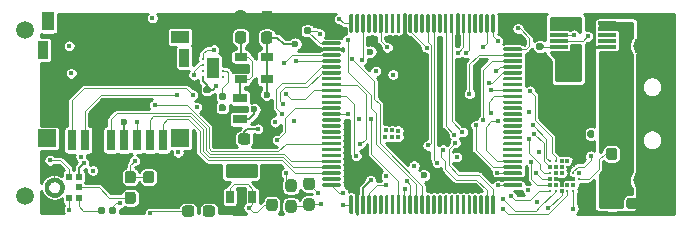
<source format=gbr>
G04 #@! TF.GenerationSoftware,KiCad,Pcbnew,(5.1.6)-1*
G04 #@! TF.CreationDate,2021-02-18T21:14:00+09:00*
G04 #@! TF.ProjectId,guardianCam_Wifi,67756172-6469-4616-9e43-616d5f576966,rev?*
G04 #@! TF.SameCoordinates,Original*
G04 #@! TF.FileFunction,Copper,L4,Bot*
G04 #@! TF.FilePolarity,Positive*
%FSLAX46Y46*%
G04 Gerber Fmt 4.6, Leading zero omitted, Abs format (unit mm)*
G04 Created by KiCad (PCBNEW (5.1.6)-1) date 2021-02-18 21:14:00*
%MOMM*%
%LPD*%
G01*
G04 APERTURE LIST*
G04 #@! TA.AperFunction,EtchedComponent*
%ADD10C,0.001000*%
G04 #@! TD*
G04 #@! TA.AperFunction,SMDPad,CuDef*
%ADD11C,0.250000*%
G04 #@! TD*
G04 #@! TA.AperFunction,SMDPad,CuDef*
%ADD12R,0.762000X1.803400*%
G04 #@! TD*
G04 #@! TA.AperFunction,SMDPad,CuDef*
%ADD13R,1.498600X1.498600*%
G04 #@! TD*
G04 #@! TA.AperFunction,SMDPad,CuDef*
%ADD14R,0.838200X1.549400*%
G04 #@! TD*
G04 #@! TA.AperFunction,SMDPad,CuDef*
%ADD15R,1.549400X1.041400*%
G04 #@! TD*
G04 #@! TA.AperFunction,SMDPad,CuDef*
%ADD16R,1.041400X1.549400*%
G04 #@! TD*
G04 #@! TA.AperFunction,ComponentPad*
%ADD17C,1.000000*%
G04 #@! TD*
G04 #@! TA.AperFunction,ComponentPad*
%ADD18R,1.000000X1.000000*%
G04 #@! TD*
G04 #@! TA.AperFunction,SMDPad,CuDef*
%ADD19R,1.498600X0.304800*%
G04 #@! TD*
G04 #@! TA.AperFunction,SMDPad,CuDef*
%ADD20R,1.060000X0.650000*%
G04 #@! TD*
G04 #@! TA.AperFunction,SMDPad,CuDef*
%ADD21R,0.650000X1.060000*%
G04 #@! TD*
G04 #@! TA.AperFunction,SMDPad,CuDef*
%ADD22R,1.000000X1.800000*%
G04 #@! TD*
G04 #@! TA.AperFunction,SMDPad,CuDef*
%ADD23R,0.250000X0.200000*%
G04 #@! TD*
G04 #@! TA.AperFunction,Conductor*
%ADD24R,0.100000X0.100000*%
G04 #@! TD*
G04 #@! TA.AperFunction,SMDPad,CuDef*
%ADD25R,0.522000X0.600000*%
G04 #@! TD*
G04 #@! TA.AperFunction,ComponentPad*
%ADD26O,3.200000X1.600000*%
G04 #@! TD*
G04 #@! TA.AperFunction,SMDPad,CuDef*
%ADD27R,1.200000X0.800000*%
G04 #@! TD*
G04 #@! TA.AperFunction,ViaPad*
%ADD28C,0.450000*%
G04 #@! TD*
G04 #@! TA.AperFunction,ViaPad*
%ADD29C,1.500000*%
G04 #@! TD*
G04 #@! TA.AperFunction,ViaPad*
%ADD30C,0.600000*%
G04 #@! TD*
G04 #@! TA.AperFunction,Conductor*
%ADD31C,0.200000*%
G04 #@! TD*
G04 #@! TA.AperFunction,Conductor*
%ADD32C,0.100000*%
G04 #@! TD*
G04 #@! TA.AperFunction,Conductor*
%ADD33C,0.250000*%
G04 #@! TD*
G04 #@! TA.AperFunction,Conductor*
%ADD34C,0.254000*%
G04 #@! TD*
G04 APERTURE END LIST*
D10*
G36*
X85350000Y-98540000D02*
G01*
X85650000Y-98540000D01*
X85648926Y-98586608D01*
X85645661Y-98628102D01*
X85640228Y-98669368D01*
X85632643Y-98710293D01*
X85622926Y-98750765D01*
X85611105Y-98790673D01*
X85597211Y-98829908D01*
X85581283Y-98868362D01*
X85563364Y-98905930D01*
X85543504Y-98942508D01*
X85521756Y-98977997D01*
X85498181Y-99012299D01*
X85472843Y-99045320D01*
X85445812Y-99076969D01*
X85417161Y-99107161D01*
X85386969Y-99135812D01*
X85355320Y-99162843D01*
X85322299Y-99188181D01*
X85287997Y-99211756D01*
X85252508Y-99233504D01*
X85215930Y-99253364D01*
X85178362Y-99271283D01*
X85139908Y-99287211D01*
X85100673Y-99301105D01*
X85060765Y-99312926D01*
X85020293Y-99322643D01*
X84979368Y-99330228D01*
X84938102Y-99335661D01*
X84896608Y-99338926D01*
X84860000Y-99340000D01*
X84816561Y-99338863D01*
X84773241Y-99335453D01*
X84730159Y-99329781D01*
X84687433Y-99321863D01*
X84645180Y-99311718D01*
X84603516Y-99299377D01*
X84562555Y-99284872D01*
X84522409Y-99268243D01*
X84483188Y-99249535D01*
X84445000Y-99228801D01*
X84407950Y-99206097D01*
X84372138Y-99181484D01*
X84337664Y-99155031D01*
X84304622Y-99126810D01*
X84273101Y-99096899D01*
X84243190Y-99065378D01*
X84214969Y-99032336D01*
X84188516Y-98997862D01*
X84163903Y-98962050D01*
X84141199Y-98925000D01*
X84120465Y-98886812D01*
X84101757Y-98847591D01*
X84085128Y-98807445D01*
X84070623Y-98766484D01*
X84058282Y-98724820D01*
X84048137Y-98682567D01*
X84040219Y-98639841D01*
X84034547Y-98596759D01*
X84031137Y-98553439D01*
X84030000Y-98510000D01*
X84030000Y-98500000D01*
X84031069Y-98459178D01*
X84034273Y-98418468D01*
X84039603Y-98377981D01*
X84047045Y-98337829D01*
X84056578Y-98298121D01*
X84068176Y-98258967D01*
X84081807Y-98220473D01*
X84097435Y-98182745D01*
X84115015Y-98145887D01*
X84134500Y-98110000D01*
X84155837Y-98075182D01*
X84178967Y-98041528D01*
X84203826Y-98009130D01*
X84230347Y-97978078D01*
X84258457Y-97948457D01*
X84288078Y-97920347D01*
X84319130Y-97893826D01*
X84351528Y-97868967D01*
X84385182Y-97845837D01*
X84420000Y-97824500D01*
X84455887Y-97805015D01*
X84492745Y-97787435D01*
X84530473Y-97771807D01*
X84568967Y-97758176D01*
X84608121Y-97746578D01*
X84647829Y-97737045D01*
X84687981Y-97729603D01*
X84728468Y-97724273D01*
X84769178Y-97721069D01*
X84810000Y-97720000D01*
X84840000Y-97720000D01*
X84882392Y-97721110D01*
X84924668Y-97724437D01*
X84966712Y-97729972D01*
X85008408Y-97737700D01*
X85049643Y-97747600D01*
X85090304Y-97759644D01*
X85130278Y-97773800D01*
X85169457Y-97790028D01*
X85207732Y-97808285D01*
X85245000Y-97828519D01*
X85281158Y-97850677D01*
X85316106Y-97874696D01*
X85349750Y-97900512D01*
X85381996Y-97928053D01*
X85412756Y-97957244D01*
X85441947Y-97988004D01*
X85469488Y-98020250D01*
X85495304Y-98053894D01*
X85519323Y-98088842D01*
X85541481Y-98125000D01*
X85561715Y-98162268D01*
X85579972Y-98200543D01*
X85596200Y-98239722D01*
X85610356Y-98279696D01*
X85622400Y-98320357D01*
X85632300Y-98361592D01*
X85640028Y-98403288D01*
X85645563Y-98445332D01*
X85648890Y-98487608D01*
X85650000Y-98530000D01*
X85350000Y-98530000D01*
X85349717Y-98507375D01*
X85348103Y-98480984D01*
X85345110Y-98454714D01*
X85340746Y-98428637D01*
X85335023Y-98402823D01*
X85327958Y-98377345D01*
X85319568Y-98352271D01*
X85309878Y-98327671D01*
X85298913Y-98303612D01*
X85286705Y-98280159D01*
X85273285Y-98257378D01*
X85258692Y-98235330D01*
X85242965Y-98214076D01*
X85226147Y-98193674D01*
X85208284Y-98174180D01*
X85189426Y-98155648D01*
X85169624Y-98138129D01*
X85148931Y-98121669D01*
X85127406Y-98106316D01*
X85105107Y-98092109D01*
X85082095Y-98079090D01*
X85058433Y-98067292D01*
X85034186Y-98056749D01*
X85009420Y-98047490D01*
X84984204Y-98039539D01*
X84958606Y-98032919D01*
X84932697Y-98027648D01*
X84906547Y-98023740D01*
X84880229Y-98021205D01*
X84850000Y-98020000D01*
X84822785Y-98020713D01*
X84795645Y-98022849D01*
X84768654Y-98026402D01*
X84741886Y-98031363D01*
X84715414Y-98037719D01*
X84689311Y-98045451D01*
X84663649Y-98054538D01*
X84638497Y-98064956D01*
X84613925Y-98076677D01*
X84590000Y-98089667D01*
X84566788Y-98103891D01*
X84544352Y-98119311D01*
X84522753Y-98135884D01*
X84502052Y-98153565D01*
X84482304Y-98172304D01*
X84463565Y-98192052D01*
X84445884Y-98212753D01*
X84429311Y-98234352D01*
X84413891Y-98256788D01*
X84399667Y-98280000D01*
X84386677Y-98303925D01*
X84374956Y-98328497D01*
X84364538Y-98353649D01*
X84355451Y-98379311D01*
X84347719Y-98405414D01*
X84341363Y-98431886D01*
X84336402Y-98458654D01*
X84332849Y-98485645D01*
X84330713Y-98512785D01*
X84330000Y-98540000D01*
X84330000Y-98550000D01*
X84330672Y-98575645D01*
X84332684Y-98601219D01*
X84336033Y-98626653D01*
X84340708Y-98651877D01*
X84346696Y-98676821D01*
X84353982Y-98701418D01*
X84362546Y-98725600D01*
X84372363Y-98749301D01*
X84383407Y-98772455D01*
X84395648Y-98795000D01*
X84409051Y-98816873D01*
X84423582Y-98838015D01*
X84439198Y-98858367D01*
X84455859Y-98877874D01*
X84473518Y-98896482D01*
X84492126Y-98914141D01*
X84511633Y-98930802D01*
X84531985Y-98946418D01*
X84553127Y-98960949D01*
X84575000Y-98974352D01*
X84597545Y-98986593D01*
X84620699Y-98997637D01*
X84644400Y-99007454D01*
X84668582Y-99016018D01*
X84693179Y-99023304D01*
X84718123Y-99029292D01*
X84743347Y-99033967D01*
X84768781Y-99037316D01*
X84794355Y-99039328D01*
X84820000Y-99040000D01*
X84850000Y-99040000D01*
X84876168Y-99039315D01*
X84902264Y-99037261D01*
X84928217Y-99033844D01*
X84953956Y-99029074D01*
X84979410Y-99022963D01*
X85004508Y-99015528D01*
X85029184Y-99006790D01*
X85053368Y-98996773D01*
X85076995Y-98985503D01*
X85100000Y-98973013D01*
X85122320Y-98959335D01*
X85143893Y-98944508D01*
X85164660Y-98928573D01*
X85184565Y-98911572D01*
X85203553Y-98893553D01*
X85221572Y-98874565D01*
X85238573Y-98854660D01*
X85254508Y-98833893D01*
X85269335Y-98812320D01*
X85283013Y-98790000D01*
X85295503Y-98766995D01*
X85306773Y-98743368D01*
X85316790Y-98719184D01*
X85325528Y-98694508D01*
X85332963Y-98669410D01*
X85339074Y-98643956D01*
X85343844Y-98618217D01*
X85347261Y-98592264D01*
X85349315Y-98566168D01*
X85350000Y-98540000D01*
G37*
X85350000Y-98540000D02*
X85650000Y-98540000D01*
X85648926Y-98586608D01*
X85645661Y-98628102D01*
X85640228Y-98669368D01*
X85632643Y-98710293D01*
X85622926Y-98750765D01*
X85611105Y-98790673D01*
X85597211Y-98829908D01*
X85581283Y-98868362D01*
X85563364Y-98905930D01*
X85543504Y-98942508D01*
X85521756Y-98977997D01*
X85498181Y-99012299D01*
X85472843Y-99045320D01*
X85445812Y-99076969D01*
X85417161Y-99107161D01*
X85386969Y-99135812D01*
X85355320Y-99162843D01*
X85322299Y-99188181D01*
X85287997Y-99211756D01*
X85252508Y-99233504D01*
X85215930Y-99253364D01*
X85178362Y-99271283D01*
X85139908Y-99287211D01*
X85100673Y-99301105D01*
X85060765Y-99312926D01*
X85020293Y-99322643D01*
X84979368Y-99330228D01*
X84938102Y-99335661D01*
X84896608Y-99338926D01*
X84860000Y-99340000D01*
X84816561Y-99338863D01*
X84773241Y-99335453D01*
X84730159Y-99329781D01*
X84687433Y-99321863D01*
X84645180Y-99311718D01*
X84603516Y-99299377D01*
X84562555Y-99284872D01*
X84522409Y-99268243D01*
X84483188Y-99249535D01*
X84445000Y-99228801D01*
X84407950Y-99206097D01*
X84372138Y-99181484D01*
X84337664Y-99155031D01*
X84304622Y-99126810D01*
X84273101Y-99096899D01*
X84243190Y-99065378D01*
X84214969Y-99032336D01*
X84188516Y-98997862D01*
X84163903Y-98962050D01*
X84141199Y-98925000D01*
X84120465Y-98886812D01*
X84101757Y-98847591D01*
X84085128Y-98807445D01*
X84070623Y-98766484D01*
X84058282Y-98724820D01*
X84048137Y-98682567D01*
X84040219Y-98639841D01*
X84034547Y-98596759D01*
X84031137Y-98553439D01*
X84030000Y-98510000D01*
X84030000Y-98500000D01*
X84031069Y-98459178D01*
X84034273Y-98418468D01*
X84039603Y-98377981D01*
X84047045Y-98337829D01*
X84056578Y-98298121D01*
X84068176Y-98258967D01*
X84081807Y-98220473D01*
X84097435Y-98182745D01*
X84115015Y-98145887D01*
X84134500Y-98110000D01*
X84155837Y-98075182D01*
X84178967Y-98041528D01*
X84203826Y-98009130D01*
X84230347Y-97978078D01*
X84258457Y-97948457D01*
X84288078Y-97920347D01*
X84319130Y-97893826D01*
X84351528Y-97868967D01*
X84385182Y-97845837D01*
X84420000Y-97824500D01*
X84455887Y-97805015D01*
X84492745Y-97787435D01*
X84530473Y-97771807D01*
X84568967Y-97758176D01*
X84608121Y-97746578D01*
X84647829Y-97737045D01*
X84687981Y-97729603D01*
X84728468Y-97724273D01*
X84769178Y-97721069D01*
X84810000Y-97720000D01*
X84840000Y-97720000D01*
X84882392Y-97721110D01*
X84924668Y-97724437D01*
X84966712Y-97729972D01*
X85008408Y-97737700D01*
X85049643Y-97747600D01*
X85090304Y-97759644D01*
X85130278Y-97773800D01*
X85169457Y-97790028D01*
X85207732Y-97808285D01*
X85245000Y-97828519D01*
X85281158Y-97850677D01*
X85316106Y-97874696D01*
X85349750Y-97900512D01*
X85381996Y-97928053D01*
X85412756Y-97957244D01*
X85441947Y-97988004D01*
X85469488Y-98020250D01*
X85495304Y-98053894D01*
X85519323Y-98088842D01*
X85541481Y-98125000D01*
X85561715Y-98162268D01*
X85579972Y-98200543D01*
X85596200Y-98239722D01*
X85610356Y-98279696D01*
X85622400Y-98320357D01*
X85632300Y-98361592D01*
X85640028Y-98403288D01*
X85645563Y-98445332D01*
X85648890Y-98487608D01*
X85650000Y-98530000D01*
X85350000Y-98530000D01*
X85349717Y-98507375D01*
X85348103Y-98480984D01*
X85345110Y-98454714D01*
X85340746Y-98428637D01*
X85335023Y-98402823D01*
X85327958Y-98377345D01*
X85319568Y-98352271D01*
X85309878Y-98327671D01*
X85298913Y-98303612D01*
X85286705Y-98280159D01*
X85273285Y-98257378D01*
X85258692Y-98235330D01*
X85242965Y-98214076D01*
X85226147Y-98193674D01*
X85208284Y-98174180D01*
X85189426Y-98155648D01*
X85169624Y-98138129D01*
X85148931Y-98121669D01*
X85127406Y-98106316D01*
X85105107Y-98092109D01*
X85082095Y-98079090D01*
X85058433Y-98067292D01*
X85034186Y-98056749D01*
X85009420Y-98047490D01*
X84984204Y-98039539D01*
X84958606Y-98032919D01*
X84932697Y-98027648D01*
X84906547Y-98023740D01*
X84880229Y-98021205D01*
X84850000Y-98020000D01*
X84822785Y-98020713D01*
X84795645Y-98022849D01*
X84768654Y-98026402D01*
X84741886Y-98031363D01*
X84715414Y-98037719D01*
X84689311Y-98045451D01*
X84663649Y-98054538D01*
X84638497Y-98064956D01*
X84613925Y-98076677D01*
X84590000Y-98089667D01*
X84566788Y-98103891D01*
X84544352Y-98119311D01*
X84522753Y-98135884D01*
X84502052Y-98153565D01*
X84482304Y-98172304D01*
X84463565Y-98192052D01*
X84445884Y-98212753D01*
X84429311Y-98234352D01*
X84413891Y-98256788D01*
X84399667Y-98280000D01*
X84386677Y-98303925D01*
X84374956Y-98328497D01*
X84364538Y-98353649D01*
X84355451Y-98379311D01*
X84347719Y-98405414D01*
X84341363Y-98431886D01*
X84336402Y-98458654D01*
X84332849Y-98485645D01*
X84330713Y-98512785D01*
X84330000Y-98540000D01*
X84330000Y-98550000D01*
X84330672Y-98575645D01*
X84332684Y-98601219D01*
X84336033Y-98626653D01*
X84340708Y-98651877D01*
X84346696Y-98676821D01*
X84353982Y-98701418D01*
X84362546Y-98725600D01*
X84372363Y-98749301D01*
X84383407Y-98772455D01*
X84395648Y-98795000D01*
X84409051Y-98816873D01*
X84423582Y-98838015D01*
X84439198Y-98858367D01*
X84455859Y-98877874D01*
X84473518Y-98896482D01*
X84492126Y-98914141D01*
X84511633Y-98930802D01*
X84531985Y-98946418D01*
X84553127Y-98960949D01*
X84575000Y-98974352D01*
X84597545Y-98986593D01*
X84620699Y-98997637D01*
X84644400Y-99007454D01*
X84668582Y-99016018D01*
X84693179Y-99023304D01*
X84718123Y-99029292D01*
X84743347Y-99033967D01*
X84768781Y-99037316D01*
X84794355Y-99039328D01*
X84820000Y-99040000D01*
X84850000Y-99040000D01*
X84876168Y-99039315D01*
X84902264Y-99037261D01*
X84928217Y-99033844D01*
X84953956Y-99029074D01*
X84979410Y-99022963D01*
X85004508Y-99015528D01*
X85029184Y-99006790D01*
X85053368Y-98996773D01*
X85076995Y-98985503D01*
X85100000Y-98973013D01*
X85122320Y-98959335D01*
X85143893Y-98944508D01*
X85164660Y-98928573D01*
X85184565Y-98911572D01*
X85203553Y-98893553D01*
X85221572Y-98874565D01*
X85238573Y-98854660D01*
X85254508Y-98833893D01*
X85269335Y-98812320D01*
X85283013Y-98790000D01*
X85295503Y-98766995D01*
X85306773Y-98743368D01*
X85316790Y-98719184D01*
X85325528Y-98694508D01*
X85332963Y-98669410D01*
X85339074Y-98643956D01*
X85343844Y-98618217D01*
X85347261Y-98592264D01*
X85349315Y-98566168D01*
X85350000Y-98540000D01*
D11*
X129300000Y-97830000D03*
X129300000Y-97330000D03*
X128800000Y-98830000D03*
X128800000Y-98330000D03*
X128800000Y-97830000D03*
X128800000Y-97330000D03*
X128800000Y-96330000D03*
X128300000Y-98830000D03*
X128300000Y-98330000D03*
X128300000Y-96830000D03*
X128300000Y-96330000D03*
X127800000Y-98830000D03*
X127800000Y-98330000D03*
X127800000Y-97330000D03*
X127800000Y-96830000D03*
X127800000Y-96330000D03*
X127300000Y-98830000D03*
X127300000Y-98330000D03*
X127300000Y-97830000D03*
X127300000Y-97330000D03*
X127300000Y-96830000D03*
X127300000Y-96330000D03*
X126800000Y-98830000D03*
X126800000Y-98330000D03*
X126800000Y-97830000D03*
X126800000Y-97330000D03*
X126800000Y-96830000D03*
X126800000Y-96330000D03*
G04 #@! TA.AperFunction,SMDPad,CuDef*
G36*
G01*
X129615000Y-93847500D02*
X129615000Y-94192500D01*
G75*
G02*
X129467500Y-94340000I-147500J0D01*
G01*
X129172500Y-94340000D01*
G75*
G02*
X129025000Y-94192500I0J147500D01*
G01*
X129025000Y-93847500D01*
G75*
G02*
X129172500Y-93700000I147500J0D01*
G01*
X129467500Y-93700000D01*
G75*
G02*
X129615000Y-93847500I0J-147500D01*
G01*
G37*
G04 #@! TD.AperFunction*
G04 #@! TA.AperFunction,SMDPad,CuDef*
G36*
G01*
X130585000Y-93847500D02*
X130585000Y-94192500D01*
G75*
G02*
X130437500Y-94340000I-147500J0D01*
G01*
X130142500Y-94340000D01*
G75*
G02*
X129995000Y-94192500I0J147500D01*
G01*
X129995000Y-93847500D01*
G75*
G02*
X130142500Y-93700000I147500J0D01*
G01*
X130437500Y-93700000D01*
G75*
G02*
X130585000Y-93847500I0J-147500D01*
G01*
G37*
G04 #@! TD.AperFunction*
G04 #@! TA.AperFunction,SMDPad,CuDef*
G36*
G01*
X89135000Y-100327500D02*
X89135000Y-100672500D01*
G75*
G02*
X88987500Y-100820000I-147500J0D01*
G01*
X88692500Y-100820000D01*
G75*
G02*
X88545000Y-100672500I0J147500D01*
G01*
X88545000Y-100327500D01*
G75*
G02*
X88692500Y-100180000I147500J0D01*
G01*
X88987500Y-100180000D01*
G75*
G02*
X89135000Y-100327500I0J-147500D01*
G01*
G37*
G04 #@! TD.AperFunction*
G04 #@! TA.AperFunction,SMDPad,CuDef*
G36*
G01*
X90105000Y-100327500D02*
X90105000Y-100672500D01*
G75*
G02*
X89957500Y-100820000I-147500J0D01*
G01*
X89662500Y-100820000D01*
G75*
G02*
X89515000Y-100672500I0J147500D01*
G01*
X89515000Y-100327500D01*
G75*
G02*
X89662500Y-100180000I147500J0D01*
G01*
X89957500Y-100180000D01*
G75*
G02*
X90105000Y-100327500I0J-147500D01*
G01*
G37*
G04 #@! TD.AperFunction*
D12*
X94039288Y-94540701D03*
X92939288Y-94540701D03*
X91839287Y-94540701D03*
X90739287Y-94540701D03*
X89639289Y-94540701D03*
X88539289Y-94540701D03*
X87439289Y-94540701D03*
X86339288Y-94540701D03*
D13*
X95515000Y-94388301D03*
X84265000Y-94388301D03*
D14*
X95845208Y-87563702D03*
X83934792Y-86913701D03*
D15*
X95489684Y-85809700D03*
D16*
X84335706Y-84488702D03*
D17*
X127950000Y-88770000D03*
D18*
X125930000Y-88740000D03*
G04 #@! TA.AperFunction,SMDPad,CuDef*
G36*
G01*
X126132500Y-85940000D02*
X125787500Y-85940000D01*
G75*
G02*
X125640000Y-85792500I0J147500D01*
G01*
X125640000Y-85497500D01*
G75*
G02*
X125787500Y-85350000I147500J0D01*
G01*
X126132500Y-85350000D01*
G75*
G02*
X126280000Y-85497500I0J-147500D01*
G01*
X126280000Y-85792500D01*
G75*
G02*
X126132500Y-85940000I-147500J0D01*
G01*
G37*
G04 #@! TD.AperFunction*
G04 #@! TA.AperFunction,SMDPad,CuDef*
G36*
G01*
X126132500Y-86910000D02*
X125787500Y-86910000D01*
G75*
G02*
X125640000Y-86762500I0J147500D01*
G01*
X125640000Y-86467500D01*
G75*
G02*
X125787500Y-86320000I147500J0D01*
G01*
X126132500Y-86320000D01*
G75*
G02*
X126280000Y-86467500I0J-147500D01*
G01*
X126280000Y-86762500D01*
G75*
G02*
X126132500Y-86910000I-147500J0D01*
G01*
G37*
G04 #@! TD.AperFunction*
G04 #@! TA.AperFunction,SMDPad,CuDef*
G36*
G01*
X106452500Y-84605000D02*
X106107500Y-84605000D01*
G75*
G02*
X105960000Y-84457500I0J147500D01*
G01*
X105960000Y-84162500D01*
G75*
G02*
X106107500Y-84015000I147500J0D01*
G01*
X106452500Y-84015000D01*
G75*
G02*
X106600000Y-84162500I0J-147500D01*
G01*
X106600000Y-84457500D01*
G75*
G02*
X106452500Y-84605000I-147500J0D01*
G01*
G37*
G04 #@! TD.AperFunction*
G04 #@! TA.AperFunction,SMDPad,CuDef*
G36*
G01*
X106452500Y-85575000D02*
X106107500Y-85575000D01*
G75*
G02*
X105960000Y-85427500I0J147500D01*
G01*
X105960000Y-85132500D01*
G75*
G02*
X106107500Y-84985000I147500J0D01*
G01*
X106452500Y-84985000D01*
G75*
G02*
X106600000Y-85132500I0J-147500D01*
G01*
X106600000Y-85427500D01*
G75*
G02*
X106452500Y-85575000I-147500J0D01*
G01*
G37*
G04 #@! TD.AperFunction*
G04 #@! TA.AperFunction,SMDPad,CuDef*
G36*
G01*
X98907500Y-91510000D02*
X99252500Y-91510000D01*
G75*
G02*
X99400000Y-91657500I0J-147500D01*
G01*
X99400000Y-91952500D01*
G75*
G02*
X99252500Y-92100000I-147500J0D01*
G01*
X98907500Y-92100000D01*
G75*
G02*
X98760000Y-91952500I0J147500D01*
G01*
X98760000Y-91657500D01*
G75*
G02*
X98907500Y-91510000I147500J0D01*
G01*
G37*
G04 #@! TD.AperFunction*
G04 #@! TA.AperFunction,SMDPad,CuDef*
G36*
G01*
X98907500Y-90540000D02*
X99252500Y-90540000D01*
G75*
G02*
X99400000Y-90687500I0J-147500D01*
G01*
X99400000Y-90982500D01*
G75*
G02*
X99252500Y-91130000I-147500J0D01*
G01*
X98907500Y-91130000D01*
G75*
G02*
X98760000Y-90982500I0J147500D01*
G01*
X98760000Y-90687500D01*
G75*
G02*
X98907500Y-90540000I147500J0D01*
G01*
G37*
G04 #@! TD.AperFunction*
G04 #@! TA.AperFunction,SMDPad,CuDef*
G36*
G01*
X97627500Y-90945000D02*
X97972500Y-90945000D01*
G75*
G02*
X98120000Y-91092500I0J-147500D01*
G01*
X98120000Y-91387500D01*
G75*
G02*
X97972500Y-91535000I-147500J0D01*
G01*
X97627500Y-91535000D01*
G75*
G02*
X97480000Y-91387500I0J147500D01*
G01*
X97480000Y-91092500D01*
G75*
G02*
X97627500Y-90945000I147500J0D01*
G01*
G37*
G04 #@! TD.AperFunction*
G04 #@! TA.AperFunction,SMDPad,CuDef*
G36*
G01*
X97627500Y-89975000D02*
X97972500Y-89975000D01*
G75*
G02*
X98120000Y-90122500I0J-147500D01*
G01*
X98120000Y-90417500D01*
G75*
G02*
X97972500Y-90565000I-147500J0D01*
G01*
X97627500Y-90565000D01*
G75*
G02*
X97480000Y-90417500I0J147500D01*
G01*
X97480000Y-90122500D01*
G75*
G02*
X97627500Y-89975000I147500J0D01*
G01*
G37*
G04 #@! TD.AperFunction*
G04 #@! TA.AperFunction,SMDPad,CuDef*
G36*
G01*
X97410000Y-100777500D02*
X97410000Y-100302500D01*
G75*
G02*
X97647500Y-100065000I237500J0D01*
G01*
X98222500Y-100065000D01*
G75*
G02*
X98460000Y-100302500I0J-237500D01*
G01*
X98460000Y-100777500D01*
G75*
G02*
X98222500Y-101015000I-237500J0D01*
G01*
X97647500Y-101015000D01*
G75*
G02*
X97410000Y-100777500I0J237500D01*
G01*
G37*
G04 #@! TD.AperFunction*
G04 #@! TA.AperFunction,SMDPad,CuDef*
G36*
G01*
X95660000Y-100777500D02*
X95660000Y-100302500D01*
G75*
G02*
X95897500Y-100065000I237500J0D01*
G01*
X96472500Y-100065000D01*
G75*
G02*
X96710000Y-100302500I0J-237500D01*
G01*
X96710000Y-100777500D01*
G75*
G02*
X96472500Y-101015000I-237500J0D01*
G01*
X95897500Y-101015000D01*
G75*
G02*
X95660000Y-100777500I0J237500D01*
G01*
G37*
G04 #@! TD.AperFunction*
D19*
X131667400Y-84629400D03*
X131667400Y-85112000D03*
X131667400Y-85620000D03*
X131667400Y-86128000D03*
X131667400Y-86610600D03*
X127552600Y-86610600D03*
X127552600Y-86128000D03*
X127552600Y-85620000D03*
X127552600Y-85112000D03*
X127552600Y-84629400D03*
G04 #@! TA.AperFunction,SMDPad,CuDef*
G36*
G01*
X132277500Y-96220000D02*
X131802500Y-96220000D01*
G75*
G02*
X131565000Y-95982500I0J237500D01*
G01*
X131565000Y-95407500D01*
G75*
G02*
X131802500Y-95170000I237500J0D01*
G01*
X132277500Y-95170000D01*
G75*
G02*
X132515000Y-95407500I0J-237500D01*
G01*
X132515000Y-95982500D01*
G75*
G02*
X132277500Y-96220000I-237500J0D01*
G01*
G37*
G04 #@! TD.AperFunction*
G04 #@! TA.AperFunction,SMDPad,CuDef*
G36*
G01*
X132277500Y-97970000D02*
X131802500Y-97970000D01*
G75*
G02*
X131565000Y-97732500I0J237500D01*
G01*
X131565000Y-97157500D01*
G75*
G02*
X131802500Y-96920000I237500J0D01*
G01*
X132277500Y-96920000D01*
G75*
G02*
X132515000Y-97157500I0J-237500D01*
G01*
X132515000Y-97732500D01*
G75*
G02*
X132277500Y-97970000I-237500J0D01*
G01*
G37*
G04 #@! TD.AperFunction*
G04 #@! TA.AperFunction,SMDPad,CuDef*
G36*
G01*
X133280000Y-100117500D02*
X133280000Y-99642500D01*
G75*
G02*
X133517500Y-99405000I237500J0D01*
G01*
X134092500Y-99405000D01*
G75*
G02*
X134330000Y-99642500I0J-237500D01*
G01*
X134330000Y-100117500D01*
G75*
G02*
X134092500Y-100355000I-237500J0D01*
G01*
X133517500Y-100355000D01*
G75*
G02*
X133280000Y-100117500I0J237500D01*
G01*
G37*
G04 #@! TD.AperFunction*
G04 #@! TA.AperFunction,SMDPad,CuDef*
G36*
G01*
X131530000Y-100117500D02*
X131530000Y-99642500D01*
G75*
G02*
X131767500Y-99405000I237500J0D01*
G01*
X132342500Y-99405000D01*
G75*
G02*
X132580000Y-99642500I0J-237500D01*
G01*
X132580000Y-100117500D01*
G75*
G02*
X132342500Y-100355000I-237500J0D01*
G01*
X131767500Y-100355000D01*
G75*
G02*
X131530000Y-100117500I0J237500D01*
G01*
G37*
G04 #@! TD.AperFunction*
D20*
X102820000Y-89400000D03*
X102820000Y-87500000D03*
X100620000Y-87500000D03*
X100620000Y-88450000D03*
X100620000Y-89400000D03*
D21*
X101610000Y-97160000D03*
X99710000Y-97160000D03*
X99710000Y-99360000D03*
X100660000Y-99360000D03*
X101610000Y-99360000D03*
D22*
X98270000Y-88400000D03*
D23*
X99120000Y-87650000D03*
X99120000Y-88150000D03*
X99120000Y-88650000D03*
X99120000Y-89150000D03*
X97420000Y-87650000D03*
X97420000Y-88150000D03*
X97420000Y-88650000D03*
X97420000Y-89150000D03*
G04 #@! TA.AperFunction,SMDPad,CuDef*
G36*
G01*
X107590000Y-86180000D02*
X109040000Y-86180000D01*
G75*
G02*
X109115000Y-86255000I0J-75000D01*
G01*
X109115000Y-86405000D01*
G75*
G02*
X109040000Y-86480000I-75000J0D01*
G01*
X107590000Y-86480000D01*
G75*
G02*
X107515000Y-86405000I0J75000D01*
G01*
X107515000Y-86255000D01*
G75*
G02*
X107590000Y-86180000I75000J0D01*
G01*
G37*
G04 #@! TD.AperFunction*
G04 #@! TA.AperFunction,SMDPad,CuDef*
G36*
G01*
X107590000Y-86680000D02*
X109040000Y-86680000D01*
G75*
G02*
X109115000Y-86755000I0J-75000D01*
G01*
X109115000Y-86905000D01*
G75*
G02*
X109040000Y-86980000I-75000J0D01*
G01*
X107590000Y-86980000D01*
G75*
G02*
X107515000Y-86905000I0J75000D01*
G01*
X107515000Y-86755000D01*
G75*
G02*
X107590000Y-86680000I75000J0D01*
G01*
G37*
G04 #@! TD.AperFunction*
G04 #@! TA.AperFunction,SMDPad,CuDef*
G36*
G01*
X107590000Y-87180000D02*
X109040000Y-87180000D01*
G75*
G02*
X109115000Y-87255000I0J-75000D01*
G01*
X109115000Y-87405000D01*
G75*
G02*
X109040000Y-87480000I-75000J0D01*
G01*
X107590000Y-87480000D01*
G75*
G02*
X107515000Y-87405000I0J75000D01*
G01*
X107515000Y-87255000D01*
G75*
G02*
X107590000Y-87180000I75000J0D01*
G01*
G37*
G04 #@! TD.AperFunction*
G04 #@! TA.AperFunction,SMDPad,CuDef*
G36*
G01*
X107590000Y-87680000D02*
X109040000Y-87680000D01*
G75*
G02*
X109115000Y-87755000I0J-75000D01*
G01*
X109115000Y-87905000D01*
G75*
G02*
X109040000Y-87980000I-75000J0D01*
G01*
X107590000Y-87980000D01*
G75*
G02*
X107515000Y-87905000I0J75000D01*
G01*
X107515000Y-87755000D01*
G75*
G02*
X107590000Y-87680000I75000J0D01*
G01*
G37*
G04 #@! TD.AperFunction*
G04 #@! TA.AperFunction,SMDPad,CuDef*
G36*
G01*
X107590000Y-88180000D02*
X109040000Y-88180000D01*
G75*
G02*
X109115000Y-88255000I0J-75000D01*
G01*
X109115000Y-88405000D01*
G75*
G02*
X109040000Y-88480000I-75000J0D01*
G01*
X107590000Y-88480000D01*
G75*
G02*
X107515000Y-88405000I0J75000D01*
G01*
X107515000Y-88255000D01*
G75*
G02*
X107590000Y-88180000I75000J0D01*
G01*
G37*
G04 #@! TD.AperFunction*
G04 #@! TA.AperFunction,SMDPad,CuDef*
G36*
G01*
X107590000Y-88680000D02*
X109040000Y-88680000D01*
G75*
G02*
X109115000Y-88755000I0J-75000D01*
G01*
X109115000Y-88905000D01*
G75*
G02*
X109040000Y-88980000I-75000J0D01*
G01*
X107590000Y-88980000D01*
G75*
G02*
X107515000Y-88905000I0J75000D01*
G01*
X107515000Y-88755000D01*
G75*
G02*
X107590000Y-88680000I75000J0D01*
G01*
G37*
G04 #@! TD.AperFunction*
G04 #@! TA.AperFunction,SMDPad,CuDef*
G36*
G01*
X107590000Y-89180000D02*
X109040000Y-89180000D01*
G75*
G02*
X109115000Y-89255000I0J-75000D01*
G01*
X109115000Y-89405000D01*
G75*
G02*
X109040000Y-89480000I-75000J0D01*
G01*
X107590000Y-89480000D01*
G75*
G02*
X107515000Y-89405000I0J75000D01*
G01*
X107515000Y-89255000D01*
G75*
G02*
X107590000Y-89180000I75000J0D01*
G01*
G37*
G04 #@! TD.AperFunction*
G04 #@! TA.AperFunction,SMDPad,CuDef*
G36*
G01*
X107590000Y-89680000D02*
X109040000Y-89680000D01*
G75*
G02*
X109115000Y-89755000I0J-75000D01*
G01*
X109115000Y-89905000D01*
G75*
G02*
X109040000Y-89980000I-75000J0D01*
G01*
X107590000Y-89980000D01*
G75*
G02*
X107515000Y-89905000I0J75000D01*
G01*
X107515000Y-89755000D01*
G75*
G02*
X107590000Y-89680000I75000J0D01*
G01*
G37*
G04 #@! TD.AperFunction*
G04 #@! TA.AperFunction,SMDPad,CuDef*
G36*
G01*
X107590000Y-90180000D02*
X109040000Y-90180000D01*
G75*
G02*
X109115000Y-90255000I0J-75000D01*
G01*
X109115000Y-90405000D01*
G75*
G02*
X109040000Y-90480000I-75000J0D01*
G01*
X107590000Y-90480000D01*
G75*
G02*
X107515000Y-90405000I0J75000D01*
G01*
X107515000Y-90255000D01*
G75*
G02*
X107590000Y-90180000I75000J0D01*
G01*
G37*
G04 #@! TD.AperFunction*
G04 #@! TA.AperFunction,SMDPad,CuDef*
G36*
G01*
X107590000Y-90680000D02*
X109040000Y-90680000D01*
G75*
G02*
X109115000Y-90755000I0J-75000D01*
G01*
X109115000Y-90905000D01*
G75*
G02*
X109040000Y-90980000I-75000J0D01*
G01*
X107590000Y-90980000D01*
G75*
G02*
X107515000Y-90905000I0J75000D01*
G01*
X107515000Y-90755000D01*
G75*
G02*
X107590000Y-90680000I75000J0D01*
G01*
G37*
G04 #@! TD.AperFunction*
G04 #@! TA.AperFunction,SMDPad,CuDef*
G36*
G01*
X107590000Y-91180000D02*
X109040000Y-91180000D01*
G75*
G02*
X109115000Y-91255000I0J-75000D01*
G01*
X109115000Y-91405000D01*
G75*
G02*
X109040000Y-91480000I-75000J0D01*
G01*
X107590000Y-91480000D01*
G75*
G02*
X107515000Y-91405000I0J75000D01*
G01*
X107515000Y-91255000D01*
G75*
G02*
X107590000Y-91180000I75000J0D01*
G01*
G37*
G04 #@! TD.AperFunction*
G04 #@! TA.AperFunction,SMDPad,CuDef*
G36*
G01*
X107590000Y-91680000D02*
X109040000Y-91680000D01*
G75*
G02*
X109115000Y-91755000I0J-75000D01*
G01*
X109115000Y-91905000D01*
G75*
G02*
X109040000Y-91980000I-75000J0D01*
G01*
X107590000Y-91980000D01*
G75*
G02*
X107515000Y-91905000I0J75000D01*
G01*
X107515000Y-91755000D01*
G75*
G02*
X107590000Y-91680000I75000J0D01*
G01*
G37*
G04 #@! TD.AperFunction*
G04 #@! TA.AperFunction,SMDPad,CuDef*
G36*
G01*
X107590000Y-92180000D02*
X109040000Y-92180000D01*
G75*
G02*
X109115000Y-92255000I0J-75000D01*
G01*
X109115000Y-92405000D01*
G75*
G02*
X109040000Y-92480000I-75000J0D01*
G01*
X107590000Y-92480000D01*
G75*
G02*
X107515000Y-92405000I0J75000D01*
G01*
X107515000Y-92255000D01*
G75*
G02*
X107590000Y-92180000I75000J0D01*
G01*
G37*
G04 #@! TD.AperFunction*
G04 #@! TA.AperFunction,SMDPad,CuDef*
G36*
G01*
X107590000Y-92680000D02*
X109040000Y-92680000D01*
G75*
G02*
X109115000Y-92755000I0J-75000D01*
G01*
X109115000Y-92905000D01*
G75*
G02*
X109040000Y-92980000I-75000J0D01*
G01*
X107590000Y-92980000D01*
G75*
G02*
X107515000Y-92905000I0J75000D01*
G01*
X107515000Y-92755000D01*
G75*
G02*
X107590000Y-92680000I75000J0D01*
G01*
G37*
G04 #@! TD.AperFunction*
G04 #@! TA.AperFunction,SMDPad,CuDef*
G36*
G01*
X107590000Y-93180000D02*
X109040000Y-93180000D01*
G75*
G02*
X109115000Y-93255000I0J-75000D01*
G01*
X109115000Y-93405000D01*
G75*
G02*
X109040000Y-93480000I-75000J0D01*
G01*
X107590000Y-93480000D01*
G75*
G02*
X107515000Y-93405000I0J75000D01*
G01*
X107515000Y-93255000D01*
G75*
G02*
X107590000Y-93180000I75000J0D01*
G01*
G37*
G04 #@! TD.AperFunction*
G04 #@! TA.AperFunction,SMDPad,CuDef*
G36*
G01*
X107590000Y-93680000D02*
X109040000Y-93680000D01*
G75*
G02*
X109115000Y-93755000I0J-75000D01*
G01*
X109115000Y-93905000D01*
G75*
G02*
X109040000Y-93980000I-75000J0D01*
G01*
X107590000Y-93980000D01*
G75*
G02*
X107515000Y-93905000I0J75000D01*
G01*
X107515000Y-93755000D01*
G75*
G02*
X107590000Y-93680000I75000J0D01*
G01*
G37*
G04 #@! TD.AperFunction*
G04 #@! TA.AperFunction,SMDPad,CuDef*
G36*
G01*
X107590000Y-94180000D02*
X109040000Y-94180000D01*
G75*
G02*
X109115000Y-94255000I0J-75000D01*
G01*
X109115000Y-94405000D01*
G75*
G02*
X109040000Y-94480000I-75000J0D01*
G01*
X107590000Y-94480000D01*
G75*
G02*
X107515000Y-94405000I0J75000D01*
G01*
X107515000Y-94255000D01*
G75*
G02*
X107590000Y-94180000I75000J0D01*
G01*
G37*
G04 #@! TD.AperFunction*
G04 #@! TA.AperFunction,SMDPad,CuDef*
G36*
G01*
X107590000Y-94680000D02*
X109040000Y-94680000D01*
G75*
G02*
X109115000Y-94755000I0J-75000D01*
G01*
X109115000Y-94905000D01*
G75*
G02*
X109040000Y-94980000I-75000J0D01*
G01*
X107590000Y-94980000D01*
G75*
G02*
X107515000Y-94905000I0J75000D01*
G01*
X107515000Y-94755000D01*
G75*
G02*
X107590000Y-94680000I75000J0D01*
G01*
G37*
G04 #@! TD.AperFunction*
G04 #@! TA.AperFunction,SMDPad,CuDef*
G36*
G01*
X107590000Y-95180000D02*
X109040000Y-95180000D01*
G75*
G02*
X109115000Y-95255000I0J-75000D01*
G01*
X109115000Y-95405000D01*
G75*
G02*
X109040000Y-95480000I-75000J0D01*
G01*
X107590000Y-95480000D01*
G75*
G02*
X107515000Y-95405000I0J75000D01*
G01*
X107515000Y-95255000D01*
G75*
G02*
X107590000Y-95180000I75000J0D01*
G01*
G37*
G04 #@! TD.AperFunction*
G04 #@! TA.AperFunction,SMDPad,CuDef*
G36*
G01*
X107590000Y-95680000D02*
X109040000Y-95680000D01*
G75*
G02*
X109115000Y-95755000I0J-75000D01*
G01*
X109115000Y-95905000D01*
G75*
G02*
X109040000Y-95980000I-75000J0D01*
G01*
X107590000Y-95980000D01*
G75*
G02*
X107515000Y-95905000I0J75000D01*
G01*
X107515000Y-95755000D01*
G75*
G02*
X107590000Y-95680000I75000J0D01*
G01*
G37*
G04 #@! TD.AperFunction*
G04 #@! TA.AperFunction,SMDPad,CuDef*
G36*
G01*
X107590000Y-96180000D02*
X109040000Y-96180000D01*
G75*
G02*
X109115000Y-96255000I0J-75000D01*
G01*
X109115000Y-96405000D01*
G75*
G02*
X109040000Y-96480000I-75000J0D01*
G01*
X107590000Y-96480000D01*
G75*
G02*
X107515000Y-96405000I0J75000D01*
G01*
X107515000Y-96255000D01*
G75*
G02*
X107590000Y-96180000I75000J0D01*
G01*
G37*
G04 #@! TD.AperFunction*
G04 #@! TA.AperFunction,SMDPad,CuDef*
G36*
G01*
X107590000Y-96680000D02*
X109040000Y-96680000D01*
G75*
G02*
X109115000Y-96755000I0J-75000D01*
G01*
X109115000Y-96905000D01*
G75*
G02*
X109040000Y-96980000I-75000J0D01*
G01*
X107590000Y-96980000D01*
G75*
G02*
X107515000Y-96905000I0J75000D01*
G01*
X107515000Y-96755000D01*
G75*
G02*
X107590000Y-96680000I75000J0D01*
G01*
G37*
G04 #@! TD.AperFunction*
G04 #@! TA.AperFunction,SMDPad,CuDef*
G36*
G01*
X107590000Y-97180000D02*
X109040000Y-97180000D01*
G75*
G02*
X109115000Y-97255000I0J-75000D01*
G01*
X109115000Y-97405000D01*
G75*
G02*
X109040000Y-97480000I-75000J0D01*
G01*
X107590000Y-97480000D01*
G75*
G02*
X107515000Y-97405000I0J75000D01*
G01*
X107515000Y-97255000D01*
G75*
G02*
X107590000Y-97180000I75000J0D01*
G01*
G37*
G04 #@! TD.AperFunction*
G04 #@! TA.AperFunction,SMDPad,CuDef*
G36*
G01*
X107590000Y-97680000D02*
X109040000Y-97680000D01*
G75*
G02*
X109115000Y-97755000I0J-75000D01*
G01*
X109115000Y-97905000D01*
G75*
G02*
X109040000Y-97980000I-75000J0D01*
G01*
X107590000Y-97980000D01*
G75*
G02*
X107515000Y-97905000I0J75000D01*
G01*
X107515000Y-97755000D01*
G75*
G02*
X107590000Y-97680000I75000J0D01*
G01*
G37*
G04 #@! TD.AperFunction*
G04 #@! TA.AperFunction,SMDPad,CuDef*
G36*
G01*
X107590000Y-98180000D02*
X109040000Y-98180000D01*
G75*
G02*
X109115000Y-98255000I0J-75000D01*
G01*
X109115000Y-98405000D01*
G75*
G02*
X109040000Y-98480000I-75000J0D01*
G01*
X107590000Y-98480000D01*
G75*
G02*
X107515000Y-98405000I0J75000D01*
G01*
X107515000Y-98255000D01*
G75*
G02*
X107590000Y-98180000I75000J0D01*
G01*
G37*
G04 #@! TD.AperFunction*
G04 #@! TA.AperFunction,SMDPad,CuDef*
G36*
G01*
X109915000Y-99205000D02*
X110065000Y-99205000D01*
G75*
G02*
X110140000Y-99280000I0J-75000D01*
G01*
X110140000Y-100730000D01*
G75*
G02*
X110065000Y-100805000I-75000J0D01*
G01*
X109915000Y-100805000D01*
G75*
G02*
X109840000Y-100730000I0J75000D01*
G01*
X109840000Y-99280000D01*
G75*
G02*
X109915000Y-99205000I75000J0D01*
G01*
G37*
G04 #@! TD.AperFunction*
G04 #@! TA.AperFunction,SMDPad,CuDef*
G36*
G01*
X110415000Y-99205000D02*
X110565000Y-99205000D01*
G75*
G02*
X110640000Y-99280000I0J-75000D01*
G01*
X110640000Y-100730000D01*
G75*
G02*
X110565000Y-100805000I-75000J0D01*
G01*
X110415000Y-100805000D01*
G75*
G02*
X110340000Y-100730000I0J75000D01*
G01*
X110340000Y-99280000D01*
G75*
G02*
X110415000Y-99205000I75000J0D01*
G01*
G37*
G04 #@! TD.AperFunction*
G04 #@! TA.AperFunction,SMDPad,CuDef*
G36*
G01*
X110915000Y-99205000D02*
X111065000Y-99205000D01*
G75*
G02*
X111140000Y-99280000I0J-75000D01*
G01*
X111140000Y-100730000D01*
G75*
G02*
X111065000Y-100805000I-75000J0D01*
G01*
X110915000Y-100805000D01*
G75*
G02*
X110840000Y-100730000I0J75000D01*
G01*
X110840000Y-99280000D01*
G75*
G02*
X110915000Y-99205000I75000J0D01*
G01*
G37*
G04 #@! TD.AperFunction*
G04 #@! TA.AperFunction,SMDPad,CuDef*
G36*
G01*
X111415000Y-99205000D02*
X111565000Y-99205000D01*
G75*
G02*
X111640000Y-99280000I0J-75000D01*
G01*
X111640000Y-100730000D01*
G75*
G02*
X111565000Y-100805000I-75000J0D01*
G01*
X111415000Y-100805000D01*
G75*
G02*
X111340000Y-100730000I0J75000D01*
G01*
X111340000Y-99280000D01*
G75*
G02*
X111415000Y-99205000I75000J0D01*
G01*
G37*
G04 #@! TD.AperFunction*
G04 #@! TA.AperFunction,SMDPad,CuDef*
G36*
G01*
X111915000Y-99205000D02*
X112065000Y-99205000D01*
G75*
G02*
X112140000Y-99280000I0J-75000D01*
G01*
X112140000Y-100730000D01*
G75*
G02*
X112065000Y-100805000I-75000J0D01*
G01*
X111915000Y-100805000D01*
G75*
G02*
X111840000Y-100730000I0J75000D01*
G01*
X111840000Y-99280000D01*
G75*
G02*
X111915000Y-99205000I75000J0D01*
G01*
G37*
G04 #@! TD.AperFunction*
G04 #@! TA.AperFunction,SMDPad,CuDef*
G36*
G01*
X112415000Y-99205000D02*
X112565000Y-99205000D01*
G75*
G02*
X112640000Y-99280000I0J-75000D01*
G01*
X112640000Y-100730000D01*
G75*
G02*
X112565000Y-100805000I-75000J0D01*
G01*
X112415000Y-100805000D01*
G75*
G02*
X112340000Y-100730000I0J75000D01*
G01*
X112340000Y-99280000D01*
G75*
G02*
X112415000Y-99205000I75000J0D01*
G01*
G37*
G04 #@! TD.AperFunction*
G04 #@! TA.AperFunction,SMDPad,CuDef*
G36*
G01*
X112915000Y-99205000D02*
X113065000Y-99205000D01*
G75*
G02*
X113140000Y-99280000I0J-75000D01*
G01*
X113140000Y-100730000D01*
G75*
G02*
X113065000Y-100805000I-75000J0D01*
G01*
X112915000Y-100805000D01*
G75*
G02*
X112840000Y-100730000I0J75000D01*
G01*
X112840000Y-99280000D01*
G75*
G02*
X112915000Y-99205000I75000J0D01*
G01*
G37*
G04 #@! TD.AperFunction*
G04 #@! TA.AperFunction,SMDPad,CuDef*
G36*
G01*
X113415000Y-99205000D02*
X113565000Y-99205000D01*
G75*
G02*
X113640000Y-99280000I0J-75000D01*
G01*
X113640000Y-100730000D01*
G75*
G02*
X113565000Y-100805000I-75000J0D01*
G01*
X113415000Y-100805000D01*
G75*
G02*
X113340000Y-100730000I0J75000D01*
G01*
X113340000Y-99280000D01*
G75*
G02*
X113415000Y-99205000I75000J0D01*
G01*
G37*
G04 #@! TD.AperFunction*
G04 #@! TA.AperFunction,SMDPad,CuDef*
G36*
G01*
X113915000Y-99205000D02*
X114065000Y-99205000D01*
G75*
G02*
X114140000Y-99280000I0J-75000D01*
G01*
X114140000Y-100730000D01*
G75*
G02*
X114065000Y-100805000I-75000J0D01*
G01*
X113915000Y-100805000D01*
G75*
G02*
X113840000Y-100730000I0J75000D01*
G01*
X113840000Y-99280000D01*
G75*
G02*
X113915000Y-99205000I75000J0D01*
G01*
G37*
G04 #@! TD.AperFunction*
G04 #@! TA.AperFunction,SMDPad,CuDef*
G36*
G01*
X114415000Y-99205000D02*
X114565000Y-99205000D01*
G75*
G02*
X114640000Y-99280000I0J-75000D01*
G01*
X114640000Y-100730000D01*
G75*
G02*
X114565000Y-100805000I-75000J0D01*
G01*
X114415000Y-100805000D01*
G75*
G02*
X114340000Y-100730000I0J75000D01*
G01*
X114340000Y-99280000D01*
G75*
G02*
X114415000Y-99205000I75000J0D01*
G01*
G37*
G04 #@! TD.AperFunction*
G04 #@! TA.AperFunction,SMDPad,CuDef*
G36*
G01*
X114915000Y-99205000D02*
X115065000Y-99205000D01*
G75*
G02*
X115140000Y-99280000I0J-75000D01*
G01*
X115140000Y-100730000D01*
G75*
G02*
X115065000Y-100805000I-75000J0D01*
G01*
X114915000Y-100805000D01*
G75*
G02*
X114840000Y-100730000I0J75000D01*
G01*
X114840000Y-99280000D01*
G75*
G02*
X114915000Y-99205000I75000J0D01*
G01*
G37*
G04 #@! TD.AperFunction*
G04 #@! TA.AperFunction,SMDPad,CuDef*
G36*
G01*
X115415000Y-99205000D02*
X115565000Y-99205000D01*
G75*
G02*
X115640000Y-99280000I0J-75000D01*
G01*
X115640000Y-100730000D01*
G75*
G02*
X115565000Y-100805000I-75000J0D01*
G01*
X115415000Y-100805000D01*
G75*
G02*
X115340000Y-100730000I0J75000D01*
G01*
X115340000Y-99280000D01*
G75*
G02*
X115415000Y-99205000I75000J0D01*
G01*
G37*
G04 #@! TD.AperFunction*
G04 #@! TA.AperFunction,SMDPad,CuDef*
G36*
G01*
X115915000Y-99205000D02*
X116065000Y-99205000D01*
G75*
G02*
X116140000Y-99280000I0J-75000D01*
G01*
X116140000Y-100730000D01*
G75*
G02*
X116065000Y-100805000I-75000J0D01*
G01*
X115915000Y-100805000D01*
G75*
G02*
X115840000Y-100730000I0J75000D01*
G01*
X115840000Y-99280000D01*
G75*
G02*
X115915000Y-99205000I75000J0D01*
G01*
G37*
G04 #@! TD.AperFunction*
G04 #@! TA.AperFunction,SMDPad,CuDef*
G36*
G01*
X116415000Y-99205000D02*
X116565000Y-99205000D01*
G75*
G02*
X116640000Y-99280000I0J-75000D01*
G01*
X116640000Y-100730000D01*
G75*
G02*
X116565000Y-100805000I-75000J0D01*
G01*
X116415000Y-100805000D01*
G75*
G02*
X116340000Y-100730000I0J75000D01*
G01*
X116340000Y-99280000D01*
G75*
G02*
X116415000Y-99205000I75000J0D01*
G01*
G37*
G04 #@! TD.AperFunction*
G04 #@! TA.AperFunction,SMDPad,CuDef*
G36*
G01*
X116915000Y-99205000D02*
X117065000Y-99205000D01*
G75*
G02*
X117140000Y-99280000I0J-75000D01*
G01*
X117140000Y-100730000D01*
G75*
G02*
X117065000Y-100805000I-75000J0D01*
G01*
X116915000Y-100805000D01*
G75*
G02*
X116840000Y-100730000I0J75000D01*
G01*
X116840000Y-99280000D01*
G75*
G02*
X116915000Y-99205000I75000J0D01*
G01*
G37*
G04 #@! TD.AperFunction*
G04 #@! TA.AperFunction,SMDPad,CuDef*
G36*
G01*
X117415000Y-99205000D02*
X117565000Y-99205000D01*
G75*
G02*
X117640000Y-99280000I0J-75000D01*
G01*
X117640000Y-100730000D01*
G75*
G02*
X117565000Y-100805000I-75000J0D01*
G01*
X117415000Y-100805000D01*
G75*
G02*
X117340000Y-100730000I0J75000D01*
G01*
X117340000Y-99280000D01*
G75*
G02*
X117415000Y-99205000I75000J0D01*
G01*
G37*
G04 #@! TD.AperFunction*
G04 #@! TA.AperFunction,SMDPad,CuDef*
G36*
G01*
X117915000Y-99205000D02*
X118065000Y-99205000D01*
G75*
G02*
X118140000Y-99280000I0J-75000D01*
G01*
X118140000Y-100730000D01*
G75*
G02*
X118065000Y-100805000I-75000J0D01*
G01*
X117915000Y-100805000D01*
G75*
G02*
X117840000Y-100730000I0J75000D01*
G01*
X117840000Y-99280000D01*
G75*
G02*
X117915000Y-99205000I75000J0D01*
G01*
G37*
G04 #@! TD.AperFunction*
G04 #@! TA.AperFunction,SMDPad,CuDef*
G36*
G01*
X118415000Y-99205000D02*
X118565000Y-99205000D01*
G75*
G02*
X118640000Y-99280000I0J-75000D01*
G01*
X118640000Y-100730000D01*
G75*
G02*
X118565000Y-100805000I-75000J0D01*
G01*
X118415000Y-100805000D01*
G75*
G02*
X118340000Y-100730000I0J75000D01*
G01*
X118340000Y-99280000D01*
G75*
G02*
X118415000Y-99205000I75000J0D01*
G01*
G37*
G04 #@! TD.AperFunction*
G04 #@! TA.AperFunction,SMDPad,CuDef*
G36*
G01*
X118915000Y-99205000D02*
X119065000Y-99205000D01*
G75*
G02*
X119140000Y-99280000I0J-75000D01*
G01*
X119140000Y-100730000D01*
G75*
G02*
X119065000Y-100805000I-75000J0D01*
G01*
X118915000Y-100805000D01*
G75*
G02*
X118840000Y-100730000I0J75000D01*
G01*
X118840000Y-99280000D01*
G75*
G02*
X118915000Y-99205000I75000J0D01*
G01*
G37*
G04 #@! TD.AperFunction*
G04 #@! TA.AperFunction,SMDPad,CuDef*
G36*
G01*
X119415000Y-99205000D02*
X119565000Y-99205000D01*
G75*
G02*
X119640000Y-99280000I0J-75000D01*
G01*
X119640000Y-100730000D01*
G75*
G02*
X119565000Y-100805000I-75000J0D01*
G01*
X119415000Y-100805000D01*
G75*
G02*
X119340000Y-100730000I0J75000D01*
G01*
X119340000Y-99280000D01*
G75*
G02*
X119415000Y-99205000I75000J0D01*
G01*
G37*
G04 #@! TD.AperFunction*
G04 #@! TA.AperFunction,SMDPad,CuDef*
G36*
G01*
X119915000Y-99205000D02*
X120065000Y-99205000D01*
G75*
G02*
X120140000Y-99280000I0J-75000D01*
G01*
X120140000Y-100730000D01*
G75*
G02*
X120065000Y-100805000I-75000J0D01*
G01*
X119915000Y-100805000D01*
G75*
G02*
X119840000Y-100730000I0J75000D01*
G01*
X119840000Y-99280000D01*
G75*
G02*
X119915000Y-99205000I75000J0D01*
G01*
G37*
G04 #@! TD.AperFunction*
G04 #@! TA.AperFunction,SMDPad,CuDef*
G36*
G01*
X120415000Y-99205000D02*
X120565000Y-99205000D01*
G75*
G02*
X120640000Y-99280000I0J-75000D01*
G01*
X120640000Y-100730000D01*
G75*
G02*
X120565000Y-100805000I-75000J0D01*
G01*
X120415000Y-100805000D01*
G75*
G02*
X120340000Y-100730000I0J75000D01*
G01*
X120340000Y-99280000D01*
G75*
G02*
X120415000Y-99205000I75000J0D01*
G01*
G37*
G04 #@! TD.AperFunction*
G04 #@! TA.AperFunction,SMDPad,CuDef*
G36*
G01*
X120915000Y-99205000D02*
X121065000Y-99205000D01*
G75*
G02*
X121140000Y-99280000I0J-75000D01*
G01*
X121140000Y-100730000D01*
G75*
G02*
X121065000Y-100805000I-75000J0D01*
G01*
X120915000Y-100805000D01*
G75*
G02*
X120840000Y-100730000I0J75000D01*
G01*
X120840000Y-99280000D01*
G75*
G02*
X120915000Y-99205000I75000J0D01*
G01*
G37*
G04 #@! TD.AperFunction*
G04 #@! TA.AperFunction,SMDPad,CuDef*
G36*
G01*
X121415000Y-99205000D02*
X121565000Y-99205000D01*
G75*
G02*
X121640000Y-99280000I0J-75000D01*
G01*
X121640000Y-100730000D01*
G75*
G02*
X121565000Y-100805000I-75000J0D01*
G01*
X121415000Y-100805000D01*
G75*
G02*
X121340000Y-100730000I0J75000D01*
G01*
X121340000Y-99280000D01*
G75*
G02*
X121415000Y-99205000I75000J0D01*
G01*
G37*
G04 #@! TD.AperFunction*
G04 #@! TA.AperFunction,SMDPad,CuDef*
G36*
G01*
X121915000Y-99205000D02*
X122065000Y-99205000D01*
G75*
G02*
X122140000Y-99280000I0J-75000D01*
G01*
X122140000Y-100730000D01*
G75*
G02*
X122065000Y-100805000I-75000J0D01*
G01*
X121915000Y-100805000D01*
G75*
G02*
X121840000Y-100730000I0J75000D01*
G01*
X121840000Y-99280000D01*
G75*
G02*
X121915000Y-99205000I75000J0D01*
G01*
G37*
G04 #@! TD.AperFunction*
G04 #@! TA.AperFunction,SMDPad,CuDef*
G36*
G01*
X122940000Y-98180000D02*
X124390000Y-98180000D01*
G75*
G02*
X124465000Y-98255000I0J-75000D01*
G01*
X124465000Y-98405000D01*
G75*
G02*
X124390000Y-98480000I-75000J0D01*
G01*
X122940000Y-98480000D01*
G75*
G02*
X122865000Y-98405000I0J75000D01*
G01*
X122865000Y-98255000D01*
G75*
G02*
X122940000Y-98180000I75000J0D01*
G01*
G37*
G04 #@! TD.AperFunction*
G04 #@! TA.AperFunction,SMDPad,CuDef*
G36*
G01*
X122940000Y-97680000D02*
X124390000Y-97680000D01*
G75*
G02*
X124465000Y-97755000I0J-75000D01*
G01*
X124465000Y-97905000D01*
G75*
G02*
X124390000Y-97980000I-75000J0D01*
G01*
X122940000Y-97980000D01*
G75*
G02*
X122865000Y-97905000I0J75000D01*
G01*
X122865000Y-97755000D01*
G75*
G02*
X122940000Y-97680000I75000J0D01*
G01*
G37*
G04 #@! TD.AperFunction*
G04 #@! TA.AperFunction,SMDPad,CuDef*
G36*
G01*
X122940000Y-97180000D02*
X124390000Y-97180000D01*
G75*
G02*
X124465000Y-97255000I0J-75000D01*
G01*
X124465000Y-97405000D01*
G75*
G02*
X124390000Y-97480000I-75000J0D01*
G01*
X122940000Y-97480000D01*
G75*
G02*
X122865000Y-97405000I0J75000D01*
G01*
X122865000Y-97255000D01*
G75*
G02*
X122940000Y-97180000I75000J0D01*
G01*
G37*
G04 #@! TD.AperFunction*
G04 #@! TA.AperFunction,SMDPad,CuDef*
G36*
G01*
X122940000Y-96680000D02*
X124390000Y-96680000D01*
G75*
G02*
X124465000Y-96755000I0J-75000D01*
G01*
X124465000Y-96905000D01*
G75*
G02*
X124390000Y-96980000I-75000J0D01*
G01*
X122940000Y-96980000D01*
G75*
G02*
X122865000Y-96905000I0J75000D01*
G01*
X122865000Y-96755000D01*
G75*
G02*
X122940000Y-96680000I75000J0D01*
G01*
G37*
G04 #@! TD.AperFunction*
G04 #@! TA.AperFunction,SMDPad,CuDef*
G36*
G01*
X122940000Y-96180000D02*
X124390000Y-96180000D01*
G75*
G02*
X124465000Y-96255000I0J-75000D01*
G01*
X124465000Y-96405000D01*
G75*
G02*
X124390000Y-96480000I-75000J0D01*
G01*
X122940000Y-96480000D01*
G75*
G02*
X122865000Y-96405000I0J75000D01*
G01*
X122865000Y-96255000D01*
G75*
G02*
X122940000Y-96180000I75000J0D01*
G01*
G37*
G04 #@! TD.AperFunction*
G04 #@! TA.AperFunction,SMDPad,CuDef*
G36*
G01*
X122940000Y-95680000D02*
X124390000Y-95680000D01*
G75*
G02*
X124465000Y-95755000I0J-75000D01*
G01*
X124465000Y-95905000D01*
G75*
G02*
X124390000Y-95980000I-75000J0D01*
G01*
X122940000Y-95980000D01*
G75*
G02*
X122865000Y-95905000I0J75000D01*
G01*
X122865000Y-95755000D01*
G75*
G02*
X122940000Y-95680000I75000J0D01*
G01*
G37*
G04 #@! TD.AperFunction*
G04 #@! TA.AperFunction,SMDPad,CuDef*
G36*
G01*
X122940000Y-95180000D02*
X124390000Y-95180000D01*
G75*
G02*
X124465000Y-95255000I0J-75000D01*
G01*
X124465000Y-95405000D01*
G75*
G02*
X124390000Y-95480000I-75000J0D01*
G01*
X122940000Y-95480000D01*
G75*
G02*
X122865000Y-95405000I0J75000D01*
G01*
X122865000Y-95255000D01*
G75*
G02*
X122940000Y-95180000I75000J0D01*
G01*
G37*
G04 #@! TD.AperFunction*
G04 #@! TA.AperFunction,SMDPad,CuDef*
G36*
G01*
X122940000Y-94680000D02*
X124390000Y-94680000D01*
G75*
G02*
X124465000Y-94755000I0J-75000D01*
G01*
X124465000Y-94905000D01*
G75*
G02*
X124390000Y-94980000I-75000J0D01*
G01*
X122940000Y-94980000D01*
G75*
G02*
X122865000Y-94905000I0J75000D01*
G01*
X122865000Y-94755000D01*
G75*
G02*
X122940000Y-94680000I75000J0D01*
G01*
G37*
G04 #@! TD.AperFunction*
G04 #@! TA.AperFunction,SMDPad,CuDef*
G36*
G01*
X122940000Y-94180000D02*
X124390000Y-94180000D01*
G75*
G02*
X124465000Y-94255000I0J-75000D01*
G01*
X124465000Y-94405000D01*
G75*
G02*
X124390000Y-94480000I-75000J0D01*
G01*
X122940000Y-94480000D01*
G75*
G02*
X122865000Y-94405000I0J75000D01*
G01*
X122865000Y-94255000D01*
G75*
G02*
X122940000Y-94180000I75000J0D01*
G01*
G37*
G04 #@! TD.AperFunction*
G04 #@! TA.AperFunction,SMDPad,CuDef*
G36*
G01*
X122940000Y-93680000D02*
X124390000Y-93680000D01*
G75*
G02*
X124465000Y-93755000I0J-75000D01*
G01*
X124465000Y-93905000D01*
G75*
G02*
X124390000Y-93980000I-75000J0D01*
G01*
X122940000Y-93980000D01*
G75*
G02*
X122865000Y-93905000I0J75000D01*
G01*
X122865000Y-93755000D01*
G75*
G02*
X122940000Y-93680000I75000J0D01*
G01*
G37*
G04 #@! TD.AperFunction*
G04 #@! TA.AperFunction,SMDPad,CuDef*
G36*
G01*
X122940000Y-93180000D02*
X124390000Y-93180000D01*
G75*
G02*
X124465000Y-93255000I0J-75000D01*
G01*
X124465000Y-93405000D01*
G75*
G02*
X124390000Y-93480000I-75000J0D01*
G01*
X122940000Y-93480000D01*
G75*
G02*
X122865000Y-93405000I0J75000D01*
G01*
X122865000Y-93255000D01*
G75*
G02*
X122940000Y-93180000I75000J0D01*
G01*
G37*
G04 #@! TD.AperFunction*
G04 #@! TA.AperFunction,SMDPad,CuDef*
G36*
G01*
X122940000Y-92680000D02*
X124390000Y-92680000D01*
G75*
G02*
X124465000Y-92755000I0J-75000D01*
G01*
X124465000Y-92905000D01*
G75*
G02*
X124390000Y-92980000I-75000J0D01*
G01*
X122940000Y-92980000D01*
G75*
G02*
X122865000Y-92905000I0J75000D01*
G01*
X122865000Y-92755000D01*
G75*
G02*
X122940000Y-92680000I75000J0D01*
G01*
G37*
G04 #@! TD.AperFunction*
G04 #@! TA.AperFunction,SMDPad,CuDef*
G36*
G01*
X122940000Y-92180000D02*
X124390000Y-92180000D01*
G75*
G02*
X124465000Y-92255000I0J-75000D01*
G01*
X124465000Y-92405000D01*
G75*
G02*
X124390000Y-92480000I-75000J0D01*
G01*
X122940000Y-92480000D01*
G75*
G02*
X122865000Y-92405000I0J75000D01*
G01*
X122865000Y-92255000D01*
G75*
G02*
X122940000Y-92180000I75000J0D01*
G01*
G37*
G04 #@! TD.AperFunction*
G04 #@! TA.AperFunction,SMDPad,CuDef*
G36*
G01*
X122940000Y-91680000D02*
X124390000Y-91680000D01*
G75*
G02*
X124465000Y-91755000I0J-75000D01*
G01*
X124465000Y-91905000D01*
G75*
G02*
X124390000Y-91980000I-75000J0D01*
G01*
X122940000Y-91980000D01*
G75*
G02*
X122865000Y-91905000I0J75000D01*
G01*
X122865000Y-91755000D01*
G75*
G02*
X122940000Y-91680000I75000J0D01*
G01*
G37*
G04 #@! TD.AperFunction*
G04 #@! TA.AperFunction,SMDPad,CuDef*
G36*
G01*
X122940000Y-91180000D02*
X124390000Y-91180000D01*
G75*
G02*
X124465000Y-91255000I0J-75000D01*
G01*
X124465000Y-91405000D01*
G75*
G02*
X124390000Y-91480000I-75000J0D01*
G01*
X122940000Y-91480000D01*
G75*
G02*
X122865000Y-91405000I0J75000D01*
G01*
X122865000Y-91255000D01*
G75*
G02*
X122940000Y-91180000I75000J0D01*
G01*
G37*
G04 #@! TD.AperFunction*
G04 #@! TA.AperFunction,SMDPad,CuDef*
G36*
G01*
X122940000Y-90680000D02*
X124390000Y-90680000D01*
G75*
G02*
X124465000Y-90755000I0J-75000D01*
G01*
X124465000Y-90905000D01*
G75*
G02*
X124390000Y-90980000I-75000J0D01*
G01*
X122940000Y-90980000D01*
G75*
G02*
X122865000Y-90905000I0J75000D01*
G01*
X122865000Y-90755000D01*
G75*
G02*
X122940000Y-90680000I75000J0D01*
G01*
G37*
G04 #@! TD.AperFunction*
G04 #@! TA.AperFunction,SMDPad,CuDef*
G36*
G01*
X122940000Y-90180000D02*
X124390000Y-90180000D01*
G75*
G02*
X124465000Y-90255000I0J-75000D01*
G01*
X124465000Y-90405000D01*
G75*
G02*
X124390000Y-90480000I-75000J0D01*
G01*
X122940000Y-90480000D01*
G75*
G02*
X122865000Y-90405000I0J75000D01*
G01*
X122865000Y-90255000D01*
G75*
G02*
X122940000Y-90180000I75000J0D01*
G01*
G37*
G04 #@! TD.AperFunction*
G04 #@! TA.AperFunction,SMDPad,CuDef*
G36*
G01*
X122940000Y-89680000D02*
X124390000Y-89680000D01*
G75*
G02*
X124465000Y-89755000I0J-75000D01*
G01*
X124465000Y-89905000D01*
G75*
G02*
X124390000Y-89980000I-75000J0D01*
G01*
X122940000Y-89980000D01*
G75*
G02*
X122865000Y-89905000I0J75000D01*
G01*
X122865000Y-89755000D01*
G75*
G02*
X122940000Y-89680000I75000J0D01*
G01*
G37*
G04 #@! TD.AperFunction*
G04 #@! TA.AperFunction,SMDPad,CuDef*
G36*
G01*
X122940000Y-89180000D02*
X124390000Y-89180000D01*
G75*
G02*
X124465000Y-89255000I0J-75000D01*
G01*
X124465000Y-89405000D01*
G75*
G02*
X124390000Y-89480000I-75000J0D01*
G01*
X122940000Y-89480000D01*
G75*
G02*
X122865000Y-89405000I0J75000D01*
G01*
X122865000Y-89255000D01*
G75*
G02*
X122940000Y-89180000I75000J0D01*
G01*
G37*
G04 #@! TD.AperFunction*
G04 #@! TA.AperFunction,SMDPad,CuDef*
G36*
G01*
X122940000Y-88680000D02*
X124390000Y-88680000D01*
G75*
G02*
X124465000Y-88755000I0J-75000D01*
G01*
X124465000Y-88905000D01*
G75*
G02*
X124390000Y-88980000I-75000J0D01*
G01*
X122940000Y-88980000D01*
G75*
G02*
X122865000Y-88905000I0J75000D01*
G01*
X122865000Y-88755000D01*
G75*
G02*
X122940000Y-88680000I75000J0D01*
G01*
G37*
G04 #@! TD.AperFunction*
G04 #@! TA.AperFunction,SMDPad,CuDef*
G36*
G01*
X122940000Y-88180000D02*
X124390000Y-88180000D01*
G75*
G02*
X124465000Y-88255000I0J-75000D01*
G01*
X124465000Y-88405000D01*
G75*
G02*
X124390000Y-88480000I-75000J0D01*
G01*
X122940000Y-88480000D01*
G75*
G02*
X122865000Y-88405000I0J75000D01*
G01*
X122865000Y-88255000D01*
G75*
G02*
X122940000Y-88180000I75000J0D01*
G01*
G37*
G04 #@! TD.AperFunction*
G04 #@! TA.AperFunction,SMDPad,CuDef*
G36*
G01*
X122940000Y-87680000D02*
X124390000Y-87680000D01*
G75*
G02*
X124465000Y-87755000I0J-75000D01*
G01*
X124465000Y-87905000D01*
G75*
G02*
X124390000Y-87980000I-75000J0D01*
G01*
X122940000Y-87980000D01*
G75*
G02*
X122865000Y-87905000I0J75000D01*
G01*
X122865000Y-87755000D01*
G75*
G02*
X122940000Y-87680000I75000J0D01*
G01*
G37*
G04 #@! TD.AperFunction*
G04 #@! TA.AperFunction,SMDPad,CuDef*
G36*
G01*
X122940000Y-87180000D02*
X124390000Y-87180000D01*
G75*
G02*
X124465000Y-87255000I0J-75000D01*
G01*
X124465000Y-87405000D01*
G75*
G02*
X124390000Y-87480000I-75000J0D01*
G01*
X122940000Y-87480000D01*
G75*
G02*
X122865000Y-87405000I0J75000D01*
G01*
X122865000Y-87255000D01*
G75*
G02*
X122940000Y-87180000I75000J0D01*
G01*
G37*
G04 #@! TD.AperFunction*
G04 #@! TA.AperFunction,SMDPad,CuDef*
G36*
G01*
X122940000Y-86680000D02*
X124390000Y-86680000D01*
G75*
G02*
X124465000Y-86755000I0J-75000D01*
G01*
X124465000Y-86905000D01*
G75*
G02*
X124390000Y-86980000I-75000J0D01*
G01*
X122940000Y-86980000D01*
G75*
G02*
X122865000Y-86905000I0J75000D01*
G01*
X122865000Y-86755000D01*
G75*
G02*
X122940000Y-86680000I75000J0D01*
G01*
G37*
G04 #@! TD.AperFunction*
G04 #@! TA.AperFunction,SMDPad,CuDef*
G36*
G01*
X122940000Y-86180000D02*
X124390000Y-86180000D01*
G75*
G02*
X124465000Y-86255000I0J-75000D01*
G01*
X124465000Y-86405000D01*
G75*
G02*
X124390000Y-86480000I-75000J0D01*
G01*
X122940000Y-86480000D01*
G75*
G02*
X122865000Y-86405000I0J75000D01*
G01*
X122865000Y-86255000D01*
G75*
G02*
X122940000Y-86180000I75000J0D01*
G01*
G37*
G04 #@! TD.AperFunction*
G04 #@! TA.AperFunction,SMDPad,CuDef*
G36*
G01*
X121915000Y-83855000D02*
X122065000Y-83855000D01*
G75*
G02*
X122140000Y-83930000I0J-75000D01*
G01*
X122140000Y-85380000D01*
G75*
G02*
X122065000Y-85455000I-75000J0D01*
G01*
X121915000Y-85455000D01*
G75*
G02*
X121840000Y-85380000I0J75000D01*
G01*
X121840000Y-83930000D01*
G75*
G02*
X121915000Y-83855000I75000J0D01*
G01*
G37*
G04 #@! TD.AperFunction*
G04 #@! TA.AperFunction,SMDPad,CuDef*
G36*
G01*
X121415000Y-83855000D02*
X121565000Y-83855000D01*
G75*
G02*
X121640000Y-83930000I0J-75000D01*
G01*
X121640000Y-85380000D01*
G75*
G02*
X121565000Y-85455000I-75000J0D01*
G01*
X121415000Y-85455000D01*
G75*
G02*
X121340000Y-85380000I0J75000D01*
G01*
X121340000Y-83930000D01*
G75*
G02*
X121415000Y-83855000I75000J0D01*
G01*
G37*
G04 #@! TD.AperFunction*
G04 #@! TA.AperFunction,SMDPad,CuDef*
G36*
G01*
X120915000Y-83855000D02*
X121065000Y-83855000D01*
G75*
G02*
X121140000Y-83930000I0J-75000D01*
G01*
X121140000Y-85380000D01*
G75*
G02*
X121065000Y-85455000I-75000J0D01*
G01*
X120915000Y-85455000D01*
G75*
G02*
X120840000Y-85380000I0J75000D01*
G01*
X120840000Y-83930000D01*
G75*
G02*
X120915000Y-83855000I75000J0D01*
G01*
G37*
G04 #@! TD.AperFunction*
G04 #@! TA.AperFunction,SMDPad,CuDef*
G36*
G01*
X120415000Y-83855000D02*
X120565000Y-83855000D01*
G75*
G02*
X120640000Y-83930000I0J-75000D01*
G01*
X120640000Y-85380000D01*
G75*
G02*
X120565000Y-85455000I-75000J0D01*
G01*
X120415000Y-85455000D01*
G75*
G02*
X120340000Y-85380000I0J75000D01*
G01*
X120340000Y-83930000D01*
G75*
G02*
X120415000Y-83855000I75000J0D01*
G01*
G37*
G04 #@! TD.AperFunction*
G04 #@! TA.AperFunction,SMDPad,CuDef*
G36*
G01*
X119915000Y-83855000D02*
X120065000Y-83855000D01*
G75*
G02*
X120140000Y-83930000I0J-75000D01*
G01*
X120140000Y-85380000D01*
G75*
G02*
X120065000Y-85455000I-75000J0D01*
G01*
X119915000Y-85455000D01*
G75*
G02*
X119840000Y-85380000I0J75000D01*
G01*
X119840000Y-83930000D01*
G75*
G02*
X119915000Y-83855000I75000J0D01*
G01*
G37*
G04 #@! TD.AperFunction*
G04 #@! TA.AperFunction,SMDPad,CuDef*
G36*
G01*
X119415000Y-83855000D02*
X119565000Y-83855000D01*
G75*
G02*
X119640000Y-83930000I0J-75000D01*
G01*
X119640000Y-85380000D01*
G75*
G02*
X119565000Y-85455000I-75000J0D01*
G01*
X119415000Y-85455000D01*
G75*
G02*
X119340000Y-85380000I0J75000D01*
G01*
X119340000Y-83930000D01*
G75*
G02*
X119415000Y-83855000I75000J0D01*
G01*
G37*
G04 #@! TD.AperFunction*
G04 #@! TA.AperFunction,SMDPad,CuDef*
G36*
G01*
X118915000Y-83855000D02*
X119065000Y-83855000D01*
G75*
G02*
X119140000Y-83930000I0J-75000D01*
G01*
X119140000Y-85380000D01*
G75*
G02*
X119065000Y-85455000I-75000J0D01*
G01*
X118915000Y-85455000D01*
G75*
G02*
X118840000Y-85380000I0J75000D01*
G01*
X118840000Y-83930000D01*
G75*
G02*
X118915000Y-83855000I75000J0D01*
G01*
G37*
G04 #@! TD.AperFunction*
G04 #@! TA.AperFunction,SMDPad,CuDef*
G36*
G01*
X118415000Y-83855000D02*
X118565000Y-83855000D01*
G75*
G02*
X118640000Y-83930000I0J-75000D01*
G01*
X118640000Y-85380000D01*
G75*
G02*
X118565000Y-85455000I-75000J0D01*
G01*
X118415000Y-85455000D01*
G75*
G02*
X118340000Y-85380000I0J75000D01*
G01*
X118340000Y-83930000D01*
G75*
G02*
X118415000Y-83855000I75000J0D01*
G01*
G37*
G04 #@! TD.AperFunction*
G04 #@! TA.AperFunction,SMDPad,CuDef*
G36*
G01*
X117915000Y-83855000D02*
X118065000Y-83855000D01*
G75*
G02*
X118140000Y-83930000I0J-75000D01*
G01*
X118140000Y-85380000D01*
G75*
G02*
X118065000Y-85455000I-75000J0D01*
G01*
X117915000Y-85455000D01*
G75*
G02*
X117840000Y-85380000I0J75000D01*
G01*
X117840000Y-83930000D01*
G75*
G02*
X117915000Y-83855000I75000J0D01*
G01*
G37*
G04 #@! TD.AperFunction*
G04 #@! TA.AperFunction,SMDPad,CuDef*
G36*
G01*
X117415000Y-83855000D02*
X117565000Y-83855000D01*
G75*
G02*
X117640000Y-83930000I0J-75000D01*
G01*
X117640000Y-85380000D01*
G75*
G02*
X117565000Y-85455000I-75000J0D01*
G01*
X117415000Y-85455000D01*
G75*
G02*
X117340000Y-85380000I0J75000D01*
G01*
X117340000Y-83930000D01*
G75*
G02*
X117415000Y-83855000I75000J0D01*
G01*
G37*
G04 #@! TD.AperFunction*
G04 #@! TA.AperFunction,SMDPad,CuDef*
G36*
G01*
X116915000Y-83855000D02*
X117065000Y-83855000D01*
G75*
G02*
X117140000Y-83930000I0J-75000D01*
G01*
X117140000Y-85380000D01*
G75*
G02*
X117065000Y-85455000I-75000J0D01*
G01*
X116915000Y-85455000D01*
G75*
G02*
X116840000Y-85380000I0J75000D01*
G01*
X116840000Y-83930000D01*
G75*
G02*
X116915000Y-83855000I75000J0D01*
G01*
G37*
G04 #@! TD.AperFunction*
G04 #@! TA.AperFunction,SMDPad,CuDef*
G36*
G01*
X116415000Y-83855000D02*
X116565000Y-83855000D01*
G75*
G02*
X116640000Y-83930000I0J-75000D01*
G01*
X116640000Y-85380000D01*
G75*
G02*
X116565000Y-85455000I-75000J0D01*
G01*
X116415000Y-85455000D01*
G75*
G02*
X116340000Y-85380000I0J75000D01*
G01*
X116340000Y-83930000D01*
G75*
G02*
X116415000Y-83855000I75000J0D01*
G01*
G37*
G04 #@! TD.AperFunction*
G04 #@! TA.AperFunction,SMDPad,CuDef*
G36*
G01*
X115915000Y-83855000D02*
X116065000Y-83855000D01*
G75*
G02*
X116140000Y-83930000I0J-75000D01*
G01*
X116140000Y-85380000D01*
G75*
G02*
X116065000Y-85455000I-75000J0D01*
G01*
X115915000Y-85455000D01*
G75*
G02*
X115840000Y-85380000I0J75000D01*
G01*
X115840000Y-83930000D01*
G75*
G02*
X115915000Y-83855000I75000J0D01*
G01*
G37*
G04 #@! TD.AperFunction*
G04 #@! TA.AperFunction,SMDPad,CuDef*
G36*
G01*
X115415000Y-83855000D02*
X115565000Y-83855000D01*
G75*
G02*
X115640000Y-83930000I0J-75000D01*
G01*
X115640000Y-85380000D01*
G75*
G02*
X115565000Y-85455000I-75000J0D01*
G01*
X115415000Y-85455000D01*
G75*
G02*
X115340000Y-85380000I0J75000D01*
G01*
X115340000Y-83930000D01*
G75*
G02*
X115415000Y-83855000I75000J0D01*
G01*
G37*
G04 #@! TD.AperFunction*
G04 #@! TA.AperFunction,SMDPad,CuDef*
G36*
G01*
X114915000Y-83855000D02*
X115065000Y-83855000D01*
G75*
G02*
X115140000Y-83930000I0J-75000D01*
G01*
X115140000Y-85380000D01*
G75*
G02*
X115065000Y-85455000I-75000J0D01*
G01*
X114915000Y-85455000D01*
G75*
G02*
X114840000Y-85380000I0J75000D01*
G01*
X114840000Y-83930000D01*
G75*
G02*
X114915000Y-83855000I75000J0D01*
G01*
G37*
G04 #@! TD.AperFunction*
G04 #@! TA.AperFunction,SMDPad,CuDef*
G36*
G01*
X114415000Y-83855000D02*
X114565000Y-83855000D01*
G75*
G02*
X114640000Y-83930000I0J-75000D01*
G01*
X114640000Y-85380000D01*
G75*
G02*
X114565000Y-85455000I-75000J0D01*
G01*
X114415000Y-85455000D01*
G75*
G02*
X114340000Y-85380000I0J75000D01*
G01*
X114340000Y-83930000D01*
G75*
G02*
X114415000Y-83855000I75000J0D01*
G01*
G37*
G04 #@! TD.AperFunction*
G04 #@! TA.AperFunction,SMDPad,CuDef*
G36*
G01*
X113915000Y-83855000D02*
X114065000Y-83855000D01*
G75*
G02*
X114140000Y-83930000I0J-75000D01*
G01*
X114140000Y-85380000D01*
G75*
G02*
X114065000Y-85455000I-75000J0D01*
G01*
X113915000Y-85455000D01*
G75*
G02*
X113840000Y-85380000I0J75000D01*
G01*
X113840000Y-83930000D01*
G75*
G02*
X113915000Y-83855000I75000J0D01*
G01*
G37*
G04 #@! TD.AperFunction*
G04 #@! TA.AperFunction,SMDPad,CuDef*
G36*
G01*
X113415000Y-83855000D02*
X113565000Y-83855000D01*
G75*
G02*
X113640000Y-83930000I0J-75000D01*
G01*
X113640000Y-85380000D01*
G75*
G02*
X113565000Y-85455000I-75000J0D01*
G01*
X113415000Y-85455000D01*
G75*
G02*
X113340000Y-85380000I0J75000D01*
G01*
X113340000Y-83930000D01*
G75*
G02*
X113415000Y-83855000I75000J0D01*
G01*
G37*
G04 #@! TD.AperFunction*
G04 #@! TA.AperFunction,SMDPad,CuDef*
G36*
G01*
X112915000Y-83855000D02*
X113065000Y-83855000D01*
G75*
G02*
X113140000Y-83930000I0J-75000D01*
G01*
X113140000Y-85380000D01*
G75*
G02*
X113065000Y-85455000I-75000J0D01*
G01*
X112915000Y-85455000D01*
G75*
G02*
X112840000Y-85380000I0J75000D01*
G01*
X112840000Y-83930000D01*
G75*
G02*
X112915000Y-83855000I75000J0D01*
G01*
G37*
G04 #@! TD.AperFunction*
G04 #@! TA.AperFunction,SMDPad,CuDef*
G36*
G01*
X112415000Y-83855000D02*
X112565000Y-83855000D01*
G75*
G02*
X112640000Y-83930000I0J-75000D01*
G01*
X112640000Y-85380000D01*
G75*
G02*
X112565000Y-85455000I-75000J0D01*
G01*
X112415000Y-85455000D01*
G75*
G02*
X112340000Y-85380000I0J75000D01*
G01*
X112340000Y-83930000D01*
G75*
G02*
X112415000Y-83855000I75000J0D01*
G01*
G37*
G04 #@! TD.AperFunction*
G04 #@! TA.AperFunction,SMDPad,CuDef*
G36*
G01*
X111915000Y-83855000D02*
X112065000Y-83855000D01*
G75*
G02*
X112140000Y-83930000I0J-75000D01*
G01*
X112140000Y-85380000D01*
G75*
G02*
X112065000Y-85455000I-75000J0D01*
G01*
X111915000Y-85455000D01*
G75*
G02*
X111840000Y-85380000I0J75000D01*
G01*
X111840000Y-83930000D01*
G75*
G02*
X111915000Y-83855000I75000J0D01*
G01*
G37*
G04 #@! TD.AperFunction*
G04 #@! TA.AperFunction,SMDPad,CuDef*
G36*
G01*
X111415000Y-83855000D02*
X111565000Y-83855000D01*
G75*
G02*
X111640000Y-83930000I0J-75000D01*
G01*
X111640000Y-85380000D01*
G75*
G02*
X111565000Y-85455000I-75000J0D01*
G01*
X111415000Y-85455000D01*
G75*
G02*
X111340000Y-85380000I0J75000D01*
G01*
X111340000Y-83930000D01*
G75*
G02*
X111415000Y-83855000I75000J0D01*
G01*
G37*
G04 #@! TD.AperFunction*
G04 #@! TA.AperFunction,SMDPad,CuDef*
G36*
G01*
X110915000Y-83855000D02*
X111065000Y-83855000D01*
G75*
G02*
X111140000Y-83930000I0J-75000D01*
G01*
X111140000Y-85380000D01*
G75*
G02*
X111065000Y-85455000I-75000J0D01*
G01*
X110915000Y-85455000D01*
G75*
G02*
X110840000Y-85380000I0J75000D01*
G01*
X110840000Y-83930000D01*
G75*
G02*
X110915000Y-83855000I75000J0D01*
G01*
G37*
G04 #@! TD.AperFunction*
G04 #@! TA.AperFunction,SMDPad,CuDef*
G36*
G01*
X110415000Y-83855000D02*
X110565000Y-83855000D01*
G75*
G02*
X110640000Y-83930000I0J-75000D01*
G01*
X110640000Y-85380000D01*
G75*
G02*
X110565000Y-85455000I-75000J0D01*
G01*
X110415000Y-85455000D01*
G75*
G02*
X110340000Y-85380000I0J75000D01*
G01*
X110340000Y-83930000D01*
G75*
G02*
X110415000Y-83855000I75000J0D01*
G01*
G37*
G04 #@! TD.AperFunction*
G04 #@! TA.AperFunction,SMDPad,CuDef*
G36*
G01*
X109915000Y-83855000D02*
X110065000Y-83855000D01*
G75*
G02*
X110140000Y-83930000I0J-75000D01*
G01*
X110140000Y-85380000D01*
G75*
G02*
X110065000Y-85455000I-75000J0D01*
G01*
X109915000Y-85455000D01*
G75*
G02*
X109840000Y-85380000I0J75000D01*
G01*
X109840000Y-83930000D01*
G75*
G02*
X109915000Y-83855000I75000J0D01*
G01*
G37*
G04 #@! TD.AperFunction*
G04 #@! TA.AperFunction,SMDPad,CuDef*
G36*
G01*
X106182500Y-99455000D02*
X106657500Y-99455000D01*
G75*
G02*
X106895000Y-99692500I0J-237500D01*
G01*
X106895000Y-100267500D01*
G75*
G02*
X106657500Y-100505000I-237500J0D01*
G01*
X106182500Y-100505000D01*
G75*
G02*
X105945000Y-100267500I0J237500D01*
G01*
X105945000Y-99692500D01*
G75*
G02*
X106182500Y-99455000I237500J0D01*
G01*
G37*
G04 #@! TD.AperFunction*
G04 #@! TA.AperFunction,SMDPad,CuDef*
G36*
G01*
X106182500Y-97705000D02*
X106657500Y-97705000D01*
G75*
G02*
X106895000Y-97942500I0J-237500D01*
G01*
X106895000Y-98517500D01*
G75*
G02*
X106657500Y-98755000I-237500J0D01*
G01*
X106182500Y-98755000D01*
G75*
G02*
X105945000Y-98517500I0J237500D01*
G01*
X105945000Y-97942500D01*
G75*
G02*
X106182500Y-97705000I237500J0D01*
G01*
G37*
G04 #@! TD.AperFunction*
G04 #@! TA.AperFunction,SMDPad,CuDef*
G36*
G01*
X104652500Y-99615000D02*
X105127500Y-99615000D01*
G75*
G02*
X105365000Y-99852500I0J-237500D01*
G01*
X105365000Y-100427500D01*
G75*
G02*
X105127500Y-100665000I-237500J0D01*
G01*
X104652500Y-100665000D01*
G75*
G02*
X104415000Y-100427500I0J237500D01*
G01*
X104415000Y-99852500D01*
G75*
G02*
X104652500Y-99615000I237500J0D01*
G01*
G37*
G04 #@! TD.AperFunction*
G04 #@! TA.AperFunction,SMDPad,CuDef*
G36*
G01*
X104652500Y-97865000D02*
X105127500Y-97865000D01*
G75*
G02*
X105365000Y-98102500I0J-237500D01*
G01*
X105365000Y-98677500D01*
G75*
G02*
X105127500Y-98915000I-237500J0D01*
G01*
X104652500Y-98915000D01*
G75*
G02*
X104415000Y-98677500I0J237500D01*
G01*
X104415000Y-98102500D01*
G75*
G02*
X104652500Y-97865000I237500J0D01*
G01*
G37*
G04 #@! TD.AperFunction*
G04 #@! TA.AperFunction,SMDPad,CuDef*
G36*
G01*
X92602500Y-98895000D02*
X93077500Y-98895000D01*
G75*
G02*
X93315000Y-99132500I0J-237500D01*
G01*
X93315000Y-99707500D01*
G75*
G02*
X93077500Y-99945000I-237500J0D01*
G01*
X92602500Y-99945000D01*
G75*
G02*
X92365000Y-99707500I0J237500D01*
G01*
X92365000Y-99132500D01*
G75*
G02*
X92602500Y-98895000I237500J0D01*
G01*
G37*
G04 #@! TD.AperFunction*
G04 #@! TA.AperFunction,SMDPad,CuDef*
G36*
G01*
X92602500Y-97145000D02*
X93077500Y-97145000D01*
G75*
G02*
X93315000Y-97382500I0J-237500D01*
G01*
X93315000Y-97957500D01*
G75*
G02*
X93077500Y-98195000I-237500J0D01*
G01*
X92602500Y-98195000D01*
G75*
G02*
X92365000Y-97957500I0J237500D01*
G01*
X92365000Y-97382500D01*
G75*
G02*
X92602500Y-97145000I237500J0D01*
G01*
G37*
G04 #@! TD.AperFunction*
G04 #@! TA.AperFunction,SMDPad,CuDef*
G36*
G01*
X91517500Y-98195000D02*
X91042500Y-98195000D01*
G75*
G02*
X90805000Y-97957500I0J237500D01*
G01*
X90805000Y-97382500D01*
G75*
G02*
X91042500Y-97145000I237500J0D01*
G01*
X91517500Y-97145000D01*
G75*
G02*
X91755000Y-97382500I0J-237500D01*
G01*
X91755000Y-97957500D01*
G75*
G02*
X91517500Y-98195000I-237500J0D01*
G01*
G37*
G04 #@! TD.AperFunction*
G04 #@! TA.AperFunction,SMDPad,CuDef*
G36*
G01*
X91517500Y-99945000D02*
X91042500Y-99945000D01*
G75*
G02*
X90805000Y-99707500I0J237500D01*
G01*
X90805000Y-99132500D01*
G75*
G02*
X91042500Y-98895000I237500J0D01*
G01*
X91517500Y-98895000D01*
G75*
G02*
X91755000Y-99132500I0J-237500D01*
G01*
X91755000Y-99707500D01*
G75*
G02*
X91517500Y-99945000I-237500J0D01*
G01*
G37*
G04 #@! TD.AperFunction*
D24*
X84860000Y-97880000D03*
D25*
X86092000Y-97630000D03*
X86914000Y-97630000D03*
X86914000Y-98530000D03*
X86914000Y-99430000D03*
X86092000Y-99430000D03*
D26*
X135460000Y-97950000D03*
X135460000Y-86550000D03*
D27*
X100580000Y-90970000D03*
X100580000Y-92770000D03*
G04 #@! TA.AperFunction,SMDPad,CuDef*
G36*
G01*
X103077500Y-84625000D02*
X102602500Y-84625000D01*
G75*
G02*
X102365000Y-84387500I0J237500D01*
G01*
X102365000Y-83812500D01*
G75*
G02*
X102602500Y-83575000I237500J0D01*
G01*
X103077500Y-83575000D01*
G75*
G02*
X103315000Y-83812500I0J-237500D01*
G01*
X103315000Y-84387500D01*
G75*
G02*
X103077500Y-84625000I-237500J0D01*
G01*
G37*
G04 #@! TD.AperFunction*
G04 #@! TA.AperFunction,SMDPad,CuDef*
G36*
G01*
X103077500Y-86375000D02*
X102602500Y-86375000D01*
G75*
G02*
X102365000Y-86137500I0J237500D01*
G01*
X102365000Y-85562500D01*
G75*
G02*
X102602500Y-85325000I237500J0D01*
G01*
X103077500Y-85325000D01*
G75*
G02*
X103315000Y-85562500I0J-237500D01*
G01*
X103315000Y-86137500D01*
G75*
G02*
X103077500Y-86375000I-237500J0D01*
G01*
G37*
G04 #@! TD.AperFunction*
G04 #@! TA.AperFunction,SMDPad,CuDef*
G36*
G01*
X99705000Y-94192500D02*
X99705000Y-94667500D01*
G75*
G02*
X99467500Y-94905000I-237500J0D01*
G01*
X98892500Y-94905000D01*
G75*
G02*
X98655000Y-94667500I0J237500D01*
G01*
X98655000Y-94192500D01*
G75*
G02*
X98892500Y-93955000I237500J0D01*
G01*
X99467500Y-93955000D01*
G75*
G02*
X99705000Y-94192500I0J-237500D01*
G01*
G37*
G04 #@! TD.AperFunction*
G04 #@! TA.AperFunction,SMDPad,CuDef*
G36*
G01*
X101455000Y-94192500D02*
X101455000Y-94667500D01*
G75*
G02*
X101217500Y-94905000I-237500J0D01*
G01*
X100642500Y-94905000D01*
G75*
G02*
X100405000Y-94667500I0J237500D01*
G01*
X100405000Y-94192500D01*
G75*
G02*
X100642500Y-93955000I237500J0D01*
G01*
X101217500Y-93955000D01*
G75*
G02*
X101455000Y-94192500I0J-237500D01*
G01*
G37*
G04 #@! TD.AperFunction*
G04 #@! TA.AperFunction,SMDPad,CuDef*
G36*
G01*
X103517500Y-98795000D02*
X103042500Y-98795000D01*
G75*
G02*
X102805000Y-98557500I0J237500D01*
G01*
X102805000Y-97982500D01*
G75*
G02*
X103042500Y-97745000I237500J0D01*
G01*
X103517500Y-97745000D01*
G75*
G02*
X103755000Y-97982500I0J-237500D01*
G01*
X103755000Y-98557500D01*
G75*
G02*
X103517500Y-98795000I-237500J0D01*
G01*
G37*
G04 #@! TD.AperFunction*
G04 #@! TA.AperFunction,SMDPad,CuDef*
G36*
G01*
X103517500Y-100545000D02*
X103042500Y-100545000D01*
G75*
G02*
X102805000Y-100307500I0J237500D01*
G01*
X102805000Y-99732500D01*
G75*
G02*
X103042500Y-99495000I237500J0D01*
G01*
X103517500Y-99495000D01*
G75*
G02*
X103755000Y-99732500I0J-237500D01*
G01*
X103755000Y-100307500D01*
G75*
G02*
X103517500Y-100545000I-237500J0D01*
G01*
G37*
G04 #@! TD.AperFunction*
G04 #@! TA.AperFunction,SMDPad,CuDef*
G36*
G01*
X100857500Y-84605000D02*
X100382500Y-84605000D01*
G75*
G02*
X100145000Y-84367500I0J237500D01*
G01*
X100145000Y-83792500D01*
G75*
G02*
X100382500Y-83555000I237500J0D01*
G01*
X100857500Y-83555000D01*
G75*
G02*
X101095000Y-83792500I0J-237500D01*
G01*
X101095000Y-84367500D01*
G75*
G02*
X100857500Y-84605000I-237500J0D01*
G01*
G37*
G04 #@! TD.AperFunction*
G04 #@! TA.AperFunction,SMDPad,CuDef*
G36*
G01*
X100857500Y-86355000D02*
X100382500Y-86355000D01*
G75*
G02*
X100145000Y-86117500I0J237500D01*
G01*
X100145000Y-85542500D01*
G75*
G02*
X100382500Y-85305000I237500J0D01*
G01*
X100857500Y-85305000D01*
G75*
G02*
X101095000Y-85542500I0J-237500D01*
G01*
X101095000Y-86117500D01*
G75*
G02*
X100857500Y-86355000I-237500J0D01*
G01*
G37*
G04 #@! TD.AperFunction*
D28*
X88450000Y-92340000D03*
X88100000Y-97110000D03*
D29*
X82400000Y-85250000D03*
X82400000Y-99250000D03*
D28*
X98030000Y-99080000D03*
X94400000Y-99080000D03*
X99400000Y-94250000D03*
X129300000Y-97330000D03*
X83940000Y-91970000D03*
X88100000Y-84410000D03*
X88100000Y-86950000D03*
X101810000Y-84580000D03*
X101810000Y-89660000D03*
X101930000Y-95020000D03*
X96880000Y-87140000D03*
X96880000Y-89680000D03*
X96770000Y-94700000D03*
X96880000Y-84600000D03*
X90700000Y-91870000D03*
X90700000Y-86790000D03*
X90700000Y-89330000D03*
X83950000Y-100280000D03*
X127300000Y-97830000D03*
X127800000Y-98330000D03*
X128800000Y-97830000D03*
X88845000Y-84005000D03*
X90700000Y-84250000D03*
X92840000Y-99420000D03*
D30*
X103280000Y-98310000D03*
D28*
X129320000Y-94030000D03*
X129300000Y-95020000D03*
X124080000Y-98900000D03*
X122310000Y-97830000D03*
X84580000Y-97280000D03*
X109740000Y-98070000D03*
X114015000Y-86680000D03*
X118990000Y-86070000D03*
X123140000Y-85080000D03*
X117290000Y-97380000D03*
X101770000Y-85920000D03*
X117510000Y-86700000D03*
X116070000Y-93300000D03*
X115480000Y-93300000D03*
X98550000Y-89990000D03*
D30*
X111590000Y-87050000D03*
D28*
X129220000Y-84370000D03*
X129220000Y-84980000D03*
X128680000Y-84370000D03*
X128910000Y-87720000D03*
X128910000Y-86750000D03*
X127550000Y-87710000D03*
X128680000Y-84970000D03*
X122364728Y-97282717D03*
X111630000Y-97950000D03*
X128778000Y-100330000D03*
X93160000Y-84210000D03*
X96900000Y-91760000D03*
X90700000Y-94410000D03*
X127300000Y-98330000D03*
X127300000Y-97330000D03*
X127300000Y-96830000D03*
X125690000Y-99770000D03*
X125860000Y-95560000D03*
X124990000Y-98790000D03*
X119020000Y-87140000D03*
X109300000Y-100010000D03*
X113960000Y-93730000D03*
X113970000Y-94260000D03*
X113410000Y-93710000D03*
X113420000Y-94260000D03*
X112900000Y-93710000D03*
X112890000Y-94260000D03*
X119740000Y-87150000D03*
X107420000Y-99980000D03*
X105127940Y-92889970D03*
X101320000Y-100240000D03*
D30*
X116150000Y-97510000D03*
X101780000Y-91940000D03*
D28*
X107320000Y-85540000D03*
X87340000Y-96470000D03*
D30*
X90740000Y-93000000D03*
D28*
X113045000Y-86680000D03*
X92990000Y-100710000D03*
X86100000Y-100420000D03*
X122396896Y-98373104D03*
X116374992Y-86700000D03*
X124110000Y-85080000D03*
X99080000Y-91800000D03*
X86110000Y-86550000D03*
X132970000Y-84870000D03*
X132970000Y-85530000D03*
X133600000Y-84870000D03*
X133610000Y-85530000D03*
X132970000Y-86170000D03*
X132055000Y-97460000D03*
X131620000Y-87120000D03*
X132040000Y-98580000D03*
X133020000Y-97460000D03*
X133020000Y-98590000D03*
X102070000Y-93590000D03*
X103550000Y-93000000D03*
D30*
X100680000Y-96910000D03*
X102820000Y-90690000D03*
X105240000Y-86380000D03*
D28*
X112070000Y-88690000D03*
X122240000Y-88700000D03*
X104490000Y-97360000D03*
X107220000Y-99010000D03*
X116490000Y-94980000D03*
X110760000Y-94870000D03*
X121150000Y-86630000D03*
X110680000Y-92720000D03*
X120000000Y-90600000D03*
X104090000Y-92290000D03*
X111700000Y-92720000D03*
X104200000Y-91470000D03*
X104510000Y-90660000D03*
X110900000Y-87720000D03*
X110070000Y-87680000D03*
X104330000Y-87970000D03*
X109680000Y-86040000D03*
X105290000Y-87830000D03*
X93340000Y-91590000D03*
X91840000Y-92960000D03*
X114680000Y-98010000D03*
X95258653Y-90708406D03*
X96580000Y-90710000D03*
X114565000Y-98670000D03*
X84480000Y-96240000D03*
X91650000Y-96270000D03*
X121670000Y-89710000D03*
X112950000Y-97550000D03*
X115310000Y-96690000D03*
X127800000Y-97330000D03*
X125070000Y-92140000D03*
X127800000Y-96830000D03*
X130290000Y-94020000D03*
X109280000Y-98980000D03*
X112920000Y-98330000D03*
X110410000Y-95870000D03*
X118910000Y-95980000D03*
X126680000Y-100260000D03*
X127800000Y-98830000D03*
X122820000Y-99490000D03*
X117760000Y-95340000D03*
X123520000Y-99280000D03*
X118790000Y-94770000D03*
X125220000Y-96370000D03*
X120530000Y-93280000D03*
X126800000Y-98330000D03*
X122430000Y-92925000D03*
X125030000Y-94440000D03*
X126800000Y-96830000D03*
X121830000Y-92220000D03*
X125490000Y-93990000D03*
X121850000Y-90330000D03*
X125350000Y-93260000D03*
X121160000Y-92870000D03*
X126800000Y-97830000D03*
X125640000Y-97350000D03*
X125110000Y-90370000D03*
X122380000Y-86110000D03*
X128300000Y-98330000D03*
X119410000Y-93850000D03*
X118700000Y-94060000D03*
X128800000Y-98330000D03*
X117270000Y-96460000D03*
X122830000Y-100350000D03*
X98370000Y-86880000D03*
X113520000Y-88980000D03*
X130260000Y-95870000D03*
X128860000Y-85620000D03*
X128300000Y-96330000D03*
X127800000Y-96330000D03*
X96660000Y-89020000D03*
X108990000Y-84280000D03*
X97970000Y-100540000D03*
X130000000Y-85750000D03*
X108315000Y-97830000D03*
X90420000Y-99870000D03*
X87100000Y-95950000D03*
X103740000Y-94540000D03*
X95330000Y-95574990D03*
X109720000Y-92310000D03*
X86290000Y-88880000D03*
D31*
X110490000Y-100005000D02*
X110490000Y-98820000D01*
X110490000Y-98820000D02*
X110200000Y-98530000D01*
D32*
X118990000Y-84655000D02*
X118990000Y-86070000D01*
D31*
X128800000Y-96506776D02*
X128800000Y-96330000D01*
X128476776Y-96830000D02*
X128800000Y-96506776D01*
X128300000Y-96830000D02*
X128476776Y-96830000D01*
X127800000Y-98330000D02*
X127800000Y-98020000D01*
X127610000Y-97830000D02*
X127300000Y-97830000D01*
X127800000Y-98020000D02*
X127610000Y-97830000D01*
D33*
X131667400Y-86610600D02*
X130260600Y-86610600D01*
D32*
X123665000Y-97830000D02*
X122310000Y-97830000D01*
X84860000Y-97880000D02*
X84860000Y-97560000D01*
X84860000Y-97560000D02*
X84580000Y-97280000D01*
D31*
X133805000Y-99880000D02*
X135070000Y-99880000D01*
X135460000Y-99490000D02*
X135460000Y-97950000D01*
X135070000Y-99880000D02*
X135460000Y-99490000D01*
X110200000Y-98530000D02*
X109740000Y-98070000D01*
D32*
X114490000Y-86205000D02*
X114015000Y-86680000D01*
X114490000Y-84655000D02*
X114490000Y-86205000D01*
X123665000Y-86330000D02*
X124550000Y-86330000D01*
X124550000Y-86330000D02*
X124630000Y-86250000D01*
X124630000Y-86250000D02*
X124630000Y-86040000D01*
X124630000Y-86040000D02*
X124440000Y-85850000D01*
X124440000Y-85850000D02*
X123450000Y-85850000D01*
X123450000Y-85850000D02*
X123140000Y-85540000D01*
X123140000Y-85540000D02*
X123140000Y-85080000D01*
D31*
X97420000Y-89150000D02*
X97420000Y-89510000D01*
X97800000Y-89890000D02*
X97800000Y-90270000D01*
X97420000Y-89510000D02*
X97800000Y-89890000D01*
X97800000Y-90270000D02*
X98270000Y-90270000D01*
X98270000Y-90270000D02*
X98550000Y-89990000D01*
D32*
X122412011Y-97330000D02*
X122364728Y-97282717D01*
X123665000Y-97330000D02*
X122412011Y-97330000D01*
D31*
X110990000Y-100005000D02*
X110990000Y-98600000D01*
X110990000Y-98600000D02*
X111320000Y-98270000D01*
X111320000Y-98270000D02*
X111320000Y-98260000D01*
X111320000Y-98260000D02*
X111630000Y-97950000D01*
D32*
X128800000Y-98830000D02*
X128800000Y-100308000D01*
X128800000Y-100308000D02*
X128778000Y-100330000D01*
D31*
X100620000Y-87500000D02*
X100620000Y-85830000D01*
X100580000Y-89440000D02*
X100620000Y-89400000D01*
X100580000Y-90970000D02*
X100580000Y-89440000D01*
D32*
X100620000Y-89400000D02*
X101340000Y-89400000D01*
X101340000Y-89400000D02*
X101620000Y-89120000D01*
X101620000Y-89120000D02*
X101620000Y-87840000D01*
X101280000Y-87500000D02*
X100620000Y-87500000D01*
X101620000Y-87840000D02*
X101280000Y-87500000D01*
X119490000Y-84655000D02*
X119490000Y-86670000D01*
X119490000Y-86670000D02*
X119020000Y-87140000D01*
X109990000Y-100005000D02*
X109305000Y-100005000D01*
X109305000Y-100005000D02*
X109300000Y-100010000D01*
X119990000Y-84655000D02*
X119990000Y-86900000D01*
X119990000Y-86900000D02*
X119740000Y-87150000D01*
D31*
X103240000Y-100030000D02*
X103240000Y-100130000D01*
D32*
X106260000Y-100140000D02*
X106420000Y-99980000D01*
X104680000Y-100140000D02*
X106260000Y-100140000D01*
X106420000Y-99980000D02*
X107420000Y-99980000D01*
X101610000Y-99360000D02*
X101610000Y-99770000D01*
X101610000Y-99360000D02*
X101610000Y-99950000D01*
X101610000Y-99950000D02*
X101320000Y-100240000D01*
X103240000Y-100030000D02*
X102610000Y-100030000D01*
X102610000Y-100030000D02*
X102040000Y-100600000D01*
X101680000Y-100600000D02*
X101320000Y-100240000D01*
X102040000Y-100600000D02*
X101680000Y-100600000D01*
X101610000Y-99360000D02*
X101610000Y-98640000D01*
X101610000Y-98640000D02*
X101220000Y-98250000D01*
X101220000Y-98250000D02*
X100050000Y-98250000D01*
X99710000Y-98590000D02*
X99710000Y-99360000D01*
X100050000Y-98250000D02*
X99710000Y-98590000D01*
D31*
X100580000Y-92770000D02*
X101340000Y-92770000D01*
X101340000Y-92770000D02*
X101780000Y-92330000D01*
X101780000Y-92330000D02*
X101780000Y-91940000D01*
D32*
X107330000Y-86330000D02*
X106280000Y-85280000D01*
X108315000Y-86330000D02*
X107330000Y-86330000D01*
X106280000Y-85280000D02*
X107060000Y-85280000D01*
X107060000Y-85280000D02*
X107320000Y-85540000D01*
D31*
X87294000Y-96516000D02*
X87340000Y-96470000D01*
X90739287Y-94540701D02*
X90739287Y-93000713D01*
X90739287Y-93000713D02*
X90740000Y-93000000D01*
D32*
X112490000Y-84655000D02*
X112490000Y-86125000D01*
X112490000Y-86125000D02*
X113045000Y-86680000D01*
D31*
X86914000Y-96896000D02*
X87340000Y-96470000D01*
X86914000Y-97630000D02*
X86914000Y-96896000D01*
D32*
X96185000Y-100540000D02*
X93160000Y-100540000D01*
X93160000Y-100540000D02*
X92990000Y-100710000D01*
X86092000Y-99430000D02*
X86092000Y-100412000D01*
X86092000Y-100412000D02*
X86100000Y-100420000D01*
X122440000Y-98330000D02*
X122396896Y-98373104D01*
X123665000Y-98330000D02*
X122440000Y-98330000D01*
X114990000Y-84655000D02*
X114990000Y-85315008D01*
X114990000Y-85315008D02*
X116374992Y-86700000D01*
X124250000Y-85080000D02*
X124110000Y-85080000D01*
X125050000Y-85880000D02*
X124250000Y-85080000D01*
X124800000Y-86830000D02*
X123665000Y-86830000D01*
X124800000Y-86830000D02*
X125050000Y-86580000D01*
X125050000Y-86580000D02*
X125050000Y-85880000D01*
X99080000Y-91805000D02*
X99080000Y-91800000D01*
D31*
X132055000Y-97460000D02*
X132055000Y-97460000D01*
X132055000Y-97460000D02*
X132040000Y-97445000D01*
X101690000Y-97080000D02*
X101610000Y-97160000D01*
X100840000Y-94090000D02*
X100840000Y-94080000D01*
X100930000Y-93820000D02*
X100930000Y-94430000D01*
X102070000Y-93590000D02*
X101160000Y-93590000D01*
X101160000Y-93590000D02*
X100930000Y-93820000D01*
X102820000Y-89400000D02*
X102820000Y-90690000D01*
X102820000Y-89400000D02*
X102820000Y-87500000D01*
X102820000Y-85960000D02*
X102830000Y-85950000D01*
X102820000Y-85870000D02*
X102840000Y-85850000D01*
X102820000Y-87500000D02*
X102820000Y-85870000D01*
X102840000Y-85850000D02*
X103730000Y-85850000D01*
X104260000Y-86380000D02*
X103730000Y-85850000D01*
X105240000Y-86380000D02*
X104260000Y-86380000D01*
D32*
X122610000Y-88330000D02*
X122240000Y-88700000D01*
X123665000Y-88330000D02*
X122610000Y-88330000D01*
X104490000Y-98200000D02*
X104680000Y-98390000D01*
X104490000Y-97990000D02*
X104890000Y-98390000D01*
X104490000Y-97360000D02*
X104490000Y-97990000D01*
X106420000Y-98230000D02*
X106440000Y-98230000D01*
X106440000Y-98230000D02*
X107220000Y-99010000D01*
X116714999Y-94755001D02*
X116490000Y-94980000D01*
X116490000Y-84655000D02*
X116490000Y-86259988D01*
X116490000Y-86259988D02*
X116750010Y-86519998D01*
X116750010Y-94719990D02*
X116714999Y-94755001D01*
X116750010Y-86519998D02*
X116750010Y-94719990D01*
X110440000Y-89830000D02*
X108315000Y-89830000D01*
X110760000Y-94870000D02*
X111210000Y-94420000D01*
X111210000Y-90600000D02*
X110440000Y-89830000D01*
X111210000Y-94420000D02*
X111210000Y-90600000D01*
X121490000Y-84655000D02*
X121490000Y-86290000D01*
X121490000Y-86290000D02*
X121150000Y-86630000D01*
X123665000Y-87330000D02*
X122550000Y-87330000D01*
X122550000Y-87330000D02*
X122280000Y-87330000D01*
X122280000Y-87330000D02*
X121960000Y-87330000D01*
X121960000Y-87330000D02*
X121790000Y-87330000D01*
X121790000Y-87330000D02*
X120770000Y-87330000D01*
X120770000Y-87330000D02*
X120000000Y-88100000D01*
X120000000Y-88100000D02*
X120000000Y-90070000D01*
X120000000Y-90070000D02*
X120000000Y-90600000D01*
X108315000Y-88330000D02*
X107410000Y-88330000D01*
X107410000Y-88330000D02*
X106050000Y-89690000D01*
X106050000Y-89690000D02*
X104150000Y-89690000D01*
X104150000Y-89690000D02*
X103630000Y-90210000D01*
X103630000Y-90210000D02*
X103630000Y-91455002D01*
X103630000Y-91455002D02*
X103630000Y-91830000D01*
X103630000Y-91830000D02*
X104090000Y-92290000D01*
X113990000Y-100005000D02*
X113990000Y-98000000D01*
X113990000Y-98000000D02*
X111700000Y-95710000D01*
X111700000Y-95710000D02*
X111700000Y-92720000D01*
X107515000Y-88830000D02*
X106285000Y-90060000D01*
X108315000Y-88830000D02*
X107515000Y-88830000D01*
X106285000Y-90060000D02*
X104360000Y-90060000D01*
X104360000Y-90060000D02*
X103920000Y-90500000D01*
X103920000Y-90500000D02*
X103920000Y-91190000D01*
X103920000Y-91190000D02*
X104200000Y-91470000D01*
X108315000Y-90330000D02*
X107515000Y-90330000D01*
X107515000Y-90330000D02*
X106800000Y-90330000D01*
X106800000Y-90330000D02*
X106060000Y-91070000D01*
X106060000Y-91070000D02*
X104920000Y-91070000D01*
X104920000Y-91070000D02*
X104510000Y-90660000D01*
X110990000Y-87630000D02*
X110900000Y-87720000D01*
X110990000Y-84655000D02*
X110990000Y-87630000D01*
X115990000Y-98390000D02*
X115990000Y-100005000D01*
X111930000Y-89540000D02*
X111930000Y-91030000D01*
X110070000Y-87680000D02*
X111930000Y-89540000D01*
X112400000Y-94800000D02*
X115990000Y-98390000D01*
X111930000Y-91030000D02*
X112400000Y-91500000D01*
X112400000Y-91500000D02*
X112400000Y-94800000D01*
X108315000Y-87330000D02*
X104970000Y-87330000D01*
X104970000Y-87330000D02*
X104330000Y-87970000D01*
X109680000Y-88787144D02*
X111630000Y-90737144D01*
X109680000Y-86040000D02*
X109680000Y-88787144D01*
X111630000Y-90737144D02*
X111630000Y-91790000D01*
X112075001Y-92235001D02*
X112075001Y-94835001D01*
X111630000Y-91790000D02*
X112075001Y-92235001D01*
X115490000Y-98250000D02*
X112075001Y-94835001D01*
X115490000Y-100005000D02*
X115490000Y-98250000D01*
X108315000Y-87830000D02*
X105290000Y-87830000D01*
X105210000Y-97330000D02*
X108315000Y-97330000D01*
X104120000Y-96240000D02*
X105210000Y-97330000D01*
X97840000Y-96240000D02*
X104120000Y-96240000D01*
X97160000Y-95560000D02*
X97840000Y-96240000D01*
X94039288Y-93140712D02*
X94410000Y-92770000D01*
X94039288Y-94540701D02*
X94039288Y-93140712D01*
X94410000Y-92770000D02*
X96200000Y-92770000D01*
X96200000Y-92770000D02*
X97160000Y-93730000D01*
X97160000Y-93730000D02*
X97160000Y-95560000D01*
X92939288Y-92820712D02*
X92939288Y-94540701D01*
X93240010Y-92519990D02*
X92939288Y-92820712D01*
X96303557Y-92519990D02*
X93240010Y-92519990D01*
X97410010Y-93626443D02*
X96303557Y-92519990D01*
X105063566Y-96830000D02*
X104213566Y-95980000D01*
X108315000Y-96830000D02*
X105063566Y-96830000D01*
X97410010Y-95450010D02*
X97410010Y-93626443D01*
X104213566Y-95980000D02*
X97940000Y-95980000D01*
X97940000Y-95980000D02*
X97410010Y-95450010D01*
X108315000Y-94830000D02*
X104539980Y-94830000D01*
X104460000Y-94830000D02*
X103810020Y-95479980D01*
X104539980Y-94830000D02*
X104460000Y-94830000D01*
X103810020Y-95479980D02*
X98147112Y-95479980D01*
X98147112Y-95479980D02*
X97910030Y-95242898D01*
X97910030Y-93419329D02*
X96080701Y-91590000D01*
X97910030Y-95242898D02*
X97910030Y-93419329D01*
X96080701Y-91590000D02*
X93340000Y-91590000D01*
X91839287Y-94540701D02*
X91839287Y-92960713D01*
X91839287Y-92960713D02*
X91840000Y-92960000D01*
X104917132Y-96330000D02*
X108315000Y-96330000D01*
X104317123Y-95729990D02*
X104917132Y-96330000D01*
X97660020Y-95346454D02*
X98043556Y-95729990D01*
X89639289Y-92750711D02*
X90120020Y-92269980D01*
X89639289Y-94540701D02*
X89639289Y-92750711D01*
X90120020Y-92269980D02*
X96407114Y-92269980D01*
X98043556Y-95729990D02*
X104317123Y-95729990D01*
X97660020Y-93522886D02*
X97660020Y-95346454D01*
X96407114Y-92269980D02*
X97660020Y-93522886D01*
X114990000Y-100005000D02*
X114990000Y-98320000D01*
X114990000Y-98320000D02*
X114680000Y-98010000D01*
X87439289Y-93539001D02*
X87440000Y-93538290D01*
X87439289Y-94540701D02*
X87439289Y-93539001D01*
X87440000Y-93538290D02*
X87440000Y-92040000D01*
X87440000Y-92040000D02*
X88771594Y-90708406D01*
X88771594Y-90708406D02*
X95258653Y-90708406D01*
X86339288Y-94540701D02*
X86339288Y-91330712D01*
X86339288Y-91330712D02*
X86339288Y-91170712D01*
X86339288Y-91170712D02*
X87370000Y-90140000D01*
X87370000Y-90140000D02*
X96010000Y-90140000D01*
X96010000Y-90140000D02*
X96580000Y-90710000D01*
X114490000Y-100005000D02*
X114490000Y-98745000D01*
X114490000Y-98745000D02*
X114565000Y-98670000D01*
X86092000Y-97630000D02*
X86092000Y-96962000D01*
X85370000Y-96240000D02*
X84480000Y-96240000D01*
X86092000Y-96962000D02*
X85370000Y-96240000D01*
X86924000Y-98520000D02*
X86914000Y-98530000D01*
X88610000Y-98520000D02*
X86924000Y-98520000D01*
X91280000Y-99420000D02*
X89510000Y-99420000D01*
X89510000Y-99420000D02*
X88610000Y-98520000D01*
X87300000Y-100500000D02*
X88840000Y-100500000D01*
X86914000Y-99430000D02*
X86914000Y-100114000D01*
X86914000Y-100114000D02*
X87300000Y-100500000D01*
X92840000Y-97670000D02*
X91280000Y-97670000D01*
X91280000Y-97670000D02*
X91280000Y-96640000D01*
X91280000Y-96640000D02*
X91650000Y-96270000D01*
X123665000Y-88830000D02*
X122760000Y-88830000D01*
X122760000Y-88830000D02*
X121880000Y-89710000D01*
X121880000Y-89710000D02*
X121670000Y-89710000D01*
X99120000Y-88650000D02*
X99430000Y-88650000D01*
X99430000Y-88650000D02*
X99580000Y-88800000D01*
X99580000Y-88800000D02*
X99580000Y-89630000D01*
X99080000Y-90130000D02*
X99080000Y-90835000D01*
X99580000Y-89630000D02*
X99080000Y-90130000D01*
X108315000Y-98330000D02*
X108965000Y-98980000D01*
X108965000Y-98980000D02*
X109280000Y-98980000D01*
X111490000Y-100005000D02*
X111490000Y-98990000D01*
X111490000Y-98990000D02*
X112150000Y-98330000D01*
X112150000Y-98330000D02*
X112920000Y-98330000D01*
X109580000Y-90830000D02*
X108315000Y-90830000D01*
X110210000Y-91460000D02*
X109580000Y-90830000D01*
X110210000Y-95670000D02*
X110210000Y-91460000D01*
X110410000Y-95870000D02*
X110210000Y-95670000D01*
X127800000Y-98830000D02*
X127800000Y-98830000D01*
X127800000Y-99140000D02*
X126680000Y-100260000D01*
X127800000Y-98830000D02*
X127800000Y-99140000D01*
X121490000Y-100005000D02*
X121490000Y-98790000D01*
X121490000Y-98790000D02*
X120590000Y-97890000D01*
X120590000Y-97890000D02*
X118830000Y-97890000D01*
X118830000Y-97890000D02*
X117930000Y-96990000D01*
X117930000Y-96320000D02*
X117590000Y-95980000D01*
X117930000Y-96990000D02*
X117930000Y-96320000D01*
X117590000Y-95980000D02*
X117590000Y-95510000D01*
X117590000Y-95510000D02*
X117760000Y-95340000D01*
X123910000Y-100530000D02*
X123860000Y-100530000D01*
X123860000Y-100530000D02*
X122820000Y-99490000D01*
X123910000Y-100530000D02*
X125600000Y-100530000D01*
X125600000Y-100530000D02*
X125920000Y-100210000D01*
X125920000Y-100210000D02*
X127300000Y-98830000D01*
X125890000Y-98830000D02*
X126800000Y-98830000D01*
X125130000Y-99590000D02*
X125890000Y-98830000D01*
X125130000Y-99590000D02*
X123830000Y-99590000D01*
X123830000Y-99590000D02*
X123520000Y-99280000D01*
X118790000Y-94770000D02*
X118240000Y-95320000D01*
X118240000Y-95320000D02*
X118240000Y-96670000D01*
X118240000Y-96670000D02*
X119050000Y-97480000D01*
X119050000Y-97480000D02*
X120820000Y-97480000D01*
X121990000Y-98650000D02*
X121990000Y-100005000D01*
X120820000Y-97480000D02*
X121990000Y-98650000D01*
X126800000Y-98330000D02*
X126800000Y-98330000D01*
X120530000Y-95380000D02*
X120530000Y-93280000D01*
X123665000Y-96830000D02*
X121980000Y-96830000D01*
X121980000Y-96830000D02*
X120530000Y-95380000D01*
X125710000Y-98330000D02*
X125220000Y-97840000D01*
X126800000Y-98330000D02*
X125710000Y-98330000D01*
X125220000Y-97840000D02*
X125220000Y-96370000D01*
X121845000Y-92925000D02*
X122430000Y-92925000D01*
X121380000Y-93390000D02*
X121845000Y-92925000D01*
X121380000Y-95340000D02*
X121380000Y-93390000D01*
X123665000Y-96330000D02*
X122370000Y-96330000D01*
X122370000Y-96330000D02*
X121380000Y-95340000D01*
X125960000Y-96940000D02*
X126350000Y-97330000D01*
X125960000Y-96550000D02*
X125960000Y-96940000D01*
X125030000Y-95620000D02*
X125960000Y-96550000D01*
X125030000Y-94440000D02*
X125030000Y-95620000D01*
X126350000Y-97330000D02*
X126800000Y-97330000D01*
X122110000Y-90830000D02*
X123665000Y-90830000D01*
X121620000Y-91320000D02*
X122110000Y-90830000D01*
X121620000Y-92010000D02*
X121830000Y-92220000D01*
X121620000Y-91320000D02*
X121620000Y-92010000D01*
X126800000Y-96830000D02*
X126280000Y-96310000D01*
X126280000Y-96310000D02*
X126280000Y-95340000D01*
X126280000Y-95340000D02*
X126280000Y-94780000D01*
X126280000Y-94780000D02*
X125490000Y-93990000D01*
X121850000Y-90330000D02*
X123665000Y-90330000D01*
X126800000Y-96330000D02*
X126510000Y-96040000D01*
X126510000Y-96040000D02*
X126510000Y-94920000D01*
X126510000Y-94920000D02*
X126510000Y-94420000D01*
X126510000Y-94420000D02*
X125350000Y-93260000D01*
X126800000Y-97830000D02*
X126800000Y-97830000D01*
X121160000Y-88560000D02*
X121160000Y-89150000D01*
X121160000Y-92870000D02*
X121160000Y-89150000D01*
X121890000Y-87830000D02*
X121160000Y-88560000D01*
X123665000Y-87830000D02*
X121890000Y-87830000D01*
X126800000Y-97830000D02*
X126120000Y-97830000D01*
X126120000Y-97830000D02*
X125640000Y-97350000D01*
X121990000Y-84655000D02*
X121990000Y-85720000D01*
X125520000Y-90780000D02*
X125110000Y-90370000D01*
X127300000Y-95990000D02*
X126970000Y-95660000D01*
X126970000Y-94260000D02*
X125520000Y-92810000D01*
X127300000Y-96330000D02*
X127300000Y-95990000D01*
X126970000Y-95660000D02*
X126970000Y-94260000D01*
X125520000Y-92810000D02*
X125520000Y-90780000D01*
X121990000Y-85720000D02*
X122380000Y-86110000D01*
X118490000Y-92930000D02*
X118490000Y-84655000D01*
X119410000Y-93850000D02*
X118490000Y-92930000D01*
X117990000Y-84655000D02*
X117990000Y-93350000D01*
X117990000Y-93350000D02*
X118700000Y-94060000D01*
X116990000Y-96180000D02*
X117270000Y-96460000D01*
X116990000Y-84655000D02*
X116990000Y-96180000D01*
X128300000Y-98830000D02*
X128300000Y-99195002D01*
X128300000Y-99195002D02*
X126685002Y-100810000D01*
X126685002Y-100810000D02*
X126270000Y-100810000D01*
X123290000Y-100810000D02*
X122830000Y-100350000D01*
X126270000Y-100810000D02*
X123290000Y-100810000D01*
X98370000Y-86880000D02*
X97740000Y-86880000D01*
X97420000Y-87200000D02*
X97420000Y-87650000D01*
X97740000Y-86880000D02*
X97420000Y-87200000D01*
X128800000Y-97330000D02*
X128800000Y-97120000D01*
X128800000Y-97120000D02*
X129150000Y-96770000D01*
X129150000Y-96770000D02*
X129720000Y-96770000D01*
X130260000Y-96230000D02*
X130260000Y-95870000D01*
X129720000Y-96770000D02*
X130260000Y-96230000D01*
X125964400Y-86610600D02*
X125960000Y-86615000D01*
X127552600Y-86610600D02*
X125964400Y-86610600D01*
X131435000Y-95695000D02*
X130970000Y-96160000D01*
X132040000Y-95695000D02*
X131435000Y-95695000D01*
X129300000Y-97830000D02*
X130100000Y-97830000D01*
X130970000Y-96960000D02*
X130970000Y-96160000D01*
X130100000Y-97830000D02*
X130970000Y-96960000D01*
X127552600Y-85620000D02*
X128860000Y-85620000D01*
X97420000Y-88150000D02*
X97170000Y-88150000D01*
X97170000Y-88150000D02*
X96660000Y-88660000D01*
X96660000Y-88660000D02*
X96660000Y-89020000D01*
X109990000Y-84655000D02*
X109365000Y-84655000D01*
X109365000Y-84655000D02*
X108990000Y-84280000D01*
X127552600Y-86128000D02*
X128892000Y-86128000D01*
X128892000Y-86128000D02*
X129612000Y-86128000D01*
X129612000Y-86128000D02*
X129990000Y-85750000D01*
X129990000Y-85750000D02*
X130000000Y-85750000D01*
X89810000Y-100500000D02*
X89810000Y-100100000D01*
X90040000Y-99870000D02*
X90420000Y-99870000D01*
X89810000Y-100100000D02*
X90040000Y-99870000D01*
X108315000Y-91830000D02*
X105260000Y-91830000D01*
X105260000Y-91830000D02*
X104420000Y-92670000D01*
X104420000Y-92670000D02*
X104420000Y-93860000D01*
X104420000Y-93860000D02*
X103740000Y-94540000D01*
X108315000Y-92330000D02*
X109700000Y-92330000D01*
X109700000Y-92330000D02*
X109720000Y-92310000D01*
D34*
G36*
X137343000Y-83829705D02*
G01*
X137343000Y-100755705D01*
X129134883Y-100753763D01*
X129206766Y-100681880D01*
X129267176Y-100591470D01*
X129308787Y-100491012D01*
X129330000Y-100384367D01*
X129330000Y-100275633D01*
X129308787Y-100168988D01*
X129267176Y-100068530D01*
X129206766Y-99978120D01*
X129177000Y-99948354D01*
X129177000Y-99079357D01*
X129200557Y-99044102D01*
X129234630Y-98961844D01*
X129252000Y-98874518D01*
X129252000Y-98785482D01*
X129234630Y-98698156D01*
X129228145Y-98682501D01*
X129228766Y-98681880D01*
X129289176Y-98591470D01*
X129330787Y-98491012D01*
X129352000Y-98384367D01*
X129352000Y-98280512D01*
X129431844Y-98264630D01*
X129514102Y-98230557D01*
X129549357Y-98207000D01*
X130081488Y-98207000D01*
X130100000Y-98208823D01*
X130118512Y-98207000D01*
X130118519Y-98207000D01*
X130173905Y-98201545D01*
X130244970Y-98179988D01*
X130310463Y-98144981D01*
X130367869Y-98097869D01*
X130379677Y-98083481D01*
X130571031Y-97892127D01*
X130568000Y-100289587D01*
X130574283Y-100353795D01*
X130592891Y-100415137D01*
X130623109Y-100471671D01*
X130663776Y-100521224D01*
X130713329Y-100561891D01*
X130769863Y-100592109D01*
X130831205Y-100610717D01*
X130895000Y-100617000D01*
X131506920Y-100617000D01*
X131550870Y-100640492D01*
X131657063Y-100672705D01*
X131767500Y-100683582D01*
X132342500Y-100683582D01*
X132452937Y-100672705D01*
X132559130Y-100640492D01*
X132603080Y-100617000D01*
X133885000Y-100617000D01*
X133948389Y-100610797D01*
X134009755Y-100592267D01*
X134066328Y-100562120D01*
X134115931Y-100521516D01*
X134156661Y-100472015D01*
X134186950Y-100415519D01*
X134205636Y-100354200D01*
X134212000Y-100290413D01*
X134219429Y-94413623D01*
X134583000Y-94413623D01*
X134583000Y-94586377D01*
X134616703Y-94755811D01*
X134682813Y-94915415D01*
X134778790Y-95059055D01*
X134900945Y-95181210D01*
X135044585Y-95277187D01*
X135204189Y-95343297D01*
X135373623Y-95377000D01*
X135546377Y-95377000D01*
X135715811Y-95343297D01*
X135875415Y-95277187D01*
X136019055Y-95181210D01*
X136141210Y-95059055D01*
X136237187Y-94915415D01*
X136303297Y-94755811D01*
X136337000Y-94586377D01*
X136337000Y-94413623D01*
X136303297Y-94244189D01*
X136237187Y-94084585D01*
X136141210Y-93940945D01*
X136019055Y-93818790D01*
X135875415Y-93722813D01*
X135715811Y-93656703D01*
X135546377Y-93623000D01*
X135373623Y-93623000D01*
X135204189Y-93656703D01*
X135044585Y-93722813D01*
X134900945Y-93818790D01*
X134778790Y-93940945D01*
X134682813Y-94084585D01*
X134616703Y-94244189D01*
X134583000Y-94413623D01*
X134219429Y-94413623D01*
X134225118Y-89913623D01*
X134583000Y-89913623D01*
X134583000Y-90086377D01*
X134616703Y-90255811D01*
X134682813Y-90415415D01*
X134778790Y-90559055D01*
X134900945Y-90681210D01*
X135044585Y-90777187D01*
X135204189Y-90843297D01*
X135373623Y-90877000D01*
X135546377Y-90877000D01*
X135715811Y-90843297D01*
X135875415Y-90777187D01*
X136019055Y-90681210D01*
X136141210Y-90559055D01*
X136237187Y-90415415D01*
X136303297Y-90255811D01*
X136337000Y-90086377D01*
X136337000Y-89913623D01*
X136303297Y-89744189D01*
X136237187Y-89584585D01*
X136141210Y-89440945D01*
X136019055Y-89318790D01*
X135875415Y-89222813D01*
X135715811Y-89156703D01*
X135546377Y-89123000D01*
X135373623Y-89123000D01*
X135204189Y-89156703D01*
X135044585Y-89222813D01*
X134900945Y-89318790D01*
X134778790Y-89440945D01*
X134682813Y-89584585D01*
X134616703Y-89744189D01*
X134583000Y-89913623D01*
X134225118Y-89913623D01*
X134232000Y-84470413D01*
X134225717Y-84406205D01*
X134207109Y-84344863D01*
X134176891Y-84288329D01*
X134136224Y-84238776D01*
X134086671Y-84198109D01*
X134030137Y-84167891D01*
X133968795Y-84149283D01*
X133905000Y-84143000D01*
X130915000Y-84143000D01*
X130851611Y-84149203D01*
X130790245Y-84167733D01*
X130733672Y-84197880D01*
X130684069Y-84238484D01*
X130643339Y-84287985D01*
X130613050Y-84344481D01*
X130594364Y-84405800D01*
X130588000Y-84469587D01*
X130576717Y-93394622D01*
X130530379Y-93380566D01*
X130437500Y-93371418D01*
X130142500Y-93371418D01*
X130049621Y-93380566D01*
X129960311Y-93407658D01*
X129878003Y-93451652D01*
X129805859Y-93510859D01*
X129746652Y-93583003D01*
X129702658Y-93665311D01*
X129675566Y-93754621D01*
X129666418Y-93847500D01*
X129666418Y-94192500D01*
X129675566Y-94285379D01*
X129702658Y-94374689D01*
X129746652Y-94456997D01*
X129805859Y-94529141D01*
X129878003Y-94588348D01*
X129960311Y-94632342D01*
X130049621Y-94659434D01*
X130142500Y-94668582D01*
X130437500Y-94668582D01*
X130530379Y-94659434D01*
X130575135Y-94645857D01*
X130574161Y-95416031D01*
X130521470Y-95380824D01*
X130421012Y-95339213D01*
X130314367Y-95318000D01*
X130205633Y-95318000D01*
X130098988Y-95339213D01*
X129998530Y-95380824D01*
X129908120Y-95441234D01*
X129831234Y-95518120D01*
X129770824Y-95608530D01*
X129729213Y-95708988D01*
X129708000Y-95815633D01*
X129708000Y-95924367D01*
X129729213Y-96031012D01*
X129770824Y-96131470D01*
X129792673Y-96164169D01*
X129563842Y-96393000D01*
X129168519Y-96393000D01*
X129150000Y-96391176D01*
X129076094Y-96398455D01*
X129019466Y-96415633D01*
X129005030Y-96420012D01*
X128939537Y-96455019D01*
X128939535Y-96455020D01*
X128939536Y-96455020D01*
X128904547Y-96483735D01*
X128882131Y-96502131D01*
X128870328Y-96516514D01*
X128776701Y-96610141D01*
X128789176Y-96591470D01*
X128830787Y-96491012D01*
X128852000Y-96384367D01*
X128852000Y-96275633D01*
X128830787Y-96168988D01*
X128789176Y-96068530D01*
X128728766Y-95978120D01*
X128651880Y-95901234D01*
X128561470Y-95840824D01*
X128461012Y-95799213D01*
X128354367Y-95778000D01*
X128245633Y-95778000D01*
X128138988Y-95799213D01*
X128050000Y-95836073D01*
X127961012Y-95799213D01*
X127854367Y-95778000D01*
X127745633Y-95778000D01*
X127638988Y-95799213D01*
X127627943Y-95803788D01*
X127614981Y-95779537D01*
X127567869Y-95722131D01*
X127553481Y-95710323D01*
X127347000Y-95503842D01*
X127347000Y-94278519D01*
X127348824Y-94260000D01*
X127341545Y-94186094D01*
X127319988Y-94115030D01*
X127316670Y-94108823D01*
X127284981Y-94049537D01*
X127258279Y-94017000D01*
X127249674Y-94006515D01*
X127249672Y-94006513D01*
X127237869Y-93992131D01*
X127223487Y-93980328D01*
X125897000Y-92653842D01*
X125897000Y-90798519D01*
X125898824Y-90780000D01*
X125891545Y-90706094D01*
X125869988Y-90635030D01*
X125834981Y-90569537D01*
X125799674Y-90526515D01*
X125799672Y-90526513D01*
X125787869Y-90512131D01*
X125773486Y-90500328D01*
X125662000Y-90388841D01*
X125662000Y-90315633D01*
X125640787Y-90208988D01*
X125599176Y-90108530D01*
X125538766Y-90018120D01*
X125461880Y-89941234D01*
X125371470Y-89880824D01*
X125271012Y-89839213D01*
X125164367Y-89818000D01*
X125055633Y-89818000D01*
X124948988Y-89839213D01*
X124848530Y-89880824D01*
X124792260Y-89918422D01*
X124793582Y-89905000D01*
X124793582Y-89755000D01*
X124785827Y-89676265D01*
X124762861Y-89600556D01*
X124751874Y-89580000D01*
X124762861Y-89559444D01*
X124785827Y-89483735D01*
X124793582Y-89405000D01*
X124793582Y-89255000D01*
X124785827Y-89176265D01*
X124762861Y-89100556D01*
X124751874Y-89080000D01*
X124762861Y-89059444D01*
X124785827Y-88983735D01*
X124793582Y-88905000D01*
X124793582Y-88755000D01*
X124785827Y-88676265D01*
X124762861Y-88600556D01*
X124751874Y-88580000D01*
X124762861Y-88559444D01*
X124785827Y-88483735D01*
X124793582Y-88405000D01*
X124793582Y-88255000D01*
X124785827Y-88176265D01*
X124762861Y-88100556D01*
X124751874Y-88080000D01*
X124762861Y-88059444D01*
X124785827Y-87983735D01*
X124793582Y-87905000D01*
X124793582Y-87755000D01*
X124785827Y-87676265D01*
X124762861Y-87600556D01*
X124751874Y-87580000D01*
X124762861Y-87559444D01*
X124785827Y-87483735D01*
X124793582Y-87405000D01*
X124793582Y-87255000D01*
X124788926Y-87207732D01*
X124800000Y-87208823D01*
X124818512Y-87207000D01*
X124818519Y-87207000D01*
X124873905Y-87201545D01*
X124944970Y-87179988D01*
X125010463Y-87144981D01*
X125067869Y-87097869D01*
X125079677Y-87083481D01*
X125303477Y-86859680D01*
X125317869Y-86847869D01*
X125319617Y-86845740D01*
X125320566Y-86855379D01*
X125347658Y-86944689D01*
X125391652Y-87026997D01*
X125450859Y-87099141D01*
X125523003Y-87158348D01*
X125605311Y-87202342D01*
X125694621Y-87229434D01*
X125787500Y-87238582D01*
X126132500Y-87238582D01*
X126225379Y-87229434D01*
X126314689Y-87202342D01*
X126396997Y-87158348D01*
X126413000Y-87145215D01*
X126413000Y-87210000D01*
X126419283Y-87273795D01*
X126437891Y-87335137D01*
X126468109Y-87391671D01*
X126508776Y-87441224D01*
X126883000Y-87815448D01*
X126883000Y-89610000D01*
X126889283Y-89673795D01*
X126907891Y-89735137D01*
X126938109Y-89791671D01*
X126978776Y-89841224D01*
X127028329Y-89881891D01*
X127084863Y-89912109D01*
X127146205Y-89930717D01*
X127210000Y-89937000D01*
X129500000Y-89937000D01*
X129563795Y-89930717D01*
X129625137Y-89912109D01*
X129681671Y-89881891D01*
X129731224Y-89841224D01*
X129771891Y-89791671D01*
X129802109Y-89735137D01*
X129820717Y-89673795D01*
X129827000Y-89610000D01*
X129827000Y-86439258D01*
X129879869Y-86395869D01*
X129891676Y-86381482D01*
X129971158Y-86302000D01*
X130054367Y-86302000D01*
X130161012Y-86280787D01*
X130261470Y-86239176D01*
X130351880Y-86178766D01*
X130428766Y-86101880D01*
X130489176Y-86011470D01*
X130530787Y-85911012D01*
X130552000Y-85804367D01*
X130552000Y-85695633D01*
X130530787Y-85588988D01*
X130489176Y-85488530D01*
X130428766Y-85398120D01*
X130351880Y-85321234D01*
X130261470Y-85260824D01*
X130161012Y-85219213D01*
X130054367Y-85198000D01*
X129945633Y-85198000D01*
X129838988Y-85219213D01*
X129827000Y-85224179D01*
X129827000Y-84090000D01*
X129820717Y-84026205D01*
X129802109Y-83964863D01*
X129771891Y-83908329D01*
X129731224Y-83858776D01*
X129693596Y-83827896D01*
X137343000Y-83829705D01*
G37*
X137343000Y-83829705D02*
X137343000Y-100755705D01*
X129134883Y-100753763D01*
X129206766Y-100681880D01*
X129267176Y-100591470D01*
X129308787Y-100491012D01*
X129330000Y-100384367D01*
X129330000Y-100275633D01*
X129308787Y-100168988D01*
X129267176Y-100068530D01*
X129206766Y-99978120D01*
X129177000Y-99948354D01*
X129177000Y-99079357D01*
X129200557Y-99044102D01*
X129234630Y-98961844D01*
X129252000Y-98874518D01*
X129252000Y-98785482D01*
X129234630Y-98698156D01*
X129228145Y-98682501D01*
X129228766Y-98681880D01*
X129289176Y-98591470D01*
X129330787Y-98491012D01*
X129352000Y-98384367D01*
X129352000Y-98280512D01*
X129431844Y-98264630D01*
X129514102Y-98230557D01*
X129549357Y-98207000D01*
X130081488Y-98207000D01*
X130100000Y-98208823D01*
X130118512Y-98207000D01*
X130118519Y-98207000D01*
X130173905Y-98201545D01*
X130244970Y-98179988D01*
X130310463Y-98144981D01*
X130367869Y-98097869D01*
X130379677Y-98083481D01*
X130571031Y-97892127D01*
X130568000Y-100289587D01*
X130574283Y-100353795D01*
X130592891Y-100415137D01*
X130623109Y-100471671D01*
X130663776Y-100521224D01*
X130713329Y-100561891D01*
X130769863Y-100592109D01*
X130831205Y-100610717D01*
X130895000Y-100617000D01*
X131506920Y-100617000D01*
X131550870Y-100640492D01*
X131657063Y-100672705D01*
X131767500Y-100683582D01*
X132342500Y-100683582D01*
X132452937Y-100672705D01*
X132559130Y-100640492D01*
X132603080Y-100617000D01*
X133885000Y-100617000D01*
X133948389Y-100610797D01*
X134009755Y-100592267D01*
X134066328Y-100562120D01*
X134115931Y-100521516D01*
X134156661Y-100472015D01*
X134186950Y-100415519D01*
X134205636Y-100354200D01*
X134212000Y-100290413D01*
X134219429Y-94413623D01*
X134583000Y-94413623D01*
X134583000Y-94586377D01*
X134616703Y-94755811D01*
X134682813Y-94915415D01*
X134778790Y-95059055D01*
X134900945Y-95181210D01*
X135044585Y-95277187D01*
X135204189Y-95343297D01*
X135373623Y-95377000D01*
X135546377Y-95377000D01*
X135715811Y-95343297D01*
X135875415Y-95277187D01*
X136019055Y-95181210D01*
X136141210Y-95059055D01*
X136237187Y-94915415D01*
X136303297Y-94755811D01*
X136337000Y-94586377D01*
X136337000Y-94413623D01*
X136303297Y-94244189D01*
X136237187Y-94084585D01*
X136141210Y-93940945D01*
X136019055Y-93818790D01*
X135875415Y-93722813D01*
X135715811Y-93656703D01*
X135546377Y-93623000D01*
X135373623Y-93623000D01*
X135204189Y-93656703D01*
X135044585Y-93722813D01*
X134900945Y-93818790D01*
X134778790Y-93940945D01*
X134682813Y-94084585D01*
X134616703Y-94244189D01*
X134583000Y-94413623D01*
X134219429Y-94413623D01*
X134225118Y-89913623D01*
X134583000Y-89913623D01*
X134583000Y-90086377D01*
X134616703Y-90255811D01*
X134682813Y-90415415D01*
X134778790Y-90559055D01*
X134900945Y-90681210D01*
X135044585Y-90777187D01*
X135204189Y-90843297D01*
X135373623Y-90877000D01*
X135546377Y-90877000D01*
X135715811Y-90843297D01*
X135875415Y-90777187D01*
X136019055Y-90681210D01*
X136141210Y-90559055D01*
X136237187Y-90415415D01*
X136303297Y-90255811D01*
X136337000Y-90086377D01*
X136337000Y-89913623D01*
X136303297Y-89744189D01*
X136237187Y-89584585D01*
X136141210Y-89440945D01*
X136019055Y-89318790D01*
X135875415Y-89222813D01*
X135715811Y-89156703D01*
X135546377Y-89123000D01*
X135373623Y-89123000D01*
X135204189Y-89156703D01*
X135044585Y-89222813D01*
X134900945Y-89318790D01*
X134778790Y-89440945D01*
X134682813Y-89584585D01*
X134616703Y-89744189D01*
X134583000Y-89913623D01*
X134225118Y-89913623D01*
X134232000Y-84470413D01*
X134225717Y-84406205D01*
X134207109Y-84344863D01*
X134176891Y-84288329D01*
X134136224Y-84238776D01*
X134086671Y-84198109D01*
X134030137Y-84167891D01*
X133968795Y-84149283D01*
X133905000Y-84143000D01*
X130915000Y-84143000D01*
X130851611Y-84149203D01*
X130790245Y-84167733D01*
X130733672Y-84197880D01*
X130684069Y-84238484D01*
X130643339Y-84287985D01*
X130613050Y-84344481D01*
X130594364Y-84405800D01*
X130588000Y-84469587D01*
X130576717Y-93394622D01*
X130530379Y-93380566D01*
X130437500Y-93371418D01*
X130142500Y-93371418D01*
X130049621Y-93380566D01*
X129960311Y-93407658D01*
X129878003Y-93451652D01*
X129805859Y-93510859D01*
X129746652Y-93583003D01*
X129702658Y-93665311D01*
X129675566Y-93754621D01*
X129666418Y-93847500D01*
X129666418Y-94192500D01*
X129675566Y-94285379D01*
X129702658Y-94374689D01*
X129746652Y-94456997D01*
X129805859Y-94529141D01*
X129878003Y-94588348D01*
X129960311Y-94632342D01*
X130049621Y-94659434D01*
X130142500Y-94668582D01*
X130437500Y-94668582D01*
X130530379Y-94659434D01*
X130575135Y-94645857D01*
X130574161Y-95416031D01*
X130521470Y-95380824D01*
X130421012Y-95339213D01*
X130314367Y-95318000D01*
X130205633Y-95318000D01*
X130098988Y-95339213D01*
X129998530Y-95380824D01*
X129908120Y-95441234D01*
X129831234Y-95518120D01*
X129770824Y-95608530D01*
X129729213Y-95708988D01*
X129708000Y-95815633D01*
X129708000Y-95924367D01*
X129729213Y-96031012D01*
X129770824Y-96131470D01*
X129792673Y-96164169D01*
X129563842Y-96393000D01*
X129168519Y-96393000D01*
X129150000Y-96391176D01*
X129076094Y-96398455D01*
X129019466Y-96415633D01*
X129005030Y-96420012D01*
X128939537Y-96455019D01*
X128939535Y-96455020D01*
X128939536Y-96455020D01*
X128904547Y-96483735D01*
X128882131Y-96502131D01*
X128870328Y-96516514D01*
X128776701Y-96610141D01*
X128789176Y-96591470D01*
X128830787Y-96491012D01*
X128852000Y-96384367D01*
X128852000Y-96275633D01*
X128830787Y-96168988D01*
X128789176Y-96068530D01*
X128728766Y-95978120D01*
X128651880Y-95901234D01*
X128561470Y-95840824D01*
X128461012Y-95799213D01*
X128354367Y-95778000D01*
X128245633Y-95778000D01*
X128138988Y-95799213D01*
X128050000Y-95836073D01*
X127961012Y-95799213D01*
X127854367Y-95778000D01*
X127745633Y-95778000D01*
X127638988Y-95799213D01*
X127627943Y-95803788D01*
X127614981Y-95779537D01*
X127567869Y-95722131D01*
X127553481Y-95710323D01*
X127347000Y-95503842D01*
X127347000Y-94278519D01*
X127348824Y-94260000D01*
X127341545Y-94186094D01*
X127319988Y-94115030D01*
X127316670Y-94108823D01*
X127284981Y-94049537D01*
X127258279Y-94017000D01*
X127249674Y-94006515D01*
X127249672Y-94006513D01*
X127237869Y-93992131D01*
X127223487Y-93980328D01*
X125897000Y-92653842D01*
X125897000Y-90798519D01*
X125898824Y-90780000D01*
X125891545Y-90706094D01*
X125869988Y-90635030D01*
X125834981Y-90569537D01*
X125799674Y-90526515D01*
X125799672Y-90526513D01*
X125787869Y-90512131D01*
X125773486Y-90500328D01*
X125662000Y-90388841D01*
X125662000Y-90315633D01*
X125640787Y-90208988D01*
X125599176Y-90108530D01*
X125538766Y-90018120D01*
X125461880Y-89941234D01*
X125371470Y-89880824D01*
X125271012Y-89839213D01*
X125164367Y-89818000D01*
X125055633Y-89818000D01*
X124948988Y-89839213D01*
X124848530Y-89880824D01*
X124792260Y-89918422D01*
X124793582Y-89905000D01*
X124793582Y-89755000D01*
X124785827Y-89676265D01*
X124762861Y-89600556D01*
X124751874Y-89580000D01*
X124762861Y-89559444D01*
X124785827Y-89483735D01*
X124793582Y-89405000D01*
X124793582Y-89255000D01*
X124785827Y-89176265D01*
X124762861Y-89100556D01*
X124751874Y-89080000D01*
X124762861Y-89059444D01*
X124785827Y-88983735D01*
X124793582Y-88905000D01*
X124793582Y-88755000D01*
X124785827Y-88676265D01*
X124762861Y-88600556D01*
X124751874Y-88580000D01*
X124762861Y-88559444D01*
X124785827Y-88483735D01*
X124793582Y-88405000D01*
X124793582Y-88255000D01*
X124785827Y-88176265D01*
X124762861Y-88100556D01*
X124751874Y-88080000D01*
X124762861Y-88059444D01*
X124785827Y-87983735D01*
X124793582Y-87905000D01*
X124793582Y-87755000D01*
X124785827Y-87676265D01*
X124762861Y-87600556D01*
X124751874Y-87580000D01*
X124762861Y-87559444D01*
X124785827Y-87483735D01*
X124793582Y-87405000D01*
X124793582Y-87255000D01*
X124788926Y-87207732D01*
X124800000Y-87208823D01*
X124818512Y-87207000D01*
X124818519Y-87207000D01*
X124873905Y-87201545D01*
X124944970Y-87179988D01*
X125010463Y-87144981D01*
X125067869Y-87097869D01*
X125079677Y-87083481D01*
X125303477Y-86859680D01*
X125317869Y-86847869D01*
X125319617Y-86845740D01*
X125320566Y-86855379D01*
X125347658Y-86944689D01*
X125391652Y-87026997D01*
X125450859Y-87099141D01*
X125523003Y-87158348D01*
X125605311Y-87202342D01*
X125694621Y-87229434D01*
X125787500Y-87238582D01*
X126132500Y-87238582D01*
X126225379Y-87229434D01*
X126314689Y-87202342D01*
X126396997Y-87158348D01*
X126413000Y-87145215D01*
X126413000Y-87210000D01*
X126419283Y-87273795D01*
X126437891Y-87335137D01*
X126468109Y-87391671D01*
X126508776Y-87441224D01*
X126883000Y-87815448D01*
X126883000Y-89610000D01*
X126889283Y-89673795D01*
X126907891Y-89735137D01*
X126938109Y-89791671D01*
X126978776Y-89841224D01*
X127028329Y-89881891D01*
X127084863Y-89912109D01*
X127146205Y-89930717D01*
X127210000Y-89937000D01*
X129500000Y-89937000D01*
X129563795Y-89930717D01*
X129625137Y-89912109D01*
X129681671Y-89881891D01*
X129731224Y-89841224D01*
X129771891Y-89791671D01*
X129802109Y-89735137D01*
X129820717Y-89673795D01*
X129827000Y-89610000D01*
X129827000Y-86439258D01*
X129879869Y-86395869D01*
X129891676Y-86381482D01*
X129971158Y-86302000D01*
X130054367Y-86302000D01*
X130161012Y-86280787D01*
X130261470Y-86239176D01*
X130351880Y-86178766D01*
X130428766Y-86101880D01*
X130489176Y-86011470D01*
X130530787Y-85911012D01*
X130552000Y-85804367D01*
X130552000Y-85695633D01*
X130530787Y-85588988D01*
X130489176Y-85488530D01*
X130428766Y-85398120D01*
X130351880Y-85321234D01*
X130261470Y-85260824D01*
X130161012Y-85219213D01*
X130054367Y-85198000D01*
X129945633Y-85198000D01*
X129838988Y-85219213D01*
X129827000Y-85224179D01*
X129827000Y-84090000D01*
X129820717Y-84026205D01*
X129802109Y-83964863D01*
X129771891Y-83908329D01*
X129731224Y-83858776D01*
X129693596Y-83827896D01*
X137343000Y-83829705D01*
G36*
X109458530Y-92799176D02*
G01*
X109558988Y-92840787D01*
X109665633Y-92862000D01*
X109774367Y-92862000D01*
X109833001Y-92850337D01*
X109833000Y-95651488D01*
X109831177Y-95670000D01*
X109833000Y-95688512D01*
X109833000Y-95688518D01*
X109836311Y-95722131D01*
X109838455Y-95743905D01*
X109855471Y-95799998D01*
X109858877Y-95811226D01*
X109858000Y-95815633D01*
X109858000Y-95924367D01*
X109879213Y-96031012D01*
X109920824Y-96131470D01*
X109981234Y-96221880D01*
X110058120Y-96298766D01*
X110148530Y-96359176D01*
X110248988Y-96400787D01*
X110355633Y-96422000D01*
X110464367Y-96422000D01*
X110571012Y-96400787D01*
X110671470Y-96359176D01*
X110761880Y-96298766D01*
X110838766Y-96221880D01*
X110899176Y-96131470D01*
X110940787Y-96031012D01*
X110962000Y-95924367D01*
X110962000Y-95815633D01*
X110940787Y-95708988D01*
X110899176Y-95608530D01*
X110838766Y-95518120D01*
X110761880Y-95441234D01*
X110733094Y-95422000D01*
X110814367Y-95422000D01*
X110921012Y-95400787D01*
X111021470Y-95359176D01*
X111111880Y-95298766D01*
X111188766Y-95221880D01*
X111249176Y-95131470D01*
X111290787Y-95031012D01*
X111312000Y-94924367D01*
X111312000Y-94851159D01*
X111323000Y-94840158D01*
X111323000Y-95691488D01*
X111321177Y-95710000D01*
X111323000Y-95728512D01*
X111323000Y-95728518D01*
X111327698Y-95776221D01*
X111328455Y-95783905D01*
X111345462Y-95839970D01*
X111350012Y-95854969D01*
X111385019Y-95920462D01*
X111432131Y-95977869D01*
X111446519Y-95989677D01*
X112588098Y-97131256D01*
X112521234Y-97198120D01*
X112460824Y-97288530D01*
X112419213Y-97388988D01*
X112398000Y-97495633D01*
X112398000Y-97604367D01*
X112419213Y-97711012D01*
X112460824Y-97811470D01*
X112521234Y-97901880D01*
X112544354Y-97925000D01*
X112516354Y-97953000D01*
X112182000Y-97953000D01*
X112182000Y-97895633D01*
X112160787Y-97788988D01*
X112119176Y-97688530D01*
X112058766Y-97598120D01*
X111981880Y-97521234D01*
X111891470Y-97460824D01*
X111791012Y-97419213D01*
X111684367Y-97398000D01*
X111575633Y-97398000D01*
X111468988Y-97419213D01*
X111368530Y-97460824D01*
X111278120Y-97521234D01*
X111201234Y-97598120D01*
X111140824Y-97688530D01*
X111099213Y-97788988D01*
X111078000Y-97895633D01*
X111078000Y-97898132D01*
X111032898Y-97943234D01*
X111016605Y-97956605D01*
X110963245Y-98021624D01*
X110961796Y-98024336D01*
X110702895Y-98283237D01*
X110686606Y-98296605D01*
X110673237Y-98312895D01*
X110673232Y-98312900D01*
X110633245Y-98361624D01*
X110595125Y-98432943D01*
X110593596Y-98435804D01*
X110569179Y-98516293D01*
X110563093Y-98578091D01*
X110560935Y-98600000D01*
X110563001Y-98620977D01*
X110563001Y-99086527D01*
X110542139Y-99125556D01*
X110519173Y-99201265D01*
X110511418Y-99280000D01*
X110511418Y-100730000D01*
X110513325Y-100749359D01*
X110466676Y-100749348D01*
X110468582Y-100730000D01*
X110468582Y-99280000D01*
X110460827Y-99201265D01*
X110437861Y-99125556D01*
X110400566Y-99055782D01*
X110350376Y-98994624D01*
X110289218Y-98944434D01*
X110219444Y-98907139D01*
X110143735Y-98884173D01*
X110065000Y-98876418D01*
X109915000Y-98876418D01*
X109836265Y-98884173D01*
X109824465Y-98887752D01*
X109810787Y-98818988D01*
X109769176Y-98718530D01*
X109708766Y-98628120D01*
X109631880Y-98551234D01*
X109541470Y-98490824D01*
X109441012Y-98449213D01*
X109439262Y-98448865D01*
X109443582Y-98405000D01*
X109443582Y-98255000D01*
X109435827Y-98176265D01*
X109412861Y-98100556D01*
X109401874Y-98080000D01*
X109412861Y-98059444D01*
X109435827Y-97983735D01*
X109443582Y-97905000D01*
X109443582Y-97755000D01*
X109435827Y-97676265D01*
X109412861Y-97600556D01*
X109401874Y-97580000D01*
X109412861Y-97559444D01*
X109435827Y-97483735D01*
X109443582Y-97405000D01*
X109443582Y-97255000D01*
X109435827Y-97176265D01*
X109412861Y-97100556D01*
X109401874Y-97080000D01*
X109412861Y-97059444D01*
X109435827Y-96983735D01*
X109443582Y-96905000D01*
X109443582Y-96755000D01*
X109435827Y-96676265D01*
X109412861Y-96600556D01*
X109401874Y-96580000D01*
X109412861Y-96559444D01*
X109435827Y-96483735D01*
X109443582Y-96405000D01*
X109443582Y-96255000D01*
X109435827Y-96176265D01*
X109412861Y-96100556D01*
X109401874Y-96080000D01*
X109412861Y-96059444D01*
X109435827Y-95983735D01*
X109443582Y-95905000D01*
X109443582Y-95755000D01*
X109435827Y-95676265D01*
X109412861Y-95600556D01*
X109401874Y-95580000D01*
X109412861Y-95559444D01*
X109435827Y-95483735D01*
X109443582Y-95405000D01*
X109443582Y-95255000D01*
X109435827Y-95176265D01*
X109412861Y-95100556D01*
X109401874Y-95080000D01*
X109412861Y-95059444D01*
X109435827Y-94983735D01*
X109443582Y-94905000D01*
X109443582Y-94755000D01*
X109435827Y-94676265D01*
X109412861Y-94600556D01*
X109401874Y-94580000D01*
X109412861Y-94559444D01*
X109435827Y-94483735D01*
X109443582Y-94405000D01*
X109443582Y-94255000D01*
X109435827Y-94176265D01*
X109412861Y-94100556D01*
X109401874Y-94080000D01*
X109412861Y-94059444D01*
X109435827Y-93983735D01*
X109443582Y-93905000D01*
X109443582Y-93755000D01*
X109435827Y-93676265D01*
X109412861Y-93600556D01*
X109401874Y-93580000D01*
X109412861Y-93559444D01*
X109435827Y-93483735D01*
X109443582Y-93405000D01*
X109443582Y-93255000D01*
X109435827Y-93176265D01*
X109412861Y-93100556D01*
X109401874Y-93080000D01*
X109412861Y-93059444D01*
X109435827Y-92983735D01*
X109443582Y-92905000D01*
X109443582Y-92789188D01*
X109458530Y-92799176D01*
G37*
X109458530Y-92799176D02*
X109558988Y-92840787D01*
X109665633Y-92862000D01*
X109774367Y-92862000D01*
X109833001Y-92850337D01*
X109833000Y-95651488D01*
X109831177Y-95670000D01*
X109833000Y-95688512D01*
X109833000Y-95688518D01*
X109836311Y-95722131D01*
X109838455Y-95743905D01*
X109855471Y-95799998D01*
X109858877Y-95811226D01*
X109858000Y-95815633D01*
X109858000Y-95924367D01*
X109879213Y-96031012D01*
X109920824Y-96131470D01*
X109981234Y-96221880D01*
X110058120Y-96298766D01*
X110148530Y-96359176D01*
X110248988Y-96400787D01*
X110355633Y-96422000D01*
X110464367Y-96422000D01*
X110571012Y-96400787D01*
X110671470Y-96359176D01*
X110761880Y-96298766D01*
X110838766Y-96221880D01*
X110899176Y-96131470D01*
X110940787Y-96031012D01*
X110962000Y-95924367D01*
X110962000Y-95815633D01*
X110940787Y-95708988D01*
X110899176Y-95608530D01*
X110838766Y-95518120D01*
X110761880Y-95441234D01*
X110733094Y-95422000D01*
X110814367Y-95422000D01*
X110921012Y-95400787D01*
X111021470Y-95359176D01*
X111111880Y-95298766D01*
X111188766Y-95221880D01*
X111249176Y-95131470D01*
X111290787Y-95031012D01*
X111312000Y-94924367D01*
X111312000Y-94851159D01*
X111323000Y-94840158D01*
X111323000Y-95691488D01*
X111321177Y-95710000D01*
X111323000Y-95728512D01*
X111323000Y-95728518D01*
X111327698Y-95776221D01*
X111328455Y-95783905D01*
X111345462Y-95839970D01*
X111350012Y-95854969D01*
X111385019Y-95920462D01*
X111432131Y-95977869D01*
X111446519Y-95989677D01*
X112588098Y-97131256D01*
X112521234Y-97198120D01*
X112460824Y-97288530D01*
X112419213Y-97388988D01*
X112398000Y-97495633D01*
X112398000Y-97604367D01*
X112419213Y-97711012D01*
X112460824Y-97811470D01*
X112521234Y-97901880D01*
X112544354Y-97925000D01*
X112516354Y-97953000D01*
X112182000Y-97953000D01*
X112182000Y-97895633D01*
X112160787Y-97788988D01*
X112119176Y-97688530D01*
X112058766Y-97598120D01*
X111981880Y-97521234D01*
X111891470Y-97460824D01*
X111791012Y-97419213D01*
X111684367Y-97398000D01*
X111575633Y-97398000D01*
X111468988Y-97419213D01*
X111368530Y-97460824D01*
X111278120Y-97521234D01*
X111201234Y-97598120D01*
X111140824Y-97688530D01*
X111099213Y-97788988D01*
X111078000Y-97895633D01*
X111078000Y-97898132D01*
X111032898Y-97943234D01*
X111016605Y-97956605D01*
X110963245Y-98021624D01*
X110961796Y-98024336D01*
X110702895Y-98283237D01*
X110686606Y-98296605D01*
X110673237Y-98312895D01*
X110673232Y-98312900D01*
X110633245Y-98361624D01*
X110595125Y-98432943D01*
X110593596Y-98435804D01*
X110569179Y-98516293D01*
X110563093Y-98578091D01*
X110560935Y-98600000D01*
X110563001Y-98620977D01*
X110563001Y-99086527D01*
X110542139Y-99125556D01*
X110519173Y-99201265D01*
X110511418Y-99280000D01*
X110511418Y-100730000D01*
X110513325Y-100749359D01*
X110466676Y-100749348D01*
X110468582Y-100730000D01*
X110468582Y-99280000D01*
X110460827Y-99201265D01*
X110437861Y-99125556D01*
X110400566Y-99055782D01*
X110350376Y-98994624D01*
X110289218Y-98944434D01*
X110219444Y-98907139D01*
X110143735Y-98884173D01*
X110065000Y-98876418D01*
X109915000Y-98876418D01*
X109836265Y-98884173D01*
X109824465Y-98887752D01*
X109810787Y-98818988D01*
X109769176Y-98718530D01*
X109708766Y-98628120D01*
X109631880Y-98551234D01*
X109541470Y-98490824D01*
X109441012Y-98449213D01*
X109439262Y-98448865D01*
X109443582Y-98405000D01*
X109443582Y-98255000D01*
X109435827Y-98176265D01*
X109412861Y-98100556D01*
X109401874Y-98080000D01*
X109412861Y-98059444D01*
X109435827Y-97983735D01*
X109443582Y-97905000D01*
X109443582Y-97755000D01*
X109435827Y-97676265D01*
X109412861Y-97600556D01*
X109401874Y-97580000D01*
X109412861Y-97559444D01*
X109435827Y-97483735D01*
X109443582Y-97405000D01*
X109443582Y-97255000D01*
X109435827Y-97176265D01*
X109412861Y-97100556D01*
X109401874Y-97080000D01*
X109412861Y-97059444D01*
X109435827Y-96983735D01*
X109443582Y-96905000D01*
X109443582Y-96755000D01*
X109435827Y-96676265D01*
X109412861Y-96600556D01*
X109401874Y-96580000D01*
X109412861Y-96559444D01*
X109435827Y-96483735D01*
X109443582Y-96405000D01*
X109443582Y-96255000D01*
X109435827Y-96176265D01*
X109412861Y-96100556D01*
X109401874Y-96080000D01*
X109412861Y-96059444D01*
X109435827Y-95983735D01*
X109443582Y-95905000D01*
X109443582Y-95755000D01*
X109435827Y-95676265D01*
X109412861Y-95600556D01*
X109401874Y-95580000D01*
X109412861Y-95559444D01*
X109435827Y-95483735D01*
X109443582Y-95405000D01*
X109443582Y-95255000D01*
X109435827Y-95176265D01*
X109412861Y-95100556D01*
X109401874Y-95080000D01*
X109412861Y-95059444D01*
X109435827Y-94983735D01*
X109443582Y-94905000D01*
X109443582Y-94755000D01*
X109435827Y-94676265D01*
X109412861Y-94600556D01*
X109401874Y-94580000D01*
X109412861Y-94559444D01*
X109435827Y-94483735D01*
X109443582Y-94405000D01*
X109443582Y-94255000D01*
X109435827Y-94176265D01*
X109412861Y-94100556D01*
X109401874Y-94080000D01*
X109412861Y-94059444D01*
X109435827Y-93983735D01*
X109443582Y-93905000D01*
X109443582Y-93755000D01*
X109435827Y-93676265D01*
X109412861Y-93600556D01*
X109401874Y-93580000D01*
X109412861Y-93559444D01*
X109435827Y-93483735D01*
X109443582Y-93405000D01*
X109443582Y-93255000D01*
X109435827Y-93176265D01*
X109412861Y-93100556D01*
X109401874Y-93080000D01*
X109412861Y-93059444D01*
X109435827Y-92983735D01*
X109443582Y-92905000D01*
X109443582Y-92789188D01*
X109458530Y-92799176D01*
G36*
X104222017Y-96875176D02*
G01*
X104138120Y-96931234D01*
X104061234Y-97008120D01*
X104000824Y-97098530D01*
X103959213Y-97198988D01*
X103938000Y-97305633D01*
X103938000Y-97414367D01*
X103959213Y-97521012D01*
X104000824Y-97621470D01*
X104061234Y-97711880D01*
X104113001Y-97763647D01*
X104113001Y-97940287D01*
X104097295Y-97992063D01*
X104086418Y-98102500D01*
X104086418Y-98677500D01*
X104097295Y-98787937D01*
X104129508Y-98894130D01*
X104181820Y-98991998D01*
X104252220Y-99077780D01*
X104338002Y-99148180D01*
X104435870Y-99200492D01*
X104542063Y-99232705D01*
X104652500Y-99243582D01*
X105127500Y-99243582D01*
X105237937Y-99232705D01*
X105344130Y-99200492D01*
X105441998Y-99148180D01*
X105527780Y-99077780D01*
X105598180Y-98991998D01*
X105650492Y-98894130D01*
X105682705Y-98787937D01*
X105683571Y-98779148D01*
X105711820Y-98831998D01*
X105782220Y-98917780D01*
X105868002Y-98988180D01*
X105965870Y-99040492D01*
X106072063Y-99072705D01*
X106182500Y-99083582D01*
X106657500Y-99083582D01*
X106671547Y-99082199D01*
X106680799Y-99128713D01*
X106657500Y-99126418D01*
X106182500Y-99126418D01*
X106072063Y-99137295D01*
X105965870Y-99169508D01*
X105868002Y-99221820D01*
X105782220Y-99292220D01*
X105711820Y-99378002D01*
X105659508Y-99475870D01*
X105627295Y-99582063D01*
X105626429Y-99590852D01*
X105598180Y-99538002D01*
X105527780Y-99452220D01*
X105441998Y-99381820D01*
X105344130Y-99329508D01*
X105237937Y-99297295D01*
X105127500Y-99286418D01*
X104652500Y-99286418D01*
X104542063Y-99297295D01*
X104435870Y-99329508D01*
X104338002Y-99381820D01*
X104252220Y-99452220D01*
X104181820Y-99538002D01*
X104129508Y-99635870D01*
X104097295Y-99742063D01*
X104086418Y-99852500D01*
X104086418Y-100427500D01*
X104097295Y-100537937D01*
X104129508Y-100644130D01*
X104181820Y-100741998D01*
X104186633Y-100747862D01*
X103869031Y-100747787D01*
X103917780Y-100707780D01*
X103988180Y-100621998D01*
X104040492Y-100524130D01*
X104072705Y-100417937D01*
X104083582Y-100307500D01*
X104083582Y-99732500D01*
X104072705Y-99622063D01*
X104040492Y-99515870D01*
X103988180Y-99418002D01*
X103917780Y-99332220D01*
X103831998Y-99261820D01*
X103734130Y-99209508D01*
X103627937Y-99177295D01*
X103517500Y-99166418D01*
X103042500Y-99166418D01*
X102932063Y-99177295D01*
X102825870Y-99209508D01*
X102728002Y-99261820D01*
X102642220Y-99332220D01*
X102571820Y-99418002D01*
X102519508Y-99515870D01*
X102487295Y-99622063D01*
X102482097Y-99674835D01*
X102465030Y-99680012D01*
X102399537Y-99715019D01*
X102399535Y-99715020D01*
X102399536Y-99715020D01*
X102358704Y-99748530D01*
X102342131Y-99762131D01*
X102330328Y-99776513D01*
X102263582Y-99843259D01*
X102263582Y-98830000D01*
X102257268Y-98765897D01*
X102238570Y-98704257D01*
X102208206Y-98647450D01*
X102167343Y-98597657D01*
X102117550Y-98556794D01*
X102060743Y-98526430D01*
X101999103Y-98507732D01*
X101962755Y-98504152D01*
X101959988Y-98495030D01*
X101924981Y-98429537D01*
X101877869Y-98372131D01*
X101863481Y-98360323D01*
X101550158Y-98047000D01*
X102020000Y-98047000D01*
X102083795Y-98040717D01*
X102145137Y-98022109D01*
X102201671Y-97991891D01*
X102251224Y-97951224D01*
X102291891Y-97901671D01*
X102322109Y-97845137D01*
X102340717Y-97783795D01*
X102347000Y-97720000D01*
X102347000Y-96617000D01*
X103963842Y-96617000D01*
X104222017Y-96875176D01*
G37*
X104222017Y-96875176D02*
X104138120Y-96931234D01*
X104061234Y-97008120D01*
X104000824Y-97098530D01*
X103959213Y-97198988D01*
X103938000Y-97305633D01*
X103938000Y-97414367D01*
X103959213Y-97521012D01*
X104000824Y-97621470D01*
X104061234Y-97711880D01*
X104113001Y-97763647D01*
X104113001Y-97940287D01*
X104097295Y-97992063D01*
X104086418Y-98102500D01*
X104086418Y-98677500D01*
X104097295Y-98787937D01*
X104129508Y-98894130D01*
X104181820Y-98991998D01*
X104252220Y-99077780D01*
X104338002Y-99148180D01*
X104435870Y-99200492D01*
X104542063Y-99232705D01*
X104652500Y-99243582D01*
X105127500Y-99243582D01*
X105237937Y-99232705D01*
X105344130Y-99200492D01*
X105441998Y-99148180D01*
X105527780Y-99077780D01*
X105598180Y-98991998D01*
X105650492Y-98894130D01*
X105682705Y-98787937D01*
X105683571Y-98779148D01*
X105711820Y-98831998D01*
X105782220Y-98917780D01*
X105868002Y-98988180D01*
X105965870Y-99040492D01*
X106072063Y-99072705D01*
X106182500Y-99083582D01*
X106657500Y-99083582D01*
X106671547Y-99082199D01*
X106680799Y-99128713D01*
X106657500Y-99126418D01*
X106182500Y-99126418D01*
X106072063Y-99137295D01*
X105965870Y-99169508D01*
X105868002Y-99221820D01*
X105782220Y-99292220D01*
X105711820Y-99378002D01*
X105659508Y-99475870D01*
X105627295Y-99582063D01*
X105626429Y-99590852D01*
X105598180Y-99538002D01*
X105527780Y-99452220D01*
X105441998Y-99381820D01*
X105344130Y-99329508D01*
X105237937Y-99297295D01*
X105127500Y-99286418D01*
X104652500Y-99286418D01*
X104542063Y-99297295D01*
X104435870Y-99329508D01*
X104338002Y-99381820D01*
X104252220Y-99452220D01*
X104181820Y-99538002D01*
X104129508Y-99635870D01*
X104097295Y-99742063D01*
X104086418Y-99852500D01*
X104086418Y-100427500D01*
X104097295Y-100537937D01*
X104129508Y-100644130D01*
X104181820Y-100741998D01*
X104186633Y-100747862D01*
X103869031Y-100747787D01*
X103917780Y-100707780D01*
X103988180Y-100621998D01*
X104040492Y-100524130D01*
X104072705Y-100417937D01*
X104083582Y-100307500D01*
X104083582Y-99732500D01*
X104072705Y-99622063D01*
X104040492Y-99515870D01*
X103988180Y-99418002D01*
X103917780Y-99332220D01*
X103831998Y-99261820D01*
X103734130Y-99209508D01*
X103627937Y-99177295D01*
X103517500Y-99166418D01*
X103042500Y-99166418D01*
X102932063Y-99177295D01*
X102825870Y-99209508D01*
X102728002Y-99261820D01*
X102642220Y-99332220D01*
X102571820Y-99418002D01*
X102519508Y-99515870D01*
X102487295Y-99622063D01*
X102482097Y-99674835D01*
X102465030Y-99680012D01*
X102399537Y-99715019D01*
X102399535Y-99715020D01*
X102399536Y-99715020D01*
X102358704Y-99748530D01*
X102342131Y-99762131D01*
X102330328Y-99776513D01*
X102263582Y-99843259D01*
X102263582Y-98830000D01*
X102257268Y-98765897D01*
X102238570Y-98704257D01*
X102208206Y-98647450D01*
X102167343Y-98597657D01*
X102117550Y-98556794D01*
X102060743Y-98526430D01*
X101999103Y-98507732D01*
X101962755Y-98504152D01*
X101959988Y-98495030D01*
X101924981Y-98429537D01*
X101877869Y-98372131D01*
X101863481Y-98360323D01*
X101550158Y-98047000D01*
X102020000Y-98047000D01*
X102083795Y-98040717D01*
X102145137Y-98022109D01*
X102201671Y-97991891D01*
X102251224Y-97951224D01*
X102291891Y-97901671D01*
X102322109Y-97845137D01*
X102340717Y-97783795D01*
X102347000Y-97720000D01*
X102347000Y-96617000D01*
X103963842Y-96617000D01*
X104222017Y-96875176D01*
G36*
X93078530Y-91100824D02*
G01*
X92988120Y-91161234D01*
X92911234Y-91238120D01*
X92850824Y-91328530D01*
X92809213Y-91428988D01*
X92788000Y-91535633D01*
X92788000Y-91644367D01*
X92809213Y-91751012D01*
X92850824Y-91851470D01*
X92878560Y-91892980D01*
X90138528Y-91892980D01*
X90120019Y-91891157D01*
X90101510Y-91892980D01*
X90101501Y-91892980D01*
X90046115Y-91898435D01*
X89975050Y-91919992D01*
X89909557Y-91954999D01*
X89852151Y-92002111D01*
X89840343Y-92016499D01*
X89385803Y-92471039D01*
X89371421Y-92482842D01*
X89359618Y-92497224D01*
X89359615Y-92497227D01*
X89324309Y-92540248D01*
X89289301Y-92605742D01*
X89267744Y-92676806D01*
X89260466Y-92750711D01*
X89262290Y-92769233D01*
X89262290Y-93310419D01*
X89258289Y-93310419D01*
X89194186Y-93316733D01*
X89132546Y-93335431D01*
X89075739Y-93365795D01*
X89025946Y-93406658D01*
X88985083Y-93456451D01*
X88954719Y-93513258D01*
X88936021Y-93574898D01*
X88929707Y-93639001D01*
X88929707Y-95442401D01*
X88936021Y-95506504D01*
X88954719Y-95568144D01*
X88985083Y-95624951D01*
X89025946Y-95674744D01*
X89075739Y-95715607D01*
X89132546Y-95745971D01*
X89194186Y-95764669D01*
X89258289Y-95770983D01*
X90020289Y-95770983D01*
X90084392Y-95764669D01*
X90146032Y-95745971D01*
X90189288Y-95722850D01*
X90232544Y-95745971D01*
X90294184Y-95764669D01*
X90358287Y-95770983D01*
X91120287Y-95770983D01*
X91184390Y-95764669D01*
X91246030Y-95745971D01*
X91289287Y-95722850D01*
X91332544Y-95745971D01*
X91394184Y-95764669D01*
X91421125Y-95767323D01*
X91388530Y-95780824D01*
X91298120Y-95841234D01*
X91221234Y-95918120D01*
X91160824Y-96008530D01*
X91119213Y-96108988D01*
X91098000Y-96215633D01*
X91098000Y-96288842D01*
X91026514Y-96360328D01*
X91012132Y-96372131D01*
X91000329Y-96386513D01*
X91000326Y-96386516D01*
X90965020Y-96429537D01*
X90930012Y-96495031D01*
X90908455Y-96566095D01*
X90901177Y-96640000D01*
X90903001Y-96658522D01*
X90903001Y-96836111D01*
X90825870Y-96859508D01*
X90728002Y-96911820D01*
X90642220Y-96982220D01*
X90571820Y-97068002D01*
X90519508Y-97165870D01*
X90487295Y-97272063D01*
X90476418Y-97382500D01*
X90476418Y-97957500D01*
X90487295Y-98067937D01*
X90519508Y-98174130D01*
X90571820Y-98271998D01*
X90642220Y-98357780D01*
X90728002Y-98428180D01*
X90825870Y-98480492D01*
X90932063Y-98512705D01*
X91042500Y-98523582D01*
X91517500Y-98523582D01*
X91627937Y-98512705D01*
X91734130Y-98480492D01*
X91831998Y-98428180D01*
X91917780Y-98357780D01*
X91988180Y-98271998D01*
X92040492Y-98174130D01*
X92060000Y-98109820D01*
X92079508Y-98174130D01*
X92131820Y-98271998D01*
X92202220Y-98357780D01*
X92288002Y-98428180D01*
X92385870Y-98480492D01*
X92492063Y-98512705D01*
X92602500Y-98523582D01*
X93077500Y-98523582D01*
X93187937Y-98512705D01*
X93294130Y-98480492D01*
X93391998Y-98428180D01*
X93477780Y-98357780D01*
X93548180Y-98271998D01*
X93600492Y-98174130D01*
X93632705Y-98067937D01*
X93643582Y-97957500D01*
X93643582Y-97382500D01*
X93632705Y-97272063D01*
X93600492Y-97165870D01*
X93548180Y-97068002D01*
X93477780Y-96982220D01*
X93391998Y-96911820D01*
X93294130Y-96859508D01*
X93187937Y-96827295D01*
X93077500Y-96816418D01*
X92602500Y-96816418D01*
X92492063Y-96827295D01*
X92385870Y-96859508D01*
X92288002Y-96911820D01*
X92202220Y-96982220D01*
X92131820Y-97068002D01*
X92079508Y-97165870D01*
X92060000Y-97230180D01*
X92040492Y-97165870D01*
X91988180Y-97068002D01*
X91917780Y-96982220D01*
X91831998Y-96911820D01*
X91734130Y-96859508D01*
X91657000Y-96836111D01*
X91657000Y-96822000D01*
X91704367Y-96822000D01*
X91811012Y-96800787D01*
X91911470Y-96759176D01*
X92001880Y-96698766D01*
X92078766Y-96621880D01*
X92139176Y-96531470D01*
X92180787Y-96431012D01*
X92202000Y-96324367D01*
X92202000Y-96215633D01*
X92180787Y-96108988D01*
X92139176Y-96008530D01*
X92078766Y-95918120D01*
X92001880Y-95841234D01*
X91911470Y-95780824D01*
X91887712Y-95770983D01*
X92220287Y-95770983D01*
X92284390Y-95764669D01*
X92346030Y-95745971D01*
X92389288Y-95722849D01*
X92432545Y-95745971D01*
X92494185Y-95764669D01*
X92558288Y-95770983D01*
X93320288Y-95770983D01*
X93384391Y-95764669D01*
X93446031Y-95745971D01*
X93489288Y-95722850D01*
X93532545Y-95745971D01*
X93594185Y-95764669D01*
X93658288Y-95770983D01*
X94420288Y-95770983D01*
X94484391Y-95764669D01*
X94546031Y-95745971D01*
X94602838Y-95715607D01*
X94652631Y-95674744D01*
X94693494Y-95624951D01*
X94723858Y-95568144D01*
X94742556Y-95506504D01*
X94746712Y-95464313D01*
X94765700Y-95466183D01*
X94788829Y-95466183D01*
X94778000Y-95520623D01*
X94778000Y-95629357D01*
X94799213Y-95736002D01*
X94840824Y-95836460D01*
X94901234Y-95926870D01*
X94978120Y-96003756D01*
X95068530Y-96064166D01*
X95168988Y-96105777D01*
X95275633Y-96126990D01*
X95384367Y-96126990D01*
X95491012Y-96105777D01*
X95591470Y-96064166D01*
X95681880Y-96003756D01*
X95758766Y-95926870D01*
X95819176Y-95836460D01*
X95860787Y-95736002D01*
X95882000Y-95629357D01*
X95882000Y-95520623D01*
X95871171Y-95466183D01*
X96264300Y-95466183D01*
X96328403Y-95459869D01*
X96390043Y-95441171D01*
X96446850Y-95410807D01*
X96496643Y-95369944D01*
X96537506Y-95320151D01*
X96567870Y-95263344D01*
X96586568Y-95201704D01*
X96592882Y-95137601D01*
X96592882Y-93696041D01*
X96783000Y-93886159D01*
X96783001Y-95541478D01*
X96781177Y-95560000D01*
X96788455Y-95633905D01*
X96810012Y-95704969D01*
X96845020Y-95770463D01*
X96880326Y-95813484D01*
X96880329Y-95813487D01*
X96892132Y-95827869D01*
X96906514Y-95839672D01*
X97560328Y-96493487D01*
X97572131Y-96507869D01*
X97586513Y-96519672D01*
X97586515Y-96519674D01*
X97603856Y-96533905D01*
X97629537Y-96554981D01*
X97695030Y-96589988D01*
X97766095Y-96611545D01*
X97821481Y-96617000D01*
X97821490Y-96617000D01*
X97839999Y-96618823D01*
X97858508Y-96617000D01*
X98993000Y-96617000D01*
X98993000Y-97720000D01*
X98999283Y-97783795D01*
X99017891Y-97845137D01*
X99048109Y-97901671D01*
X99088776Y-97951224D01*
X99138329Y-97991891D01*
X99194863Y-98022109D01*
X99256205Y-98040717D01*
X99320000Y-98047000D01*
X99719841Y-98047000D01*
X99456518Y-98310324D01*
X99442131Y-98322131D01*
X99395019Y-98379538D01*
X99364130Y-98437326D01*
X99360012Y-98445031D01*
X99341611Y-98505692D01*
X99320897Y-98507732D01*
X99259257Y-98526430D01*
X99202450Y-98556794D01*
X99152657Y-98597657D01*
X99111794Y-98647450D01*
X99081430Y-98704257D01*
X99062732Y-98765897D01*
X99056418Y-98830000D01*
X99056418Y-99890000D01*
X99062732Y-99954103D01*
X99081430Y-100015743D01*
X99111794Y-100072550D01*
X99152657Y-100122343D01*
X99202450Y-100163206D01*
X99259257Y-100193570D01*
X99320897Y-100212268D01*
X99385000Y-100218582D01*
X100035000Y-100218582D01*
X100099103Y-100212268D01*
X100160743Y-100193570D01*
X100217550Y-100163206D01*
X100267343Y-100122343D01*
X100308206Y-100072550D01*
X100338570Y-100015743D01*
X100357268Y-99954103D01*
X100363582Y-99890000D01*
X100363582Y-98830000D01*
X100357268Y-98765897D01*
X100338570Y-98704257D01*
X100308206Y-98647450D01*
X100291424Y-98627000D01*
X101028576Y-98627000D01*
X101011794Y-98647450D01*
X100981430Y-98704257D01*
X100962732Y-98765897D01*
X100956418Y-98830000D01*
X100956418Y-99822936D01*
X100891234Y-99888120D01*
X100830824Y-99978530D01*
X100789213Y-100078988D01*
X100768000Y-100185633D01*
X100768000Y-100294367D01*
X100789213Y-100401012D01*
X100830824Y-100501470D01*
X100891234Y-100591880D01*
X100968120Y-100668766D01*
X101058530Y-100729176D01*
X101101881Y-100747133D01*
X98788582Y-100746586D01*
X98788582Y-100302500D01*
X98777705Y-100192063D01*
X98745492Y-100085870D01*
X98693180Y-99988002D01*
X98622780Y-99902220D01*
X98536998Y-99831820D01*
X98439130Y-99779508D01*
X98332937Y-99747295D01*
X98222500Y-99736418D01*
X97647500Y-99736418D01*
X97537063Y-99747295D01*
X97430870Y-99779508D01*
X97333002Y-99831820D01*
X97247220Y-99902220D01*
X97176820Y-99988002D01*
X97124508Y-100085870D01*
X97092295Y-100192063D01*
X97081418Y-100302500D01*
X97081418Y-100746182D01*
X97038582Y-100746172D01*
X97038582Y-100302500D01*
X97027705Y-100192063D01*
X96995492Y-100085870D01*
X96943180Y-99988002D01*
X96872780Y-99902220D01*
X96786998Y-99831820D01*
X96689130Y-99779508D01*
X96582937Y-99747295D01*
X96472500Y-99736418D01*
X95897500Y-99736418D01*
X95787063Y-99747295D01*
X95680870Y-99779508D01*
X95583002Y-99831820D01*
X95497220Y-99902220D01*
X95426820Y-99988002D01*
X95374508Y-100085870D01*
X95351111Y-100163000D01*
X93178508Y-100163000D01*
X93159999Y-100161177D01*
X93141490Y-100163000D01*
X93141481Y-100163000D01*
X93093340Y-100167741D01*
X93044367Y-100158000D01*
X92935633Y-100158000D01*
X92828988Y-100179213D01*
X92728530Y-100220824D01*
X92638120Y-100281234D01*
X92561234Y-100358120D01*
X92500824Y-100448530D01*
X92459213Y-100548988D01*
X92438000Y-100655633D01*
X92438000Y-100745083D01*
X90426480Y-100744608D01*
X90433582Y-100672500D01*
X90433582Y-100422000D01*
X90474367Y-100422000D01*
X90581012Y-100400787D01*
X90681470Y-100359176D01*
X90771880Y-100298766D01*
X90836830Y-100233816D01*
X90932063Y-100262705D01*
X91042500Y-100273582D01*
X91517500Y-100273582D01*
X91627937Y-100262705D01*
X91734130Y-100230492D01*
X91831998Y-100178180D01*
X91917780Y-100107780D01*
X91988180Y-100021998D01*
X92040492Y-99924130D01*
X92072705Y-99817937D01*
X92083582Y-99707500D01*
X92083582Y-99132500D01*
X92072705Y-99022063D01*
X92040492Y-98915870D01*
X91988180Y-98818002D01*
X91917780Y-98732220D01*
X91831998Y-98661820D01*
X91734130Y-98609508D01*
X91627937Y-98577295D01*
X91517500Y-98566418D01*
X91042500Y-98566418D01*
X90932063Y-98577295D01*
X90825870Y-98609508D01*
X90728002Y-98661820D01*
X90642220Y-98732220D01*
X90571820Y-98818002D01*
X90519508Y-98915870D01*
X90487295Y-99022063D01*
X90485233Y-99043000D01*
X89666159Y-99043000D01*
X88889677Y-98266519D01*
X88877869Y-98252131D01*
X88820463Y-98205019D01*
X88754970Y-98170012D01*
X88683905Y-98148455D01*
X88628519Y-98143000D01*
X88628512Y-98143000D01*
X88610000Y-98141177D01*
X88591488Y-98143000D01*
X87490322Y-98143000D01*
X87478570Y-98104257D01*
X87465604Y-98080000D01*
X87478570Y-98055743D01*
X87497268Y-97994103D01*
X87503582Y-97930000D01*
X87503582Y-97330000D01*
X87497268Y-97265897D01*
X87478570Y-97204257D01*
X87448206Y-97147450D01*
X87407343Y-97097657D01*
X87357550Y-97056794D01*
X87357240Y-97056628D01*
X87391868Y-97022000D01*
X87394367Y-97022000D01*
X87501012Y-97000787D01*
X87564108Y-96974652D01*
X87548000Y-97055633D01*
X87548000Y-97164367D01*
X87569213Y-97271012D01*
X87610824Y-97371470D01*
X87671234Y-97461880D01*
X87748120Y-97538766D01*
X87838530Y-97599176D01*
X87938988Y-97640787D01*
X88045633Y-97662000D01*
X88154367Y-97662000D01*
X88261012Y-97640787D01*
X88361470Y-97599176D01*
X88451880Y-97538766D01*
X88528766Y-97461880D01*
X88589176Y-97371470D01*
X88630787Y-97271012D01*
X88652000Y-97164367D01*
X88652000Y-97055633D01*
X88630787Y-96948988D01*
X88589176Y-96848530D01*
X88528766Y-96758120D01*
X88451880Y-96681234D01*
X88361470Y-96620824D01*
X88261012Y-96579213D01*
X88154367Y-96558000D01*
X88045633Y-96558000D01*
X87938988Y-96579213D01*
X87875892Y-96605348D01*
X87892000Y-96524367D01*
X87892000Y-96415633D01*
X87870787Y-96308988D01*
X87829176Y-96208530D01*
X87768766Y-96118120D01*
X87691880Y-96041234D01*
X87650206Y-96013388D01*
X87652000Y-96004367D01*
X87652000Y-95895633D01*
X87630787Y-95788988D01*
X87623329Y-95770983D01*
X87820289Y-95770983D01*
X87884392Y-95764669D01*
X87946032Y-95745971D01*
X88002839Y-95715607D01*
X88052632Y-95674744D01*
X88093495Y-95624951D01*
X88123859Y-95568144D01*
X88142557Y-95506504D01*
X88148871Y-95442401D01*
X88148871Y-93639001D01*
X88142557Y-93574898D01*
X88123859Y-93513258D01*
X88093495Y-93456451D01*
X88052632Y-93406658D01*
X88002839Y-93365795D01*
X87946032Y-93335431D01*
X87884392Y-93316733D01*
X87820289Y-93310419D01*
X87817000Y-93310419D01*
X87817000Y-92196158D01*
X88927752Y-91085406D01*
X93115752Y-91085406D01*
X93078530Y-91100824D01*
G37*
X93078530Y-91100824D02*
X92988120Y-91161234D01*
X92911234Y-91238120D01*
X92850824Y-91328530D01*
X92809213Y-91428988D01*
X92788000Y-91535633D01*
X92788000Y-91644367D01*
X92809213Y-91751012D01*
X92850824Y-91851470D01*
X92878560Y-91892980D01*
X90138528Y-91892980D01*
X90120019Y-91891157D01*
X90101510Y-91892980D01*
X90101501Y-91892980D01*
X90046115Y-91898435D01*
X89975050Y-91919992D01*
X89909557Y-91954999D01*
X89852151Y-92002111D01*
X89840343Y-92016499D01*
X89385803Y-92471039D01*
X89371421Y-92482842D01*
X89359618Y-92497224D01*
X89359615Y-92497227D01*
X89324309Y-92540248D01*
X89289301Y-92605742D01*
X89267744Y-92676806D01*
X89260466Y-92750711D01*
X89262290Y-92769233D01*
X89262290Y-93310419D01*
X89258289Y-93310419D01*
X89194186Y-93316733D01*
X89132546Y-93335431D01*
X89075739Y-93365795D01*
X89025946Y-93406658D01*
X88985083Y-93456451D01*
X88954719Y-93513258D01*
X88936021Y-93574898D01*
X88929707Y-93639001D01*
X88929707Y-95442401D01*
X88936021Y-95506504D01*
X88954719Y-95568144D01*
X88985083Y-95624951D01*
X89025946Y-95674744D01*
X89075739Y-95715607D01*
X89132546Y-95745971D01*
X89194186Y-95764669D01*
X89258289Y-95770983D01*
X90020289Y-95770983D01*
X90084392Y-95764669D01*
X90146032Y-95745971D01*
X90189288Y-95722850D01*
X90232544Y-95745971D01*
X90294184Y-95764669D01*
X90358287Y-95770983D01*
X91120287Y-95770983D01*
X91184390Y-95764669D01*
X91246030Y-95745971D01*
X91289287Y-95722850D01*
X91332544Y-95745971D01*
X91394184Y-95764669D01*
X91421125Y-95767323D01*
X91388530Y-95780824D01*
X91298120Y-95841234D01*
X91221234Y-95918120D01*
X91160824Y-96008530D01*
X91119213Y-96108988D01*
X91098000Y-96215633D01*
X91098000Y-96288842D01*
X91026514Y-96360328D01*
X91012132Y-96372131D01*
X91000329Y-96386513D01*
X91000326Y-96386516D01*
X90965020Y-96429537D01*
X90930012Y-96495031D01*
X90908455Y-96566095D01*
X90901177Y-96640000D01*
X90903001Y-96658522D01*
X90903001Y-96836111D01*
X90825870Y-96859508D01*
X90728002Y-96911820D01*
X90642220Y-96982220D01*
X90571820Y-97068002D01*
X90519508Y-97165870D01*
X90487295Y-97272063D01*
X90476418Y-97382500D01*
X90476418Y-97957500D01*
X90487295Y-98067937D01*
X90519508Y-98174130D01*
X90571820Y-98271998D01*
X90642220Y-98357780D01*
X90728002Y-98428180D01*
X90825870Y-98480492D01*
X90932063Y-98512705D01*
X91042500Y-98523582D01*
X91517500Y-98523582D01*
X91627937Y-98512705D01*
X91734130Y-98480492D01*
X91831998Y-98428180D01*
X91917780Y-98357780D01*
X91988180Y-98271998D01*
X92040492Y-98174130D01*
X92060000Y-98109820D01*
X92079508Y-98174130D01*
X92131820Y-98271998D01*
X92202220Y-98357780D01*
X92288002Y-98428180D01*
X92385870Y-98480492D01*
X92492063Y-98512705D01*
X92602500Y-98523582D01*
X93077500Y-98523582D01*
X93187937Y-98512705D01*
X93294130Y-98480492D01*
X93391998Y-98428180D01*
X93477780Y-98357780D01*
X93548180Y-98271998D01*
X93600492Y-98174130D01*
X93632705Y-98067937D01*
X93643582Y-97957500D01*
X93643582Y-97382500D01*
X93632705Y-97272063D01*
X93600492Y-97165870D01*
X93548180Y-97068002D01*
X93477780Y-96982220D01*
X93391998Y-96911820D01*
X93294130Y-96859508D01*
X93187937Y-96827295D01*
X93077500Y-96816418D01*
X92602500Y-96816418D01*
X92492063Y-96827295D01*
X92385870Y-96859508D01*
X92288002Y-96911820D01*
X92202220Y-96982220D01*
X92131820Y-97068002D01*
X92079508Y-97165870D01*
X92060000Y-97230180D01*
X92040492Y-97165870D01*
X91988180Y-97068002D01*
X91917780Y-96982220D01*
X91831998Y-96911820D01*
X91734130Y-96859508D01*
X91657000Y-96836111D01*
X91657000Y-96822000D01*
X91704367Y-96822000D01*
X91811012Y-96800787D01*
X91911470Y-96759176D01*
X92001880Y-96698766D01*
X92078766Y-96621880D01*
X92139176Y-96531470D01*
X92180787Y-96431012D01*
X92202000Y-96324367D01*
X92202000Y-96215633D01*
X92180787Y-96108988D01*
X92139176Y-96008530D01*
X92078766Y-95918120D01*
X92001880Y-95841234D01*
X91911470Y-95780824D01*
X91887712Y-95770983D01*
X92220287Y-95770983D01*
X92284390Y-95764669D01*
X92346030Y-95745971D01*
X92389288Y-95722849D01*
X92432545Y-95745971D01*
X92494185Y-95764669D01*
X92558288Y-95770983D01*
X93320288Y-95770983D01*
X93384391Y-95764669D01*
X93446031Y-95745971D01*
X93489288Y-95722850D01*
X93532545Y-95745971D01*
X93594185Y-95764669D01*
X93658288Y-95770983D01*
X94420288Y-95770983D01*
X94484391Y-95764669D01*
X94546031Y-95745971D01*
X94602838Y-95715607D01*
X94652631Y-95674744D01*
X94693494Y-95624951D01*
X94723858Y-95568144D01*
X94742556Y-95506504D01*
X94746712Y-95464313D01*
X94765700Y-95466183D01*
X94788829Y-95466183D01*
X94778000Y-95520623D01*
X94778000Y-95629357D01*
X94799213Y-95736002D01*
X94840824Y-95836460D01*
X94901234Y-95926870D01*
X94978120Y-96003756D01*
X95068530Y-96064166D01*
X95168988Y-96105777D01*
X95275633Y-96126990D01*
X95384367Y-96126990D01*
X95491012Y-96105777D01*
X95591470Y-96064166D01*
X95681880Y-96003756D01*
X95758766Y-95926870D01*
X95819176Y-95836460D01*
X95860787Y-95736002D01*
X95882000Y-95629357D01*
X95882000Y-95520623D01*
X95871171Y-95466183D01*
X96264300Y-95466183D01*
X96328403Y-95459869D01*
X96390043Y-95441171D01*
X96446850Y-95410807D01*
X96496643Y-95369944D01*
X96537506Y-95320151D01*
X96567870Y-95263344D01*
X96586568Y-95201704D01*
X96592882Y-95137601D01*
X96592882Y-93696041D01*
X96783000Y-93886159D01*
X96783001Y-95541478D01*
X96781177Y-95560000D01*
X96788455Y-95633905D01*
X96810012Y-95704969D01*
X96845020Y-95770463D01*
X96880326Y-95813484D01*
X96880329Y-95813487D01*
X96892132Y-95827869D01*
X96906514Y-95839672D01*
X97560328Y-96493487D01*
X97572131Y-96507869D01*
X97586513Y-96519672D01*
X97586515Y-96519674D01*
X97603856Y-96533905D01*
X97629537Y-96554981D01*
X97695030Y-96589988D01*
X97766095Y-96611545D01*
X97821481Y-96617000D01*
X97821490Y-96617000D01*
X97839999Y-96618823D01*
X97858508Y-96617000D01*
X98993000Y-96617000D01*
X98993000Y-97720000D01*
X98999283Y-97783795D01*
X99017891Y-97845137D01*
X99048109Y-97901671D01*
X99088776Y-97951224D01*
X99138329Y-97991891D01*
X99194863Y-98022109D01*
X99256205Y-98040717D01*
X99320000Y-98047000D01*
X99719841Y-98047000D01*
X99456518Y-98310324D01*
X99442131Y-98322131D01*
X99395019Y-98379538D01*
X99364130Y-98437326D01*
X99360012Y-98445031D01*
X99341611Y-98505692D01*
X99320897Y-98507732D01*
X99259257Y-98526430D01*
X99202450Y-98556794D01*
X99152657Y-98597657D01*
X99111794Y-98647450D01*
X99081430Y-98704257D01*
X99062732Y-98765897D01*
X99056418Y-98830000D01*
X99056418Y-99890000D01*
X99062732Y-99954103D01*
X99081430Y-100015743D01*
X99111794Y-100072550D01*
X99152657Y-100122343D01*
X99202450Y-100163206D01*
X99259257Y-100193570D01*
X99320897Y-100212268D01*
X99385000Y-100218582D01*
X100035000Y-100218582D01*
X100099103Y-100212268D01*
X100160743Y-100193570D01*
X100217550Y-100163206D01*
X100267343Y-100122343D01*
X100308206Y-100072550D01*
X100338570Y-100015743D01*
X100357268Y-99954103D01*
X100363582Y-99890000D01*
X100363582Y-98830000D01*
X100357268Y-98765897D01*
X100338570Y-98704257D01*
X100308206Y-98647450D01*
X100291424Y-98627000D01*
X101028576Y-98627000D01*
X101011794Y-98647450D01*
X100981430Y-98704257D01*
X100962732Y-98765897D01*
X100956418Y-98830000D01*
X100956418Y-99822936D01*
X100891234Y-99888120D01*
X100830824Y-99978530D01*
X100789213Y-100078988D01*
X100768000Y-100185633D01*
X100768000Y-100294367D01*
X100789213Y-100401012D01*
X100830824Y-100501470D01*
X100891234Y-100591880D01*
X100968120Y-100668766D01*
X101058530Y-100729176D01*
X101101881Y-100747133D01*
X98788582Y-100746586D01*
X98788582Y-100302500D01*
X98777705Y-100192063D01*
X98745492Y-100085870D01*
X98693180Y-99988002D01*
X98622780Y-99902220D01*
X98536998Y-99831820D01*
X98439130Y-99779508D01*
X98332937Y-99747295D01*
X98222500Y-99736418D01*
X97647500Y-99736418D01*
X97537063Y-99747295D01*
X97430870Y-99779508D01*
X97333002Y-99831820D01*
X97247220Y-99902220D01*
X97176820Y-99988002D01*
X97124508Y-100085870D01*
X97092295Y-100192063D01*
X97081418Y-100302500D01*
X97081418Y-100746182D01*
X97038582Y-100746172D01*
X97038582Y-100302500D01*
X97027705Y-100192063D01*
X96995492Y-100085870D01*
X96943180Y-99988002D01*
X96872780Y-99902220D01*
X96786998Y-99831820D01*
X96689130Y-99779508D01*
X96582937Y-99747295D01*
X96472500Y-99736418D01*
X95897500Y-99736418D01*
X95787063Y-99747295D01*
X95680870Y-99779508D01*
X95583002Y-99831820D01*
X95497220Y-99902220D01*
X95426820Y-99988002D01*
X95374508Y-100085870D01*
X95351111Y-100163000D01*
X93178508Y-100163000D01*
X93159999Y-100161177D01*
X93141490Y-100163000D01*
X93141481Y-100163000D01*
X93093340Y-100167741D01*
X93044367Y-100158000D01*
X92935633Y-100158000D01*
X92828988Y-100179213D01*
X92728530Y-100220824D01*
X92638120Y-100281234D01*
X92561234Y-100358120D01*
X92500824Y-100448530D01*
X92459213Y-100548988D01*
X92438000Y-100655633D01*
X92438000Y-100745083D01*
X90426480Y-100744608D01*
X90433582Y-100672500D01*
X90433582Y-100422000D01*
X90474367Y-100422000D01*
X90581012Y-100400787D01*
X90681470Y-100359176D01*
X90771880Y-100298766D01*
X90836830Y-100233816D01*
X90932063Y-100262705D01*
X91042500Y-100273582D01*
X91517500Y-100273582D01*
X91627937Y-100262705D01*
X91734130Y-100230492D01*
X91831998Y-100178180D01*
X91917780Y-100107780D01*
X91988180Y-100021998D01*
X92040492Y-99924130D01*
X92072705Y-99817937D01*
X92083582Y-99707500D01*
X92083582Y-99132500D01*
X92072705Y-99022063D01*
X92040492Y-98915870D01*
X91988180Y-98818002D01*
X91917780Y-98732220D01*
X91831998Y-98661820D01*
X91734130Y-98609508D01*
X91627937Y-98577295D01*
X91517500Y-98566418D01*
X91042500Y-98566418D01*
X90932063Y-98577295D01*
X90825870Y-98609508D01*
X90728002Y-98661820D01*
X90642220Y-98732220D01*
X90571820Y-98818002D01*
X90519508Y-98915870D01*
X90487295Y-99022063D01*
X90485233Y-99043000D01*
X89666159Y-99043000D01*
X88889677Y-98266519D01*
X88877869Y-98252131D01*
X88820463Y-98205019D01*
X88754970Y-98170012D01*
X88683905Y-98148455D01*
X88628519Y-98143000D01*
X88628512Y-98143000D01*
X88610000Y-98141177D01*
X88591488Y-98143000D01*
X87490322Y-98143000D01*
X87478570Y-98104257D01*
X87465604Y-98080000D01*
X87478570Y-98055743D01*
X87497268Y-97994103D01*
X87503582Y-97930000D01*
X87503582Y-97330000D01*
X87497268Y-97265897D01*
X87478570Y-97204257D01*
X87448206Y-97147450D01*
X87407343Y-97097657D01*
X87357550Y-97056794D01*
X87357240Y-97056628D01*
X87391868Y-97022000D01*
X87394367Y-97022000D01*
X87501012Y-97000787D01*
X87564108Y-96974652D01*
X87548000Y-97055633D01*
X87548000Y-97164367D01*
X87569213Y-97271012D01*
X87610824Y-97371470D01*
X87671234Y-97461880D01*
X87748120Y-97538766D01*
X87838530Y-97599176D01*
X87938988Y-97640787D01*
X88045633Y-97662000D01*
X88154367Y-97662000D01*
X88261012Y-97640787D01*
X88361470Y-97599176D01*
X88451880Y-97538766D01*
X88528766Y-97461880D01*
X88589176Y-97371470D01*
X88630787Y-97271012D01*
X88652000Y-97164367D01*
X88652000Y-97055633D01*
X88630787Y-96948988D01*
X88589176Y-96848530D01*
X88528766Y-96758120D01*
X88451880Y-96681234D01*
X88361470Y-96620824D01*
X88261012Y-96579213D01*
X88154367Y-96558000D01*
X88045633Y-96558000D01*
X87938988Y-96579213D01*
X87875892Y-96605348D01*
X87892000Y-96524367D01*
X87892000Y-96415633D01*
X87870787Y-96308988D01*
X87829176Y-96208530D01*
X87768766Y-96118120D01*
X87691880Y-96041234D01*
X87650206Y-96013388D01*
X87652000Y-96004367D01*
X87652000Y-95895633D01*
X87630787Y-95788988D01*
X87623329Y-95770983D01*
X87820289Y-95770983D01*
X87884392Y-95764669D01*
X87946032Y-95745971D01*
X88002839Y-95715607D01*
X88052632Y-95674744D01*
X88093495Y-95624951D01*
X88123859Y-95568144D01*
X88142557Y-95506504D01*
X88148871Y-95442401D01*
X88148871Y-93639001D01*
X88142557Y-93574898D01*
X88123859Y-93513258D01*
X88093495Y-93456451D01*
X88052632Y-93406658D01*
X88002839Y-93365795D01*
X87946032Y-93335431D01*
X87884392Y-93316733D01*
X87820289Y-93310419D01*
X87817000Y-93310419D01*
X87817000Y-92196158D01*
X88927752Y-91085406D01*
X93115752Y-91085406D01*
X93078530Y-91100824D01*
G36*
X83758981Y-98865337D02*
G01*
X83760411Y-98871484D01*
X83761908Y-98875805D01*
X83776413Y-98916766D01*
X83779087Y-98922475D01*
X83780837Y-98928537D01*
X83782557Y-98932774D01*
X83799187Y-98972920D01*
X83802158Y-98978484D01*
X83804222Y-98984445D01*
X83806162Y-98988587D01*
X83824870Y-99027807D01*
X83828125Y-99033202D01*
X83830497Y-99039045D01*
X83832651Y-99043079D01*
X83853385Y-99081267D01*
X83856920Y-99086489D01*
X83859596Y-99092201D01*
X83861958Y-99096117D01*
X83884662Y-99133167D01*
X83888468Y-99138199D01*
X83891438Y-99143762D01*
X83894002Y-99147549D01*
X83918615Y-99183361D01*
X83922678Y-99188186D01*
X83925935Y-99193585D01*
X83928693Y-99197232D01*
X83955147Y-99231706D01*
X83959455Y-99236309D01*
X83962992Y-99241534D01*
X83965938Y-99245032D01*
X83994159Y-99278074D01*
X83998697Y-99282441D01*
X84002500Y-99287470D01*
X84005625Y-99290809D01*
X84035536Y-99322330D01*
X84040309Y-99326465D01*
X84044375Y-99331293D01*
X84047670Y-99334464D01*
X84079191Y-99364375D01*
X84084163Y-99368245D01*
X84088469Y-99372847D01*
X84091926Y-99375841D01*
X84124967Y-99404062D01*
X84130142Y-99407672D01*
X84134685Y-99412044D01*
X84138294Y-99414854D01*
X84172768Y-99441307D01*
X84178126Y-99444642D01*
X84182889Y-99448768D01*
X84186639Y-99451385D01*
X84222452Y-99475998D01*
X84227973Y-99479046D01*
X84232951Y-99482921D01*
X84236833Y-99485338D01*
X84273883Y-99508041D01*
X84279553Y-99510794D01*
X84284729Y-99514405D01*
X84288733Y-99516615D01*
X84326921Y-99537349D01*
X84332731Y-99539803D01*
X84338079Y-99543132D01*
X84342192Y-99545130D01*
X84381413Y-99563838D01*
X84387347Y-99565986D01*
X84392868Y-99569034D01*
X84397080Y-99570814D01*
X84437227Y-99587443D01*
X84443261Y-99589276D01*
X84448934Y-99592031D01*
X84453234Y-99593587D01*
X84494194Y-99608092D01*
X84500317Y-99609607D01*
X84506128Y-99612062D01*
X84510504Y-99613391D01*
X84552168Y-99625732D01*
X84558354Y-99626923D01*
X84564281Y-99629069D01*
X84568720Y-99630168D01*
X84610973Y-99640313D01*
X84617231Y-99641181D01*
X84623266Y-99643015D01*
X84627757Y-99643880D01*
X84670482Y-99651798D01*
X84676766Y-99652337D01*
X84682881Y-99653850D01*
X84687411Y-99654479D01*
X84730493Y-99660151D01*
X84736795Y-99660360D01*
X84742984Y-99661552D01*
X84747541Y-99661943D01*
X84790861Y-99665353D01*
X84797172Y-99665232D01*
X84803421Y-99666099D01*
X84807992Y-99666251D01*
X84851431Y-99667388D01*
X84858237Y-99666900D01*
X84865032Y-99667461D01*
X84869604Y-99667359D01*
X84906212Y-99666285D01*
X84911950Y-99665552D01*
X84917737Y-99665744D01*
X84922298Y-99665417D01*
X84963792Y-99662152D01*
X84970007Y-99661045D01*
X84976313Y-99660924D01*
X84980851Y-99660359D01*
X85022117Y-99654926D01*
X85028259Y-99653497D01*
X85034548Y-99653046D01*
X85039050Y-99652244D01*
X85079975Y-99644659D01*
X85086035Y-99642910D01*
X85092296Y-99642130D01*
X85096750Y-99641093D01*
X85137222Y-99631376D01*
X85143179Y-99629313D01*
X85149384Y-99628208D01*
X85153778Y-99626940D01*
X85193686Y-99615119D01*
X85199532Y-99612745D01*
X85205674Y-99611316D01*
X85209996Y-99609820D01*
X85249230Y-99595926D01*
X85254942Y-99593250D01*
X85260999Y-99591502D01*
X85265236Y-99589782D01*
X85303689Y-99573854D01*
X85309250Y-99570885D01*
X85315213Y-99568820D01*
X85319354Y-99566880D01*
X85356923Y-99548961D01*
X85362327Y-99545701D01*
X85368164Y-99543331D01*
X85372198Y-99541177D01*
X85408776Y-99521317D01*
X85413998Y-99517782D01*
X85419712Y-99515105D01*
X85423628Y-99512743D01*
X85459117Y-99490994D01*
X85464141Y-99487194D01*
X85469708Y-99484222D01*
X85473494Y-99481658D01*
X85502418Y-99461779D01*
X85502418Y-99730000D01*
X85508732Y-99794103D01*
X85527430Y-99855743D01*
X85557794Y-99912550D01*
X85598657Y-99962343D01*
X85648450Y-100003206D01*
X85705257Y-100033570D01*
X85705661Y-100033693D01*
X85671234Y-100068120D01*
X85610824Y-100158530D01*
X85569213Y-100258988D01*
X85548000Y-100365633D01*
X85548000Y-100474367D01*
X85569213Y-100581012D01*
X85610824Y-100681470D01*
X85652257Y-100743478D01*
X83757000Y-100743030D01*
X83757000Y-98860459D01*
X83758981Y-98865337D01*
G37*
X83758981Y-98865337D02*
X83760411Y-98871484D01*
X83761908Y-98875805D01*
X83776413Y-98916766D01*
X83779087Y-98922475D01*
X83780837Y-98928537D01*
X83782557Y-98932774D01*
X83799187Y-98972920D01*
X83802158Y-98978484D01*
X83804222Y-98984445D01*
X83806162Y-98988587D01*
X83824870Y-99027807D01*
X83828125Y-99033202D01*
X83830497Y-99039045D01*
X83832651Y-99043079D01*
X83853385Y-99081267D01*
X83856920Y-99086489D01*
X83859596Y-99092201D01*
X83861958Y-99096117D01*
X83884662Y-99133167D01*
X83888468Y-99138199D01*
X83891438Y-99143762D01*
X83894002Y-99147549D01*
X83918615Y-99183361D01*
X83922678Y-99188186D01*
X83925935Y-99193585D01*
X83928693Y-99197232D01*
X83955147Y-99231706D01*
X83959455Y-99236309D01*
X83962992Y-99241534D01*
X83965938Y-99245032D01*
X83994159Y-99278074D01*
X83998697Y-99282441D01*
X84002500Y-99287470D01*
X84005625Y-99290809D01*
X84035536Y-99322330D01*
X84040309Y-99326465D01*
X84044375Y-99331293D01*
X84047670Y-99334464D01*
X84079191Y-99364375D01*
X84084163Y-99368245D01*
X84088469Y-99372847D01*
X84091926Y-99375841D01*
X84124967Y-99404062D01*
X84130142Y-99407672D01*
X84134685Y-99412044D01*
X84138294Y-99414854D01*
X84172768Y-99441307D01*
X84178126Y-99444642D01*
X84182889Y-99448768D01*
X84186639Y-99451385D01*
X84222452Y-99475998D01*
X84227973Y-99479046D01*
X84232951Y-99482921D01*
X84236833Y-99485338D01*
X84273883Y-99508041D01*
X84279553Y-99510794D01*
X84284729Y-99514405D01*
X84288733Y-99516615D01*
X84326921Y-99537349D01*
X84332731Y-99539803D01*
X84338079Y-99543132D01*
X84342192Y-99545130D01*
X84381413Y-99563838D01*
X84387347Y-99565986D01*
X84392868Y-99569034D01*
X84397080Y-99570814D01*
X84437227Y-99587443D01*
X84443261Y-99589276D01*
X84448934Y-99592031D01*
X84453234Y-99593587D01*
X84494194Y-99608092D01*
X84500317Y-99609607D01*
X84506128Y-99612062D01*
X84510504Y-99613391D01*
X84552168Y-99625732D01*
X84558354Y-99626923D01*
X84564281Y-99629069D01*
X84568720Y-99630168D01*
X84610973Y-99640313D01*
X84617231Y-99641181D01*
X84623266Y-99643015D01*
X84627757Y-99643880D01*
X84670482Y-99651798D01*
X84676766Y-99652337D01*
X84682881Y-99653850D01*
X84687411Y-99654479D01*
X84730493Y-99660151D01*
X84736795Y-99660360D01*
X84742984Y-99661552D01*
X84747541Y-99661943D01*
X84790861Y-99665353D01*
X84797172Y-99665232D01*
X84803421Y-99666099D01*
X84807992Y-99666251D01*
X84851431Y-99667388D01*
X84858237Y-99666900D01*
X84865032Y-99667461D01*
X84869604Y-99667359D01*
X84906212Y-99666285D01*
X84911950Y-99665552D01*
X84917737Y-99665744D01*
X84922298Y-99665417D01*
X84963792Y-99662152D01*
X84970007Y-99661045D01*
X84976313Y-99660924D01*
X84980851Y-99660359D01*
X85022117Y-99654926D01*
X85028259Y-99653497D01*
X85034548Y-99653046D01*
X85039050Y-99652244D01*
X85079975Y-99644659D01*
X85086035Y-99642910D01*
X85092296Y-99642130D01*
X85096750Y-99641093D01*
X85137222Y-99631376D01*
X85143179Y-99629313D01*
X85149384Y-99628208D01*
X85153778Y-99626940D01*
X85193686Y-99615119D01*
X85199532Y-99612745D01*
X85205674Y-99611316D01*
X85209996Y-99609820D01*
X85249230Y-99595926D01*
X85254942Y-99593250D01*
X85260999Y-99591502D01*
X85265236Y-99589782D01*
X85303689Y-99573854D01*
X85309250Y-99570885D01*
X85315213Y-99568820D01*
X85319354Y-99566880D01*
X85356923Y-99548961D01*
X85362327Y-99545701D01*
X85368164Y-99543331D01*
X85372198Y-99541177D01*
X85408776Y-99521317D01*
X85413998Y-99517782D01*
X85419712Y-99515105D01*
X85423628Y-99512743D01*
X85459117Y-99490994D01*
X85464141Y-99487194D01*
X85469708Y-99484222D01*
X85473494Y-99481658D01*
X85502418Y-99461779D01*
X85502418Y-99730000D01*
X85508732Y-99794103D01*
X85527430Y-99855743D01*
X85557794Y-99912550D01*
X85598657Y-99962343D01*
X85648450Y-100003206D01*
X85705257Y-100033570D01*
X85705661Y-100033693D01*
X85671234Y-100068120D01*
X85610824Y-100158530D01*
X85569213Y-100258988D01*
X85548000Y-100365633D01*
X85548000Y-100474367D01*
X85569213Y-100581012D01*
X85610824Y-100681470D01*
X85652257Y-100743478D01*
X83757000Y-100743030D01*
X83757000Y-98860459D01*
X83758981Y-98865337D01*
G36*
X124438000Y-98844367D02*
G01*
X124459213Y-98951012D01*
X124500824Y-99051470D01*
X124561234Y-99141880D01*
X124632354Y-99213000D01*
X124069487Y-99213000D01*
X124050787Y-99118988D01*
X124009176Y-99018530D01*
X123948766Y-98928120D01*
X123871880Y-98851234D01*
X123808047Y-98808582D01*
X124390000Y-98808582D01*
X124438000Y-98803854D01*
X124438000Y-98844367D01*
G37*
X124438000Y-98844367D02*
X124459213Y-98951012D01*
X124500824Y-99051470D01*
X124561234Y-99141880D01*
X124632354Y-99213000D01*
X124069487Y-99213000D01*
X124050787Y-99118988D01*
X124009176Y-99018530D01*
X123948766Y-98928120D01*
X123871880Y-98851234D01*
X123808047Y-98808582D01*
X124390000Y-98808582D01*
X124438000Y-98803854D01*
X124438000Y-98844367D01*
G36*
X114527350Y-83824308D02*
G01*
X114519173Y-83851265D01*
X114511418Y-83930000D01*
X114511418Y-85380000D01*
X114519173Y-85458735D01*
X114542139Y-85534444D01*
X114579434Y-85604218D01*
X114629624Y-85665376D01*
X114690782Y-85715566D01*
X114760556Y-85752861D01*
X114836265Y-85775827D01*
X114915000Y-85783582D01*
X114925416Y-85783582D01*
X115822992Y-86681158D01*
X115822992Y-86754367D01*
X115844205Y-86861012D01*
X115885816Y-86961470D01*
X115946226Y-87051880D01*
X116023112Y-87128766D01*
X116113522Y-87189176D01*
X116213980Y-87230787D01*
X116320625Y-87252000D01*
X116373010Y-87252000D01*
X116373011Y-94440456D01*
X116328988Y-94449213D01*
X116228530Y-94490824D01*
X116138120Y-94551234D01*
X116061234Y-94628120D01*
X116000824Y-94718530D01*
X115959213Y-94818988D01*
X115938000Y-94925633D01*
X115938000Y-95034367D01*
X115959213Y-95141012D01*
X116000824Y-95241470D01*
X116061234Y-95331880D01*
X116138120Y-95408766D01*
X116228530Y-95469176D01*
X116328988Y-95510787D01*
X116435633Y-95532000D01*
X116544367Y-95532000D01*
X116613001Y-95518348D01*
X116613001Y-96161478D01*
X116611177Y-96180000D01*
X116618455Y-96253905D01*
X116640012Y-96324969D01*
X116675020Y-96390463D01*
X116710326Y-96433484D01*
X116710329Y-96433487D01*
X116718000Y-96442834D01*
X116718000Y-96514367D01*
X116739213Y-96621012D01*
X116780824Y-96721470D01*
X116841234Y-96811880D01*
X116918120Y-96888766D01*
X117008530Y-96949176D01*
X117108988Y-96990787D01*
X117215633Y-97012000D01*
X117324367Y-97012000D01*
X117431012Y-96990787D01*
X117531470Y-96949176D01*
X117553000Y-96934790D01*
X117553000Y-96971488D01*
X117551177Y-96990000D01*
X117553000Y-97008512D01*
X117553000Y-97008518D01*
X117557640Y-97055633D01*
X117558455Y-97063905D01*
X117575331Y-97119537D01*
X117580012Y-97134969D01*
X117615019Y-97200462D01*
X117662131Y-97257869D01*
X117676519Y-97269677D01*
X118550328Y-98143487D01*
X118562131Y-98157869D01*
X118576513Y-98169672D01*
X118576515Y-98169674D01*
X118601303Y-98190017D01*
X118619537Y-98204981D01*
X118685030Y-98239988D01*
X118756095Y-98261545D01*
X118811481Y-98267000D01*
X118811490Y-98267000D01*
X118829999Y-98268823D01*
X118848508Y-98267000D01*
X120433842Y-98267000D01*
X121043259Y-98876418D01*
X120915000Y-98876418D01*
X120836265Y-98884173D01*
X120760556Y-98907139D01*
X120740000Y-98918126D01*
X120719444Y-98907139D01*
X120643735Y-98884173D01*
X120565000Y-98876418D01*
X120415000Y-98876418D01*
X120336265Y-98884173D01*
X120260556Y-98907139D01*
X120240000Y-98918126D01*
X120219444Y-98907139D01*
X120143735Y-98884173D01*
X120065000Y-98876418D01*
X119915000Y-98876418D01*
X119836265Y-98884173D01*
X119760556Y-98907139D01*
X119740000Y-98918126D01*
X119719444Y-98907139D01*
X119643735Y-98884173D01*
X119565000Y-98876418D01*
X119415000Y-98876418D01*
X119336265Y-98884173D01*
X119260556Y-98907139D01*
X119240000Y-98918126D01*
X119219444Y-98907139D01*
X119143735Y-98884173D01*
X119065000Y-98876418D01*
X118915000Y-98876418D01*
X118836265Y-98884173D01*
X118760556Y-98907139D01*
X118740000Y-98918126D01*
X118719444Y-98907139D01*
X118643735Y-98884173D01*
X118565000Y-98876418D01*
X118415000Y-98876418D01*
X118336265Y-98884173D01*
X118260556Y-98907139D01*
X118240000Y-98918126D01*
X118219444Y-98907139D01*
X118143735Y-98884173D01*
X118065000Y-98876418D01*
X117915000Y-98876418D01*
X117836265Y-98884173D01*
X117760556Y-98907139D01*
X117740000Y-98918126D01*
X117719444Y-98907139D01*
X117643735Y-98884173D01*
X117565000Y-98876418D01*
X117415000Y-98876418D01*
X117336265Y-98884173D01*
X117260556Y-98907139D01*
X117240000Y-98918126D01*
X117219444Y-98907139D01*
X117143735Y-98884173D01*
X117065000Y-98876418D01*
X116915000Y-98876418D01*
X116836265Y-98884173D01*
X116760556Y-98907139D01*
X116740000Y-98918126D01*
X116719444Y-98907139D01*
X116643735Y-98884173D01*
X116565000Y-98876418D01*
X116415000Y-98876418D01*
X116367000Y-98881146D01*
X116367000Y-98408519D01*
X116368824Y-98390000D01*
X116361545Y-98316094D01*
X116339988Y-98245030D01*
X116336420Y-98238355D01*
X116304981Y-98179537D01*
X116290102Y-98161407D01*
X116269674Y-98136515D01*
X116269672Y-98136513D01*
X116261888Y-98127028D01*
X116332889Y-98112905D01*
X116446996Y-98065640D01*
X116549689Y-97997023D01*
X116637023Y-97909689D01*
X116705640Y-97806996D01*
X116752905Y-97692889D01*
X116777000Y-97571754D01*
X116777000Y-97448246D01*
X116752905Y-97327111D01*
X116705640Y-97213004D01*
X116637023Y-97110311D01*
X116549689Y-97022977D01*
X116446996Y-96954360D01*
X116332889Y-96907095D01*
X116211754Y-96883000D01*
X116088246Y-96883000D01*
X115967111Y-96907095D01*
X115853004Y-96954360D01*
X115752272Y-97021667D01*
X115799176Y-96951470D01*
X115840787Y-96851012D01*
X115862000Y-96744367D01*
X115862000Y-96635633D01*
X115840787Y-96528988D01*
X115799176Y-96428530D01*
X115738766Y-96338120D01*
X115661880Y-96261234D01*
X115571470Y-96200824D01*
X115471012Y-96159213D01*
X115364367Y-96138000D01*
X115255633Y-96138000D01*
X115148988Y-96159213D01*
X115048530Y-96200824D01*
X114958120Y-96261234D01*
X114881234Y-96338120D01*
X114820824Y-96428530D01*
X114779213Y-96528988D01*
X114759790Y-96626632D01*
X112945027Y-94811869D01*
X113051012Y-94790787D01*
X113151470Y-94749176D01*
X113155000Y-94746817D01*
X113158530Y-94749176D01*
X113258988Y-94790787D01*
X113365633Y-94812000D01*
X113474367Y-94812000D01*
X113581012Y-94790787D01*
X113681470Y-94749176D01*
X113695000Y-94740136D01*
X113708530Y-94749176D01*
X113808988Y-94790787D01*
X113915633Y-94812000D01*
X114024367Y-94812000D01*
X114131012Y-94790787D01*
X114231470Y-94749176D01*
X114321880Y-94688766D01*
X114398766Y-94611880D01*
X114459176Y-94521470D01*
X114500787Y-94421012D01*
X114522000Y-94314367D01*
X114522000Y-94205633D01*
X114500787Y-94098988D01*
X114459176Y-93998530D01*
X114451198Y-93986589D01*
X114490787Y-93891012D01*
X114512000Y-93784367D01*
X114512000Y-93675633D01*
X114490787Y-93568988D01*
X114449176Y-93468530D01*
X114388766Y-93378120D01*
X114311880Y-93301234D01*
X114221470Y-93240824D01*
X114121012Y-93199213D01*
X114014367Y-93178000D01*
X113905633Y-93178000D01*
X113798988Y-93199213D01*
X113700303Y-93240090D01*
X113671470Y-93220824D01*
X113571012Y-93179213D01*
X113464367Y-93158000D01*
X113355633Y-93158000D01*
X113248988Y-93179213D01*
X113155000Y-93218144D01*
X113061012Y-93179213D01*
X112954367Y-93158000D01*
X112845633Y-93158000D01*
X112777000Y-93171652D01*
X112777000Y-91518508D01*
X112778823Y-91499999D01*
X112777000Y-91481490D01*
X112777000Y-91481481D01*
X112771545Y-91426095D01*
X112749988Y-91355030D01*
X112714981Y-91289537D01*
X112667869Y-91232131D01*
X112653482Y-91220324D01*
X112307000Y-90873842D01*
X112307000Y-89558508D01*
X112308823Y-89539999D01*
X112307000Y-89521490D01*
X112307000Y-89521481D01*
X112301545Y-89466095D01*
X112279988Y-89395030D01*
X112244981Y-89329537D01*
X112197869Y-89272131D01*
X112183488Y-89260329D01*
X112158391Y-89235232D01*
X112231012Y-89220787D01*
X112331470Y-89179176D01*
X112421880Y-89118766D01*
X112498766Y-89041880D01*
X112559176Y-88951470D01*
X112569878Y-88925633D01*
X112968000Y-88925633D01*
X112968000Y-89034367D01*
X112989213Y-89141012D01*
X113030824Y-89241470D01*
X113091234Y-89331880D01*
X113168120Y-89408766D01*
X113258530Y-89469176D01*
X113358988Y-89510787D01*
X113465633Y-89532000D01*
X113574367Y-89532000D01*
X113681012Y-89510787D01*
X113781470Y-89469176D01*
X113871880Y-89408766D01*
X113948766Y-89331880D01*
X114009176Y-89241470D01*
X114050787Y-89141012D01*
X114072000Y-89034367D01*
X114072000Y-88925633D01*
X114050787Y-88818988D01*
X114009176Y-88718530D01*
X113948766Y-88628120D01*
X113871880Y-88551234D01*
X113781470Y-88490824D01*
X113681012Y-88449213D01*
X113574367Y-88428000D01*
X113465633Y-88428000D01*
X113358988Y-88449213D01*
X113258530Y-88490824D01*
X113168120Y-88551234D01*
X113091234Y-88628120D01*
X113030824Y-88718530D01*
X112989213Y-88818988D01*
X112968000Y-88925633D01*
X112569878Y-88925633D01*
X112600787Y-88851012D01*
X112622000Y-88744367D01*
X112622000Y-88635633D01*
X112600787Y-88528988D01*
X112559176Y-88428530D01*
X112498766Y-88338120D01*
X112421880Y-88261234D01*
X112331470Y-88200824D01*
X112231012Y-88159213D01*
X112124367Y-88138000D01*
X112015633Y-88138000D01*
X111908988Y-88159213D01*
X111808530Y-88200824D01*
X111718120Y-88261234D01*
X111641234Y-88338120D01*
X111580824Y-88428530D01*
X111539213Y-88528988D01*
X111524768Y-88601609D01*
X111140868Y-88217710D01*
X111161470Y-88209176D01*
X111251880Y-88148766D01*
X111328766Y-88071880D01*
X111389176Y-87981470D01*
X111430787Y-87881012D01*
X111452000Y-87774367D01*
X111452000Y-87665633D01*
X111451213Y-87661677D01*
X111528246Y-87677000D01*
X111651754Y-87677000D01*
X111772889Y-87652905D01*
X111886996Y-87605640D01*
X111989689Y-87537023D01*
X112077023Y-87449689D01*
X112145640Y-87346996D01*
X112192905Y-87232889D01*
X112217000Y-87111754D01*
X112217000Y-86988246D01*
X112192905Y-86867111D01*
X112145640Y-86753004D01*
X112077023Y-86650311D01*
X111989689Y-86562977D01*
X111886996Y-86494360D01*
X111772889Y-86447095D01*
X111651754Y-86423000D01*
X111528246Y-86423000D01*
X111407111Y-86447095D01*
X111367000Y-86463710D01*
X111367000Y-85778854D01*
X111415000Y-85783582D01*
X111565000Y-85783582D01*
X111643735Y-85775827D01*
X111719444Y-85752861D01*
X111740000Y-85741874D01*
X111760556Y-85752861D01*
X111836265Y-85775827D01*
X111915000Y-85783582D01*
X112065000Y-85783582D01*
X112113001Y-85778854D01*
X112113001Y-86106478D01*
X112111177Y-86125000D01*
X112118455Y-86198905D01*
X112140012Y-86269969D01*
X112175020Y-86335463D01*
X112210326Y-86378484D01*
X112210329Y-86378487D01*
X112222132Y-86392869D01*
X112236514Y-86404672D01*
X112493000Y-86661158D01*
X112493000Y-86734367D01*
X112514213Y-86841012D01*
X112555824Y-86941470D01*
X112616234Y-87031880D01*
X112693120Y-87108766D01*
X112783530Y-87169176D01*
X112883988Y-87210787D01*
X112990633Y-87232000D01*
X113099367Y-87232000D01*
X113206012Y-87210787D01*
X113306470Y-87169176D01*
X113396880Y-87108766D01*
X113473766Y-87031880D01*
X113534176Y-86941470D01*
X113575787Y-86841012D01*
X113597000Y-86734367D01*
X113597000Y-86625633D01*
X113575787Y-86518988D01*
X113534176Y-86418530D01*
X113473766Y-86328120D01*
X113396880Y-86251234D01*
X113306470Y-86190824D01*
X113206012Y-86149213D01*
X113099367Y-86128000D01*
X113026158Y-86128000D01*
X112867000Y-85968842D01*
X112867000Y-85778854D01*
X112915000Y-85783582D01*
X113065000Y-85783582D01*
X113143735Y-85775827D01*
X113219444Y-85752861D01*
X113240000Y-85741874D01*
X113260556Y-85752861D01*
X113336265Y-85775827D01*
X113415000Y-85783582D01*
X113565000Y-85783582D01*
X113643735Y-85775827D01*
X113719444Y-85752861D01*
X113740000Y-85741874D01*
X113760556Y-85752861D01*
X113836265Y-85775827D01*
X113915000Y-85783582D01*
X114065000Y-85783582D01*
X114143735Y-85775827D01*
X114219444Y-85752861D01*
X114289218Y-85715566D01*
X114350376Y-85665376D01*
X114400566Y-85604218D01*
X114437861Y-85534444D01*
X114460827Y-85458735D01*
X114468582Y-85380000D01*
X114468582Y-83930000D01*
X114460827Y-83851265D01*
X114452644Y-83824291D01*
X114527350Y-83824308D01*
G37*
X114527350Y-83824308D02*
X114519173Y-83851265D01*
X114511418Y-83930000D01*
X114511418Y-85380000D01*
X114519173Y-85458735D01*
X114542139Y-85534444D01*
X114579434Y-85604218D01*
X114629624Y-85665376D01*
X114690782Y-85715566D01*
X114760556Y-85752861D01*
X114836265Y-85775827D01*
X114915000Y-85783582D01*
X114925416Y-85783582D01*
X115822992Y-86681158D01*
X115822992Y-86754367D01*
X115844205Y-86861012D01*
X115885816Y-86961470D01*
X115946226Y-87051880D01*
X116023112Y-87128766D01*
X116113522Y-87189176D01*
X116213980Y-87230787D01*
X116320625Y-87252000D01*
X116373010Y-87252000D01*
X116373011Y-94440456D01*
X116328988Y-94449213D01*
X116228530Y-94490824D01*
X116138120Y-94551234D01*
X116061234Y-94628120D01*
X116000824Y-94718530D01*
X115959213Y-94818988D01*
X115938000Y-94925633D01*
X115938000Y-95034367D01*
X115959213Y-95141012D01*
X116000824Y-95241470D01*
X116061234Y-95331880D01*
X116138120Y-95408766D01*
X116228530Y-95469176D01*
X116328988Y-95510787D01*
X116435633Y-95532000D01*
X116544367Y-95532000D01*
X116613001Y-95518348D01*
X116613001Y-96161478D01*
X116611177Y-96180000D01*
X116618455Y-96253905D01*
X116640012Y-96324969D01*
X116675020Y-96390463D01*
X116710326Y-96433484D01*
X116710329Y-96433487D01*
X116718000Y-96442834D01*
X116718000Y-96514367D01*
X116739213Y-96621012D01*
X116780824Y-96721470D01*
X116841234Y-96811880D01*
X116918120Y-96888766D01*
X117008530Y-96949176D01*
X117108988Y-96990787D01*
X117215633Y-97012000D01*
X117324367Y-97012000D01*
X117431012Y-96990787D01*
X117531470Y-96949176D01*
X117553000Y-96934790D01*
X117553000Y-96971488D01*
X117551177Y-96990000D01*
X117553000Y-97008512D01*
X117553000Y-97008518D01*
X117557640Y-97055633D01*
X117558455Y-97063905D01*
X117575331Y-97119537D01*
X117580012Y-97134969D01*
X117615019Y-97200462D01*
X117662131Y-97257869D01*
X117676519Y-97269677D01*
X118550328Y-98143487D01*
X118562131Y-98157869D01*
X118576513Y-98169672D01*
X118576515Y-98169674D01*
X118601303Y-98190017D01*
X118619537Y-98204981D01*
X118685030Y-98239988D01*
X118756095Y-98261545D01*
X118811481Y-98267000D01*
X118811490Y-98267000D01*
X118829999Y-98268823D01*
X118848508Y-98267000D01*
X120433842Y-98267000D01*
X121043259Y-98876418D01*
X120915000Y-98876418D01*
X120836265Y-98884173D01*
X120760556Y-98907139D01*
X120740000Y-98918126D01*
X120719444Y-98907139D01*
X120643735Y-98884173D01*
X120565000Y-98876418D01*
X120415000Y-98876418D01*
X120336265Y-98884173D01*
X120260556Y-98907139D01*
X120240000Y-98918126D01*
X120219444Y-98907139D01*
X120143735Y-98884173D01*
X120065000Y-98876418D01*
X119915000Y-98876418D01*
X119836265Y-98884173D01*
X119760556Y-98907139D01*
X119740000Y-98918126D01*
X119719444Y-98907139D01*
X119643735Y-98884173D01*
X119565000Y-98876418D01*
X119415000Y-98876418D01*
X119336265Y-98884173D01*
X119260556Y-98907139D01*
X119240000Y-98918126D01*
X119219444Y-98907139D01*
X119143735Y-98884173D01*
X119065000Y-98876418D01*
X118915000Y-98876418D01*
X118836265Y-98884173D01*
X118760556Y-98907139D01*
X118740000Y-98918126D01*
X118719444Y-98907139D01*
X118643735Y-98884173D01*
X118565000Y-98876418D01*
X118415000Y-98876418D01*
X118336265Y-98884173D01*
X118260556Y-98907139D01*
X118240000Y-98918126D01*
X118219444Y-98907139D01*
X118143735Y-98884173D01*
X118065000Y-98876418D01*
X117915000Y-98876418D01*
X117836265Y-98884173D01*
X117760556Y-98907139D01*
X117740000Y-98918126D01*
X117719444Y-98907139D01*
X117643735Y-98884173D01*
X117565000Y-98876418D01*
X117415000Y-98876418D01*
X117336265Y-98884173D01*
X117260556Y-98907139D01*
X117240000Y-98918126D01*
X117219444Y-98907139D01*
X117143735Y-98884173D01*
X117065000Y-98876418D01*
X116915000Y-98876418D01*
X116836265Y-98884173D01*
X116760556Y-98907139D01*
X116740000Y-98918126D01*
X116719444Y-98907139D01*
X116643735Y-98884173D01*
X116565000Y-98876418D01*
X116415000Y-98876418D01*
X116367000Y-98881146D01*
X116367000Y-98408519D01*
X116368824Y-98390000D01*
X116361545Y-98316094D01*
X116339988Y-98245030D01*
X116336420Y-98238355D01*
X116304981Y-98179537D01*
X116290102Y-98161407D01*
X116269674Y-98136515D01*
X116269672Y-98136513D01*
X116261888Y-98127028D01*
X116332889Y-98112905D01*
X116446996Y-98065640D01*
X116549689Y-97997023D01*
X116637023Y-97909689D01*
X116705640Y-97806996D01*
X116752905Y-97692889D01*
X116777000Y-97571754D01*
X116777000Y-97448246D01*
X116752905Y-97327111D01*
X116705640Y-97213004D01*
X116637023Y-97110311D01*
X116549689Y-97022977D01*
X116446996Y-96954360D01*
X116332889Y-96907095D01*
X116211754Y-96883000D01*
X116088246Y-96883000D01*
X115967111Y-96907095D01*
X115853004Y-96954360D01*
X115752272Y-97021667D01*
X115799176Y-96951470D01*
X115840787Y-96851012D01*
X115862000Y-96744367D01*
X115862000Y-96635633D01*
X115840787Y-96528988D01*
X115799176Y-96428530D01*
X115738766Y-96338120D01*
X115661880Y-96261234D01*
X115571470Y-96200824D01*
X115471012Y-96159213D01*
X115364367Y-96138000D01*
X115255633Y-96138000D01*
X115148988Y-96159213D01*
X115048530Y-96200824D01*
X114958120Y-96261234D01*
X114881234Y-96338120D01*
X114820824Y-96428530D01*
X114779213Y-96528988D01*
X114759790Y-96626632D01*
X112945027Y-94811869D01*
X113051012Y-94790787D01*
X113151470Y-94749176D01*
X113155000Y-94746817D01*
X113158530Y-94749176D01*
X113258988Y-94790787D01*
X113365633Y-94812000D01*
X113474367Y-94812000D01*
X113581012Y-94790787D01*
X113681470Y-94749176D01*
X113695000Y-94740136D01*
X113708530Y-94749176D01*
X113808988Y-94790787D01*
X113915633Y-94812000D01*
X114024367Y-94812000D01*
X114131012Y-94790787D01*
X114231470Y-94749176D01*
X114321880Y-94688766D01*
X114398766Y-94611880D01*
X114459176Y-94521470D01*
X114500787Y-94421012D01*
X114522000Y-94314367D01*
X114522000Y-94205633D01*
X114500787Y-94098988D01*
X114459176Y-93998530D01*
X114451198Y-93986589D01*
X114490787Y-93891012D01*
X114512000Y-93784367D01*
X114512000Y-93675633D01*
X114490787Y-93568988D01*
X114449176Y-93468530D01*
X114388766Y-93378120D01*
X114311880Y-93301234D01*
X114221470Y-93240824D01*
X114121012Y-93199213D01*
X114014367Y-93178000D01*
X113905633Y-93178000D01*
X113798988Y-93199213D01*
X113700303Y-93240090D01*
X113671470Y-93220824D01*
X113571012Y-93179213D01*
X113464367Y-93158000D01*
X113355633Y-93158000D01*
X113248988Y-93179213D01*
X113155000Y-93218144D01*
X113061012Y-93179213D01*
X112954367Y-93158000D01*
X112845633Y-93158000D01*
X112777000Y-93171652D01*
X112777000Y-91518508D01*
X112778823Y-91499999D01*
X112777000Y-91481490D01*
X112777000Y-91481481D01*
X112771545Y-91426095D01*
X112749988Y-91355030D01*
X112714981Y-91289537D01*
X112667869Y-91232131D01*
X112653482Y-91220324D01*
X112307000Y-90873842D01*
X112307000Y-89558508D01*
X112308823Y-89539999D01*
X112307000Y-89521490D01*
X112307000Y-89521481D01*
X112301545Y-89466095D01*
X112279988Y-89395030D01*
X112244981Y-89329537D01*
X112197869Y-89272131D01*
X112183488Y-89260329D01*
X112158391Y-89235232D01*
X112231012Y-89220787D01*
X112331470Y-89179176D01*
X112421880Y-89118766D01*
X112498766Y-89041880D01*
X112559176Y-88951470D01*
X112569878Y-88925633D01*
X112968000Y-88925633D01*
X112968000Y-89034367D01*
X112989213Y-89141012D01*
X113030824Y-89241470D01*
X113091234Y-89331880D01*
X113168120Y-89408766D01*
X113258530Y-89469176D01*
X113358988Y-89510787D01*
X113465633Y-89532000D01*
X113574367Y-89532000D01*
X113681012Y-89510787D01*
X113781470Y-89469176D01*
X113871880Y-89408766D01*
X113948766Y-89331880D01*
X114009176Y-89241470D01*
X114050787Y-89141012D01*
X114072000Y-89034367D01*
X114072000Y-88925633D01*
X114050787Y-88818988D01*
X114009176Y-88718530D01*
X113948766Y-88628120D01*
X113871880Y-88551234D01*
X113781470Y-88490824D01*
X113681012Y-88449213D01*
X113574367Y-88428000D01*
X113465633Y-88428000D01*
X113358988Y-88449213D01*
X113258530Y-88490824D01*
X113168120Y-88551234D01*
X113091234Y-88628120D01*
X113030824Y-88718530D01*
X112989213Y-88818988D01*
X112968000Y-88925633D01*
X112569878Y-88925633D01*
X112600787Y-88851012D01*
X112622000Y-88744367D01*
X112622000Y-88635633D01*
X112600787Y-88528988D01*
X112559176Y-88428530D01*
X112498766Y-88338120D01*
X112421880Y-88261234D01*
X112331470Y-88200824D01*
X112231012Y-88159213D01*
X112124367Y-88138000D01*
X112015633Y-88138000D01*
X111908988Y-88159213D01*
X111808530Y-88200824D01*
X111718120Y-88261234D01*
X111641234Y-88338120D01*
X111580824Y-88428530D01*
X111539213Y-88528988D01*
X111524768Y-88601609D01*
X111140868Y-88217710D01*
X111161470Y-88209176D01*
X111251880Y-88148766D01*
X111328766Y-88071880D01*
X111389176Y-87981470D01*
X111430787Y-87881012D01*
X111452000Y-87774367D01*
X111452000Y-87665633D01*
X111451213Y-87661677D01*
X111528246Y-87677000D01*
X111651754Y-87677000D01*
X111772889Y-87652905D01*
X111886996Y-87605640D01*
X111989689Y-87537023D01*
X112077023Y-87449689D01*
X112145640Y-87346996D01*
X112192905Y-87232889D01*
X112217000Y-87111754D01*
X112217000Y-86988246D01*
X112192905Y-86867111D01*
X112145640Y-86753004D01*
X112077023Y-86650311D01*
X111989689Y-86562977D01*
X111886996Y-86494360D01*
X111772889Y-86447095D01*
X111651754Y-86423000D01*
X111528246Y-86423000D01*
X111407111Y-86447095D01*
X111367000Y-86463710D01*
X111367000Y-85778854D01*
X111415000Y-85783582D01*
X111565000Y-85783582D01*
X111643735Y-85775827D01*
X111719444Y-85752861D01*
X111740000Y-85741874D01*
X111760556Y-85752861D01*
X111836265Y-85775827D01*
X111915000Y-85783582D01*
X112065000Y-85783582D01*
X112113001Y-85778854D01*
X112113001Y-86106478D01*
X112111177Y-86125000D01*
X112118455Y-86198905D01*
X112140012Y-86269969D01*
X112175020Y-86335463D01*
X112210326Y-86378484D01*
X112210329Y-86378487D01*
X112222132Y-86392869D01*
X112236514Y-86404672D01*
X112493000Y-86661158D01*
X112493000Y-86734367D01*
X112514213Y-86841012D01*
X112555824Y-86941470D01*
X112616234Y-87031880D01*
X112693120Y-87108766D01*
X112783530Y-87169176D01*
X112883988Y-87210787D01*
X112990633Y-87232000D01*
X113099367Y-87232000D01*
X113206012Y-87210787D01*
X113306470Y-87169176D01*
X113396880Y-87108766D01*
X113473766Y-87031880D01*
X113534176Y-86941470D01*
X113575787Y-86841012D01*
X113597000Y-86734367D01*
X113597000Y-86625633D01*
X113575787Y-86518988D01*
X113534176Y-86418530D01*
X113473766Y-86328120D01*
X113396880Y-86251234D01*
X113306470Y-86190824D01*
X113206012Y-86149213D01*
X113099367Y-86128000D01*
X113026158Y-86128000D01*
X112867000Y-85968842D01*
X112867000Y-85778854D01*
X112915000Y-85783582D01*
X113065000Y-85783582D01*
X113143735Y-85775827D01*
X113219444Y-85752861D01*
X113240000Y-85741874D01*
X113260556Y-85752861D01*
X113336265Y-85775827D01*
X113415000Y-85783582D01*
X113565000Y-85783582D01*
X113643735Y-85775827D01*
X113719444Y-85752861D01*
X113740000Y-85741874D01*
X113760556Y-85752861D01*
X113836265Y-85775827D01*
X113915000Y-85783582D01*
X114065000Y-85783582D01*
X114143735Y-85775827D01*
X114219444Y-85752861D01*
X114289218Y-85715566D01*
X114350376Y-85665376D01*
X114400566Y-85604218D01*
X114437861Y-85534444D01*
X114460827Y-85458735D01*
X114468582Y-85380000D01*
X114468582Y-83930000D01*
X114460827Y-83851265D01*
X114452644Y-83824291D01*
X114527350Y-83824308D01*
G36*
X124791234Y-96721880D02*
G01*
X124843001Y-96773647D01*
X124843000Y-97821488D01*
X124841177Y-97840000D01*
X124843000Y-97858512D01*
X124843000Y-97858518D01*
X124847126Y-97900409D01*
X124848455Y-97913905D01*
X124867606Y-97977036D01*
X124870012Y-97984969D01*
X124905019Y-98050462D01*
X124952131Y-98107869D01*
X124966518Y-98119677D01*
X125094892Y-98248050D01*
X125044367Y-98238000D01*
X124935633Y-98238000D01*
X124828988Y-98259213D01*
X124793582Y-98273879D01*
X124793582Y-98255000D01*
X124785827Y-98176265D01*
X124762861Y-98100556D01*
X124725566Y-98030782D01*
X124675376Y-97969624D01*
X124614218Y-97919434D01*
X124544444Y-97882139D01*
X124468735Y-97859173D01*
X124390000Y-97851418D01*
X122940000Y-97851418D01*
X122861265Y-97859173D01*
X122785556Y-97882139D01*
X122715782Y-97919434D01*
X122713862Y-97921009D01*
X122658366Y-97883928D01*
X122557908Y-97842317D01*
X122469398Y-97824711D01*
X122525740Y-97813504D01*
X122626198Y-97771893D01*
X122696619Y-97724839D01*
X122715782Y-97740566D01*
X122785556Y-97777861D01*
X122861265Y-97800827D01*
X122940000Y-97808582D01*
X124390000Y-97808582D01*
X124468735Y-97800827D01*
X124544444Y-97777861D01*
X124614218Y-97740566D01*
X124675376Y-97690376D01*
X124725566Y-97629218D01*
X124762861Y-97559444D01*
X124785827Y-97483735D01*
X124793582Y-97405000D01*
X124793582Y-97255000D01*
X124785827Y-97176265D01*
X124762861Y-97100556D01*
X124751874Y-97080000D01*
X124762861Y-97059444D01*
X124785827Y-96983735D01*
X124793582Y-96905000D01*
X124793582Y-96755000D01*
X124790162Y-96720275D01*
X124791234Y-96721880D01*
G37*
X124791234Y-96721880D02*
X124843001Y-96773647D01*
X124843000Y-97821488D01*
X124841177Y-97840000D01*
X124843000Y-97858512D01*
X124843000Y-97858518D01*
X124847126Y-97900409D01*
X124848455Y-97913905D01*
X124867606Y-97977036D01*
X124870012Y-97984969D01*
X124905019Y-98050462D01*
X124952131Y-98107869D01*
X124966518Y-98119677D01*
X125094892Y-98248050D01*
X125044367Y-98238000D01*
X124935633Y-98238000D01*
X124828988Y-98259213D01*
X124793582Y-98273879D01*
X124793582Y-98255000D01*
X124785827Y-98176265D01*
X124762861Y-98100556D01*
X124725566Y-98030782D01*
X124675376Y-97969624D01*
X124614218Y-97919434D01*
X124544444Y-97882139D01*
X124468735Y-97859173D01*
X124390000Y-97851418D01*
X122940000Y-97851418D01*
X122861265Y-97859173D01*
X122785556Y-97882139D01*
X122715782Y-97919434D01*
X122713862Y-97921009D01*
X122658366Y-97883928D01*
X122557908Y-97842317D01*
X122469398Y-97824711D01*
X122525740Y-97813504D01*
X122626198Y-97771893D01*
X122696619Y-97724839D01*
X122715782Y-97740566D01*
X122785556Y-97777861D01*
X122861265Y-97800827D01*
X122940000Y-97808582D01*
X124390000Y-97808582D01*
X124468735Y-97800827D01*
X124544444Y-97777861D01*
X124614218Y-97740566D01*
X124675376Y-97690376D01*
X124725566Y-97629218D01*
X124762861Y-97559444D01*
X124785827Y-97483735D01*
X124793582Y-97405000D01*
X124793582Y-97255000D01*
X124785827Y-97176265D01*
X124762861Y-97100556D01*
X124751874Y-97080000D01*
X124762861Y-97059444D01*
X124785827Y-96983735D01*
X124793582Y-96905000D01*
X124793582Y-96755000D01*
X124790162Y-96720275D01*
X124791234Y-96721880D01*
G36*
X92770192Y-83819162D02*
G01*
X92731234Y-83858120D01*
X92670824Y-83948530D01*
X92629213Y-84048988D01*
X92608000Y-84155633D01*
X92608000Y-84264367D01*
X92629213Y-84371012D01*
X92670824Y-84471470D01*
X92731234Y-84561880D01*
X92808120Y-84638766D01*
X92898530Y-84699176D01*
X92998988Y-84740787D01*
X93105633Y-84762000D01*
X93214367Y-84762000D01*
X93321012Y-84740787D01*
X93421470Y-84699176D01*
X93511880Y-84638766D01*
X93588766Y-84561880D01*
X93649176Y-84471470D01*
X93690787Y-84371012D01*
X93712000Y-84264367D01*
X93712000Y-84155633D01*
X93690787Y-84048988D01*
X93649176Y-83948530D01*
X93588766Y-83858120D01*
X93549992Y-83819346D01*
X108680487Y-83822925D01*
X108638120Y-83851234D01*
X108561234Y-83928120D01*
X108500824Y-84018530D01*
X108459213Y-84118988D01*
X108438000Y-84225633D01*
X108438000Y-84334367D01*
X108459213Y-84441012D01*
X108500824Y-84541470D01*
X108561234Y-84631880D01*
X108638120Y-84708766D01*
X108728530Y-84769176D01*
X108828988Y-84810787D01*
X108935633Y-84832000D01*
X109008841Y-84832000D01*
X109085328Y-84908486D01*
X109097131Y-84922869D01*
X109111513Y-84934672D01*
X109111515Y-84934674D01*
X109122225Y-84943463D01*
X109154537Y-84969981D01*
X109220030Y-85004988D01*
X109291095Y-85026545D01*
X109346481Y-85032000D01*
X109346490Y-85032000D01*
X109364999Y-85033823D01*
X109383508Y-85032000D01*
X109511418Y-85032000D01*
X109511418Y-85380000D01*
X109519173Y-85458735D01*
X109533603Y-85506306D01*
X109518988Y-85509213D01*
X109418530Y-85550824D01*
X109328120Y-85611234D01*
X109251234Y-85688120D01*
X109190824Y-85778530D01*
X109153102Y-85869598D01*
X109118735Y-85859173D01*
X109040000Y-85851418D01*
X107775802Y-85851418D01*
X107809176Y-85801470D01*
X107850787Y-85701012D01*
X107872000Y-85594367D01*
X107872000Y-85485633D01*
X107850787Y-85378988D01*
X107809176Y-85278530D01*
X107748766Y-85188120D01*
X107671880Y-85111234D01*
X107581470Y-85050824D01*
X107481012Y-85009213D01*
X107374367Y-84988000D01*
X107298465Y-84988000D01*
X107270463Y-84965019D01*
X107204970Y-84930012D01*
X107133905Y-84908455D01*
X107078519Y-84903000D01*
X107078512Y-84903000D01*
X107060000Y-84901177D01*
X107041488Y-84903000D01*
X106867054Y-84903000D01*
X106848348Y-84868003D01*
X106789141Y-84795859D01*
X106716997Y-84736652D01*
X106634689Y-84692658D01*
X106545379Y-84665566D01*
X106452500Y-84656418D01*
X106107500Y-84656418D01*
X106014621Y-84665566D01*
X105925311Y-84692658D01*
X105843003Y-84736652D01*
X105770859Y-84795859D01*
X105711652Y-84868003D01*
X105667658Y-84950311D01*
X105640566Y-85039621D01*
X105631418Y-85132500D01*
X105631418Y-85427500D01*
X105640566Y-85520379D01*
X105667658Y-85609689D01*
X105711652Y-85691997D01*
X105770859Y-85764141D01*
X105843003Y-85823348D01*
X105925311Y-85867342D01*
X106014621Y-85894434D01*
X106107500Y-85903582D01*
X106370424Y-85903582D01*
X107050323Y-86583481D01*
X107062131Y-86597869D01*
X107119537Y-86644981D01*
X107185030Y-86679988D01*
X107256095Y-86701545D01*
X107311481Y-86707000D01*
X107311490Y-86707000D01*
X107326707Y-86708499D01*
X107365782Y-86740566D01*
X107435556Y-86777861D01*
X107511265Y-86800827D01*
X107590000Y-86808582D01*
X109040000Y-86808582D01*
X109118735Y-86800827D01*
X109194444Y-86777861D01*
X109264218Y-86740566D01*
X109303000Y-86708739D01*
X109303000Y-86951261D01*
X109264218Y-86919434D01*
X109194444Y-86882139D01*
X109118735Y-86859173D01*
X109040000Y-86851418D01*
X107590000Y-86851418D01*
X107511265Y-86859173D01*
X107435556Y-86882139D01*
X107365782Y-86919434D01*
X107324881Y-86953000D01*
X105495086Y-86953000D01*
X105536996Y-86935640D01*
X105639689Y-86867023D01*
X105727023Y-86779689D01*
X105795640Y-86676996D01*
X105842905Y-86562889D01*
X105867000Y-86441754D01*
X105867000Y-86318246D01*
X105842905Y-86197111D01*
X105795640Y-86083004D01*
X105727023Y-85980311D01*
X105639689Y-85892977D01*
X105536996Y-85824360D01*
X105422889Y-85777095D01*
X105301754Y-85753000D01*
X105178246Y-85753000D01*
X105057111Y-85777095D01*
X104943004Y-85824360D01*
X104840311Y-85892977D01*
X104780288Y-85953000D01*
X104436870Y-85953000D01*
X104046768Y-85562900D01*
X104033395Y-85546605D01*
X103968376Y-85493245D01*
X103894196Y-85453595D01*
X103813707Y-85429178D01*
X103750978Y-85423000D01*
X103750967Y-85423000D01*
X103730000Y-85420935D01*
X103709033Y-85423000D01*
X103623889Y-85423000D01*
X103600492Y-85345870D01*
X103548180Y-85248002D01*
X103477780Y-85162220D01*
X103391998Y-85091820D01*
X103294130Y-85039508D01*
X103187937Y-85007295D01*
X103077500Y-84996418D01*
X102602500Y-84996418D01*
X102492063Y-85007295D01*
X102385870Y-85039508D01*
X102288002Y-85091820D01*
X102202220Y-85162220D01*
X102131820Y-85248002D01*
X102079508Y-85345870D01*
X102047295Y-85452063D01*
X102036418Y-85562500D01*
X102036418Y-86137500D01*
X102047295Y-86247937D01*
X102079508Y-86354130D01*
X102131820Y-86451998D01*
X102202220Y-86537780D01*
X102288002Y-86608180D01*
X102385870Y-86660492D01*
X102393001Y-86662655D01*
X102393000Y-86846418D01*
X102290000Y-86846418D01*
X102225897Y-86852732D01*
X102164257Y-86871430D01*
X102107450Y-86901794D01*
X102057657Y-86942657D01*
X102016794Y-86992450D01*
X101986430Y-87049257D01*
X101967732Y-87110897D01*
X101961418Y-87175000D01*
X101961418Y-87678997D01*
X101934981Y-87629537D01*
X101887869Y-87572131D01*
X101873486Y-87560328D01*
X101559676Y-87246518D01*
X101547869Y-87232131D01*
X101490463Y-87185019D01*
X101478582Y-87178668D01*
X101478582Y-87175000D01*
X101472268Y-87110897D01*
X101453570Y-87049257D01*
X101423206Y-86992450D01*
X101382343Y-86942657D01*
X101332550Y-86901794D01*
X101275743Y-86871430D01*
X101214103Y-86852732D01*
X101150000Y-86846418D01*
X101047000Y-86846418D01*
X101047000Y-86648722D01*
X101074130Y-86640492D01*
X101171998Y-86588180D01*
X101257780Y-86517780D01*
X101328180Y-86431998D01*
X101380492Y-86334130D01*
X101412705Y-86227937D01*
X101423582Y-86117500D01*
X101423582Y-85542500D01*
X101412705Y-85432063D01*
X101380492Y-85325870D01*
X101328180Y-85228002D01*
X101257780Y-85142220D01*
X101171998Y-85071820D01*
X101074130Y-85019508D01*
X100967937Y-84987295D01*
X100857500Y-84976418D01*
X100382500Y-84976418D01*
X100272063Y-84987295D01*
X100165870Y-85019508D01*
X100068002Y-85071820D01*
X99982220Y-85142220D01*
X99911820Y-85228002D01*
X99859508Y-85325870D01*
X99827295Y-85432063D01*
X99816418Y-85542500D01*
X99816418Y-86117500D01*
X99827295Y-86227937D01*
X99859508Y-86334130D01*
X99911820Y-86431998D01*
X99982220Y-86517780D01*
X100068002Y-86588180D01*
X100165870Y-86640492D01*
X100193001Y-86648722D01*
X100193000Y-86846418D01*
X100090000Y-86846418D01*
X100025897Y-86852732D01*
X99964257Y-86871430D01*
X99907450Y-86901794D01*
X99857657Y-86942657D01*
X99816794Y-86992450D01*
X99786430Y-87049257D01*
X99767732Y-87110897D01*
X99761418Y-87175000D01*
X99761418Y-87825000D01*
X99767732Y-87889103D01*
X99786430Y-87950743D01*
X99816794Y-88007550D01*
X99857657Y-88057343D01*
X99907450Y-88098206D01*
X99964257Y-88128570D01*
X100025897Y-88147268D01*
X100090000Y-88153582D01*
X101150000Y-88153582D01*
X101214103Y-88147268D01*
X101243001Y-88138502D01*
X101243000Y-88761498D01*
X101214103Y-88752732D01*
X101150000Y-88746418D01*
X100090000Y-88746418D01*
X100025897Y-88752732D01*
X99964257Y-88771430D01*
X99956423Y-88775618D01*
X99951545Y-88726095D01*
X99929988Y-88655030D01*
X99894981Y-88589537D01*
X99847869Y-88532131D01*
X99833482Y-88520324D01*
X99709677Y-88396519D01*
X99697869Y-88382131D01*
X99640463Y-88335019D01*
X99574970Y-88300012D01*
X99503905Y-88278455D01*
X99448519Y-88273000D01*
X99448512Y-88273000D01*
X99430000Y-88271177D01*
X99419057Y-88272255D01*
X99370743Y-88246430D01*
X99309103Y-88227732D01*
X99245000Y-88221418D01*
X99098582Y-88221418D01*
X99098582Y-87500000D01*
X99092268Y-87435897D01*
X99073570Y-87374257D01*
X99043206Y-87317450D01*
X99002343Y-87267657D01*
X98952550Y-87226794D01*
X98895743Y-87196430D01*
X98834804Y-87177945D01*
X98859176Y-87141470D01*
X98900787Y-87041012D01*
X98922000Y-86934367D01*
X98922000Y-86825633D01*
X98900787Y-86718988D01*
X98859176Y-86618530D01*
X98798766Y-86528120D01*
X98721880Y-86451234D01*
X98631470Y-86390824D01*
X98531012Y-86349213D01*
X98424367Y-86328000D01*
X98315633Y-86328000D01*
X98208988Y-86349213D01*
X98108530Y-86390824D01*
X98018120Y-86451234D01*
X97966354Y-86503000D01*
X97758508Y-86503000D01*
X97739999Y-86501177D01*
X97721490Y-86503000D01*
X97721481Y-86503000D01*
X97666095Y-86508455D01*
X97595030Y-86530012D01*
X97529537Y-86565019D01*
X97472131Y-86612131D01*
X97460323Y-86626519D01*
X97166519Y-86920323D01*
X97152131Y-86932131D01*
X97105019Y-86989538D01*
X97075390Y-87044970D01*
X97070012Y-87055031D01*
X97048455Y-87126095D01*
X97047727Y-87133485D01*
X97043000Y-87181482D01*
X97043000Y-87181488D01*
X97041177Y-87200000D01*
X97043000Y-87218512D01*
X97043000Y-87341610D01*
X97021794Y-87367450D01*
X96991430Y-87424257D01*
X96972732Y-87485897D01*
X96966418Y-87550000D01*
X96966418Y-87750000D01*
X96972732Y-87814103D01*
X96976351Y-87826032D01*
X96959537Y-87835019D01*
X96952235Y-87841012D01*
X96920020Y-87867450D01*
X96902131Y-87882131D01*
X96890328Y-87896513D01*
X96592890Y-88193952D01*
X96592890Y-86789002D01*
X96586576Y-86724899D01*
X96567878Y-86663259D01*
X96537514Y-86606452D01*
X96499185Y-86559747D01*
X96537590Y-86512950D01*
X96567954Y-86456143D01*
X96586652Y-86394503D01*
X96592966Y-86330400D01*
X96592966Y-85289000D01*
X96586652Y-85224897D01*
X96567954Y-85163257D01*
X96537590Y-85106450D01*
X96496727Y-85056657D01*
X96446934Y-85015794D01*
X96390127Y-84985430D01*
X96328487Y-84966732D01*
X96264384Y-84960418D01*
X94714984Y-84960418D01*
X94650881Y-84966732D01*
X94589241Y-84985430D01*
X94532434Y-85015794D01*
X94482641Y-85056657D01*
X94441778Y-85106450D01*
X94411414Y-85163257D01*
X94392716Y-85224897D01*
X94386402Y-85289000D01*
X94386402Y-86330400D01*
X94392716Y-86394503D01*
X94411414Y-86456143D01*
X94441778Y-86512950D01*
X94482641Y-86562743D01*
X94532434Y-86603606D01*
X94589241Y-86633970D01*
X94650881Y-86652668D01*
X94714984Y-86658982D01*
X95124824Y-86658982D01*
X95122538Y-86663259D01*
X95103840Y-86724899D01*
X95097526Y-86789002D01*
X95097526Y-88338402D01*
X95103840Y-88402505D01*
X95122538Y-88464145D01*
X95152902Y-88520952D01*
X95193765Y-88570745D01*
X95243558Y-88611608D01*
X95300365Y-88641972D01*
X95362005Y-88660670D01*
X95426108Y-88666984D01*
X96232370Y-88666984D01*
X96231234Y-88668120D01*
X96170824Y-88758530D01*
X96129213Y-88858988D01*
X96108000Y-88965633D01*
X96108000Y-89074367D01*
X96129213Y-89181012D01*
X96170824Y-89281470D01*
X96231234Y-89371880D01*
X96308120Y-89448766D01*
X96398530Y-89509176D01*
X96498988Y-89550787D01*
X96605633Y-89572000D01*
X96714367Y-89572000D01*
X96821012Y-89550787D01*
X96921470Y-89509176D01*
X96993000Y-89461381D01*
X96993000Y-89489033D01*
X96990935Y-89510000D01*
X96993000Y-89530967D01*
X96993000Y-89530978D01*
X96999178Y-89593707D01*
X97017965Y-89655633D01*
X97023596Y-89674196D01*
X97063245Y-89748376D01*
X97103232Y-89797100D01*
X97103237Y-89797105D01*
X97116606Y-89813395D01*
X97132895Y-89826763D01*
X97208134Y-89902003D01*
X97187658Y-89940311D01*
X97160566Y-90029621D01*
X97151418Y-90122500D01*
X97151418Y-90417500D01*
X97160566Y-90510379D01*
X97187658Y-90599689D01*
X97231652Y-90681997D01*
X97290859Y-90754141D01*
X97363003Y-90813348D01*
X97445311Y-90857342D01*
X97534621Y-90884434D01*
X97627500Y-90893582D01*
X97972500Y-90893582D01*
X98065379Y-90884434D01*
X98154689Y-90857342D01*
X98236997Y-90813348D01*
X98309141Y-90754141D01*
X98363558Y-90687834D01*
X98433474Y-90666624D01*
X98431418Y-90687500D01*
X98431418Y-90982500D01*
X98440566Y-91075379D01*
X98467658Y-91164689D01*
X98511652Y-91246997D01*
X98570859Y-91319141D01*
X98571906Y-91320000D01*
X98570859Y-91320859D01*
X98511652Y-91393003D01*
X98467658Y-91475311D01*
X98440566Y-91564621D01*
X98431418Y-91657500D01*
X98431418Y-91952500D01*
X98440566Y-92045379D01*
X98467658Y-92134689D01*
X98511652Y-92216997D01*
X98570859Y-92289141D01*
X98643003Y-92348348D01*
X98725311Y-92392342D01*
X98814621Y-92419434D01*
X98907500Y-92428582D01*
X99252500Y-92428582D01*
X99345379Y-92419434D01*
X99434689Y-92392342D01*
X99516997Y-92348348D01*
X99589141Y-92289141D01*
X99648348Y-92216997D01*
X99692342Y-92134689D01*
X99719434Y-92045379D01*
X99728582Y-91952500D01*
X99728582Y-91657500D01*
X99719807Y-91568407D01*
X99747657Y-91602343D01*
X99797450Y-91643206D01*
X99854257Y-91673570D01*
X99915897Y-91692268D01*
X99980000Y-91698582D01*
X101180000Y-91698582D01*
X101202246Y-91696391D01*
X101177095Y-91757111D01*
X101153000Y-91878246D01*
X101153000Y-92001754D01*
X101160890Y-92041418D01*
X99980000Y-92041418D01*
X99915897Y-92047732D01*
X99854257Y-92066430D01*
X99797450Y-92096794D01*
X99747657Y-92137657D01*
X99706794Y-92187450D01*
X99676430Y-92244257D01*
X99657732Y-92305897D01*
X99651418Y-92370000D01*
X99651418Y-93170000D01*
X99657732Y-93234103D01*
X99676430Y-93295743D01*
X99706794Y-93352550D01*
X99747657Y-93402343D01*
X99797450Y-93443206D01*
X99854257Y-93473570D01*
X99915897Y-93492268D01*
X99980000Y-93498582D01*
X100647550Y-93498582D01*
X100642900Y-93503232D01*
X100626605Y-93516605D01*
X100613233Y-93532899D01*
X100613232Y-93532900D01*
X100573245Y-93581624D01*
X100556905Y-93612195D01*
X100544124Y-93636107D01*
X100532063Y-93637295D01*
X100425870Y-93669508D01*
X100328002Y-93721820D01*
X100242220Y-93792220D01*
X100171820Y-93878002D01*
X100119508Y-93975870D01*
X100087295Y-94082063D01*
X100076418Y-94192500D01*
X100076418Y-94667500D01*
X100087295Y-94777937D01*
X100119508Y-94884130D01*
X100171820Y-94981998D01*
X100242220Y-95067780D01*
X100285111Y-95102980D01*
X98303270Y-95102980D01*
X98287030Y-95086740D01*
X98287030Y-93437848D01*
X98288854Y-93419329D01*
X98281575Y-93345423D01*
X98260018Y-93274359D01*
X98257368Y-93269401D01*
X98225011Y-93208866D01*
X98205409Y-93184981D01*
X98189704Y-93165844D01*
X98189702Y-93165842D01*
X98177899Y-93151460D01*
X98163517Y-93139657D01*
X97228349Y-92204489D01*
X97251880Y-92188766D01*
X97328766Y-92111880D01*
X97389176Y-92021470D01*
X97430787Y-91921012D01*
X97452000Y-91814367D01*
X97452000Y-91705633D01*
X97430787Y-91598988D01*
X97389176Y-91498530D01*
X97328766Y-91408120D01*
X97251880Y-91331234D01*
X97161470Y-91270824D01*
X97061012Y-91229213D01*
X96954367Y-91208000D01*
X96845633Y-91208000D01*
X96796639Y-91217745D01*
X96841470Y-91199176D01*
X96931880Y-91138766D01*
X97008766Y-91061880D01*
X97069176Y-90971470D01*
X97110787Y-90871012D01*
X97132000Y-90764367D01*
X97132000Y-90655633D01*
X97110787Y-90548988D01*
X97069176Y-90448530D01*
X97008766Y-90358120D01*
X96931880Y-90281234D01*
X96841470Y-90220824D01*
X96741012Y-90179213D01*
X96634367Y-90158000D01*
X96561158Y-90158000D01*
X96289677Y-89886519D01*
X96277869Y-89872131D01*
X96220463Y-89825019D01*
X96154970Y-89790012D01*
X96083905Y-89768455D01*
X96028519Y-89763000D01*
X96028512Y-89763000D01*
X96010000Y-89761177D01*
X95991488Y-89763000D01*
X87388519Y-89763000D01*
X87370000Y-89761176D01*
X87296094Y-89768455D01*
X87257996Y-89780012D01*
X87225030Y-89790012D01*
X87159537Y-89825019D01*
X87154701Y-89828988D01*
X87117476Y-89859538D01*
X87102131Y-89872131D01*
X87090328Y
... [69033 chars truncated]
</source>
